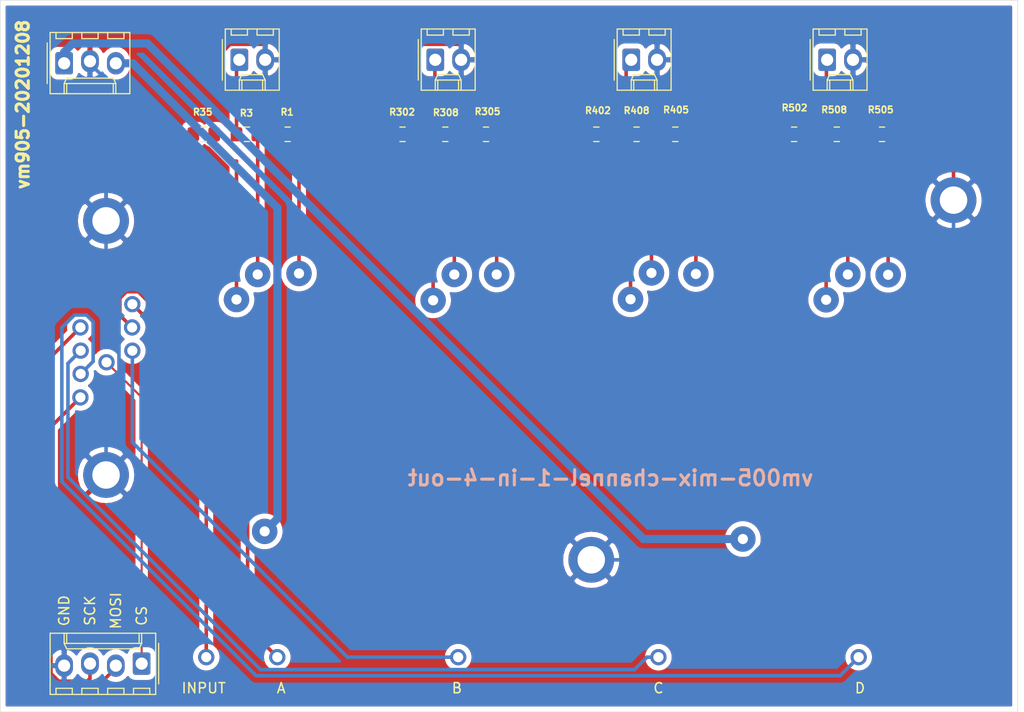
<source format=kicad_pcb>
(kicad_pcb (version 20171130) (host pcbnew "(5.1.5-0-10_14)")

  (general
    (thickness 1.6)
    (drawings 15)
    (tracks 148)
    (zones 0)
    (modules 49)
    (nets 28)
  )

  (page A4)
  (layers
    (0 F.Cu mixed)
    (31 B.Cu power)
    (32 B.Adhes user)
    (33 F.Adhes user)
    (34 B.Paste user)
    (35 F.Paste user)
    (36 B.SilkS user)
    (37 F.SilkS user)
    (38 B.Mask user)
    (39 F.Mask user)
    (40 Dwgs.User user)
    (41 Cmts.User user)
    (42 Eco1.User user)
    (43 Eco2.User user)
    (44 Edge.Cuts user)
    (45 Margin user)
    (46 B.CrtYd user)
    (47 F.CrtYd user)
    (48 B.Fab user)
    (49 F.Fab user)
  )

  (setup
    (last_trace_width 0.35)
    (user_trace_width 0.254)
    (user_trace_width 0.4064)
    (user_trace_width 0.6096)
    (user_trace_width 0.8128)
    (user_trace_width 1.016)
    (trace_clearance 0.25)
    (zone_clearance 0.508)
    (zone_45_only no)
    (trace_min 0.2)
    (via_size 0.8)
    (via_drill 0.4)
    (via_min_size 0.4)
    (via_min_drill 0.3)
    (uvia_size 0.3)
    (uvia_drill 0.1)
    (uvias_allowed no)
    (uvia_min_size 0.2)
    (uvia_min_drill 0.1)
    (edge_width 0.05)
    (segment_width 0.2)
    (pcb_text_width 0.3)
    (pcb_text_size 1.5 1.5)
    (mod_edge_width 0.12)
    (mod_text_size 1 1)
    (mod_text_width 0.15)
    (pad_size 4 4)
    (pad_drill 3.2)
    (pad_to_mask_clearance 0.051)
    (solder_mask_min_width 0.25)
    (aux_axis_origin 0 0)
    (visible_elements FFFDFF7F)
    (pcbplotparams
      (layerselection 0x030fc_ffffffff)
      (usegerberextensions false)
      (usegerberattributes false)
      (usegerberadvancedattributes false)
      (creategerberjobfile false)
      (excludeedgelayer true)
      (linewidth 0.100000)
      (plotframeref false)
      (viasonmask true)
      (mode 1)
      (useauxorigin false)
      (hpglpennumber 1)
      (hpglpenspeed 20)
      (hpglpendiameter 15.000000)
      (psnegative false)
      (psa4output false)
      (plotreference false)
      (plotvalue false)
      (plotinvisibletext false)
      (padsonsilk false)
      (subtractmaskfromsilk false)
      (outputformat 1)
      (mirror false)
      (drillshape 0)
      (scaleselection 1)
      (outputdirectory ""))
  )

  (net 0 "")
  (net 1 +5V)
  (net 2 GND)
  (net 3 -5V)
  (net 4 "Net-(J2-Pad1)")
  (net 5 "Net-(R1-Pad2)")
  (net 6 "Net-(R1-Pad1)")
  (net 7 /sck)
  (net 8 /mosi)
  (net 9 /cv_a)
  (net 10 /input)
  (net 11 /dac_select)
  (net 12 /cv_d)
  (net 13 /cv_c)
  (net 14 /cv_b)
  (net 15 "Net-(J301-Pad1)")
  (net 16 "Net-(R305-Pad1)")
  (net 17 "Net-(J401-Pad1)")
  (net 18 "Net-(R405-Pad1)")
  (net 19 "Net-(J501-Pad1)")
  (net 20 "Net-(R505-Pad1)")
  (net 21 "Net-(R35-Pad2)")
  (net 22 "Net-(R302-Pad2)")
  (net 23 "Net-(R305-Pad2)")
  (net 24 "Net-(R402-Pad2)")
  (net 25 "Net-(R405-Pad2)")
  (net 26 "Net-(R502-Pad2)")
  (net 27 "Net-(R505-Pad2)")

  (net_class Default "This is the default net class."
    (clearance 0.25)
    (trace_width 0.35)
    (via_dia 0.8)
    (via_drill 0.4)
    (uvia_dia 0.3)
    (uvia_drill 0.1)
    (add_net /cv_a)
    (add_net /cv_b)
    (add_net /cv_c)
    (add_net /cv_d)
    (add_net /input)
    (add_net /mosi)
    (add_net /sck)
    (add_net GND)
    (add_net "Net-(J2-Pad1)")
    (add_net "Net-(J301-Pad1)")
    (add_net "Net-(J401-Pad1)")
    (add_net "Net-(J501-Pad1)")
    (add_net "Net-(R1-Pad1)")
    (add_net "Net-(R1-Pad2)")
    (add_net "Net-(R302-Pad2)")
    (add_net "Net-(R305-Pad1)")
    (add_net "Net-(R305-Pad2)")
    (add_net "Net-(R35-Pad2)")
    (add_net "Net-(R402-Pad2)")
    (add_net "Net-(R405-Pad1)")
    (add_net "Net-(R405-Pad2)")
    (add_net "Net-(R502-Pad2)")
    (add_net "Net-(R505-Pad1)")
    (add_net "Net-(R505-Pad2)")
  )

  (net_class Power ""
    (clearance 0.25)
    (trace_width 0.8)
    (via_dia 0.8)
    (via_drill 0.4)
    (uvia_dia 0.3)
    (uvia_drill 0.1)
    (add_net +5V)
    (add_net -5V)
  )

  (net_class fine ""
    (clearance 0.1)
    (trace_width 0.2)
    (via_dia 0.8)
    (via_drill 0.4)
    (uvia_dia 0.3)
    (uvia_drill 0.1)
    (add_net /dac_select)
  )

  (module MountingHole:MountingHole_2.7mm_M2.5_ISO7380_Pad (layer B.Cu) (tedit 56D1B4CB) (tstamp 5FD0E276)
    (at 85.4 116.7 90)
    (descr "Mounting Hole 2.7mm, M2.5, ISO7380")
    (tags "mounting hole 2.7mm m2.5 iso7380")
    (path /5FD31310)
    (attr virtual)
    (fp_text reference H4 (at 0 3.25 -90) (layer B.SilkS) hide
      (effects (font (size 1 1) (thickness 0.15)) (justify mirror))
    )
    (fp_text value MountingHole_Pad (at 0 -3.25 -90) (layer B.Fab)
      (effects (font (size 1 1) (thickness 0.15)) (justify mirror))
    )
    (fp_circle (center 0 0) (end 2.5 0) (layer B.CrtYd) (width 0.05))
    (fp_circle (center 0 0) (end 2.25 0) (layer Cmts.User) (width 0.15))
    (fp_text user %R (at 0.3 0 -90) (layer B.Fab) hide
      (effects (font (size 1 1) (thickness 0.15)) (justify mirror))
    )
    (pad 1 thru_hole circle (at 0 0 90) (size 4.5 4.5) (drill 2.7) (layers *.Cu *.Mask)
      (net 2 GND))
  )

  (module MountingHole:MountingHole_2.7mm_M2.5_ISO7380_Pad (layer B.Cu) (tedit 56D1B4CB) (tstamp 5FD0E260)
    (at 85.4 91.7 90)
    (descr "Mounting Hole 2.7mm, M2.5, ISO7380")
    (tags "mounting hole 2.7mm m2.5 iso7380")
    (path /5FD312FC)
    (attr virtual)
    (fp_text reference H2 (at 0 3.25 -90) (layer B.SilkS) hide
      (effects (font (size 1 1) (thickness 0.15)) (justify mirror))
    )
    (fp_text value MountingHole_Pad (at 0 -3.25 -90) (layer B.Fab)
      (effects (font (size 1 1) (thickness 0.15)) (justify mirror))
    )
    (fp_circle (center 0 0) (end 2.5 0) (layer B.CrtYd) (width 0.05))
    (fp_circle (center 0 0) (end 2.25 0) (layer Cmts.User) (width 0.15))
    (fp_text user %R (at 0.3 0 -90) (layer B.Fab) hide
      (effects (font (size 1 1) (thickness 0.15)) (justify mirror))
    )
    (pad 1 thru_hole circle (at 0 0 90) (size 4.5 4.5) (drill 2.7) (layers *.Cu *.Mask)
      (net 2 GND))
  )

  (module synkie_footprints:Molex_KK-254_AE-6410-04A_1x04_P2.54mm_Vertical (layer F.Cu) (tedit 5E9C417F) (tstamp 5FD0D768)
    (at 88.9 135.255 180)
    (descr "Molex KK-254 Interconnect System, old/engineering part number: AE-6410-04A example for new part number: 22-27-2041, 4 Pins (http://www.molex.com/pdm_docs/sd/022272021_sd.pdf), generated with kicad-footprint-generator")
    (tags "connector Molex KK-254 side entry")
    (path /5FD28BE0)
    (fp_text reference J3 (at 3.81 -4.12) (layer F.SilkS) hide
      (effects (font (size 1 1) (thickness 0.15)))
    )
    (fp_text value Conn_01x04_Male (at 3.81 4.08) (layer F.Fab)
      (effects (font (size 1 1) (thickness 0.15)))
    )
    (fp_line (start -1.27 -2.92) (end -1.27 2.88) (layer F.Fab) (width 0.1))
    (fp_line (start -1.27 2.88) (end 8.89 2.88) (layer F.Fab) (width 0.1))
    (fp_line (start 8.89 2.88) (end 8.89 -2.92) (layer F.Fab) (width 0.1))
    (fp_line (start 8.89 -2.92) (end -1.27 -2.92) (layer F.Fab) (width 0.1))
    (fp_line (start -1.38 -3.03) (end -1.38 2.99) (layer F.SilkS) (width 0.12))
    (fp_line (start -1.38 2.99) (end 9 2.99) (layer F.SilkS) (width 0.12))
    (fp_line (start 9 2.99) (end 9 -3.03) (layer F.SilkS) (width 0.12))
    (fp_line (start 9 -3.03) (end -1.38 -3.03) (layer F.SilkS) (width 0.12))
    (fp_line (start -1.67 -2) (end -1.67 2) (layer F.SilkS) (width 0.12))
    (fp_line (start -1.27 -0.5) (end -0.562893 0) (layer F.Fab) (width 0.1))
    (fp_line (start -0.562893 0) (end -1.27 0.5) (layer F.Fab) (width 0.1))
    (fp_line (start 0 2.99) (end 0 1.99) (layer F.SilkS) (width 0.12))
    (fp_line (start 0 1.99) (end 7.62 1.99) (layer F.SilkS) (width 0.12))
    (fp_line (start 7.62 1.99) (end 7.62 2.99) (layer F.SilkS) (width 0.12))
    (fp_line (start 0 1.99) (end 0.25 1.46) (layer F.SilkS) (width 0.12))
    (fp_line (start 0.25 1.46) (end 7.37 1.46) (layer F.SilkS) (width 0.12))
    (fp_line (start 7.37 1.46) (end 7.62 1.99) (layer F.SilkS) (width 0.12))
    (fp_line (start 0.25 2.99) (end 0.25 1.99) (layer F.SilkS) (width 0.12))
    (fp_line (start 7.37 2.99) (end 7.37 1.99) (layer F.SilkS) (width 0.12))
    (fp_line (start -0.8 -3.03) (end -0.8 -2.43) (layer F.SilkS) (width 0.12))
    (fp_line (start -0.8 -2.43) (end 0.8 -2.43) (layer F.SilkS) (width 0.12))
    (fp_line (start 0.8 -2.43) (end 0.8 -3.03) (layer F.SilkS) (width 0.12))
    (fp_line (start 1.74 -3.03) (end 1.74 -2.43) (layer F.SilkS) (width 0.12))
    (fp_line (start 1.74 -2.43) (end 3.34 -2.43) (layer F.SilkS) (width 0.12))
    (fp_line (start 3.34 -2.43) (end 3.34 -3.03) (layer F.SilkS) (width 0.12))
    (fp_line (start 4.28 -3.03) (end 4.28 -2.43) (layer F.SilkS) (width 0.12))
    (fp_line (start 4.28 -2.43) (end 5.88 -2.43) (layer F.SilkS) (width 0.12))
    (fp_line (start 5.88 -2.43) (end 5.88 -3.03) (layer F.SilkS) (width 0.12))
    (fp_line (start 6.82 -3.03) (end 6.82 -2.43) (layer F.SilkS) (width 0.12))
    (fp_line (start 6.82 -2.43) (end 8.42 -2.43) (layer F.SilkS) (width 0.12))
    (fp_line (start 8.42 -2.43) (end 8.42 -3.03) (layer F.SilkS) (width 0.12))
    (fp_line (start -1.77 -3.42) (end -1.77 3.38) (layer F.CrtYd) (width 0.05))
    (fp_line (start -1.77 3.38) (end 9.39 3.38) (layer F.CrtYd) (width 0.05))
    (fp_line (start 9.39 3.38) (end 9.39 -3.42) (layer F.CrtYd) (width 0.05))
    (fp_line (start 9.39 -3.42) (end -1.77 -3.42) (layer F.CrtYd) (width 0.05))
    (fp_text user %R (at 3.81 -2.22) (layer F.Fab) hide
      (effects (font (size 1 1) (thickness 0.15)))
    )
    (pad 1 thru_hole roundrect (at 0 0 180) (size 1.74 2.2) (drill 1.2) (layers *.Cu *.Mask) (roundrect_rratio 0.143678)
      (net 11 /dac_select))
    (pad 2 thru_hole oval (at 2.54 -0.2 180) (size 1.74 2.2) (drill 1.2) (layers *.Cu *.Mask)
      (net 8 /mosi))
    (pad 3 thru_hole oval (at 5.08 0 180) (size 1.74 2.2) (drill 1.2) (layers *.Cu *.Mask)
      (net 7 /sck))
    (pad 4 thru_hole oval (at 7.62 -0.2 180) (size 1.74 2.2) (drill 1.2) (layers *.Cu *.Mask)
      (net 2 GND))
    (model ${KISYS3DMOD}/Connector_Molex.3dshapes/Molex_KK-254_AE-6410-04A_1x04_P2.54mm_Vertical.wrl
      (at (xyz 0 0 0))
      (scale (xyz 1 1 1))
      (rotate (xyz 0 0 0))
    )
  )

  (module synkie_footprints:testpad-small (layer F.Cu) (tedit 5FCFD1A6) (tstamp 5FD0D273)
    (at 159.385 137.16)
    (path /5FD24BBB)
    (fp_text reference TP27 (at 0 0.5) (layer F.SilkS) hide
      (effects (font (size 1 1) (thickness 0.15)))
    )
    (fp_text value TestPoint (at 0 -0.5) (layer F.Fab)
      (effects (font (size 1 1) (thickness 0.15)))
    )
    (pad 1 thru_hole circle (at 0 -2.54) (size 1.6 1.6) (drill 1) (layers *.Cu *.Mask)
      (net 12 /cv_d))
  )

  (module synkie_footprints:testpad-small (layer F.Cu) (tedit 5FCFD1A6) (tstamp 5FD0D26E)
    (at 139.7 137.16)
    (path /5FD24BB1)
    (fp_text reference TP26 (at 0 0.5) (layer F.SilkS) hide
      (effects (font (size 1 1) (thickness 0.15)))
    )
    (fp_text value TestPoint (at 0 -0.5) (layer F.Fab)
      (effects (font (size 1 1) (thickness 0.15)))
    )
    (pad 1 thru_hole circle (at 0 -2.54) (size 1.6 1.6) (drill 1) (layers *.Cu *.Mask)
      (net 13 /cv_c))
  )

  (module synkie_footprints:testpad-small (layer F.Cu) (tedit 5FCFD1A6) (tstamp 5FD0D269)
    (at 120.015 137.16)
    (path /5FD24B93)
    (fp_text reference TP25 (at 0 0.5) (layer F.SilkS) hide
      (effects (font (size 1 1) (thickness 0.15)))
    )
    (fp_text value TestPoint (at 0 -0.5) (layer F.Fab)
      (effects (font (size 1 1) (thickness 0.15)))
    )
    (pad 1 thru_hole circle (at 0 -2.54) (size 1.6 1.6) (drill 1) (layers *.Cu *.Mask)
      (net 14 /cv_b))
  )

  (module synkie_footprints:testpad-small (layer F.Cu) (tedit 5FCFD1A6) (tstamp 5FD0D264)
    (at 102.235 137.16)
    (path /5FD24B89)
    (fp_text reference TP24 (at 0 0.5) (layer F.SilkS) hide
      (effects (font (size 1 1) (thickness 0.15)))
    )
    (fp_text value TestPoint (at 0 -0.5) (layer F.Fab)
      (effects (font (size 1 1) (thickness 0.15)))
    )
    (pad 1 thru_hole circle (at 0 -2.54) (size 1.6 1.6) (drill 1) (layers *.Cu *.Mask)
      (net 9 /cv_a))
  )

  (module synkie_footprints:testpad-small (layer F.Cu) (tedit 5FCFD1A6) (tstamp 5FD0D25F)
    (at 95.25 137.16)
    (path /5FD24B7F)
    (fp_text reference TP23 (at 0 0.5) (layer F.SilkS) hide
      (effects (font (size 1 1) (thickness 0.15)))
    )
    (fp_text value TestPoint (at 0 -0.5) (layer F.Fab)
      (effects (font (size 1 1) (thickness 0.15)))
    )
    (pad 1 thru_hole circle (at 0 -2.54) (size 1.6 1.6) (drill 1) (layers *.Cu *.Mask)
      (net 10 /input))
  )

  (module synkie_footprints:Solderpad_1mm (layer F.Cu) (tedit 5C6B1640) (tstamp 5FD0912D)
    (at 100.8126 97.2312)
    (path /5FA6FAA9/5FD0DEF7)
    (fp_text reference TP22 (at 0 1.778) (layer F.SilkS) hide
      (effects (font (size 1 1) (thickness 0.15)))
    )
    (fp_text value TestPoint (at 0 -2.032) (layer F.Fab)
      (effects (font (size 1 1) (thickness 0.15)))
    )
    (pad 1 thru_hole circle (at -0.508 -0.254) (size 2.5 2.5) (drill 1) (layers *.Cu *.Mask)
      (net 6 "Net-(R1-Pad1)"))
  )

  (module synkie_footprints:Solderpad_1mm (layer F.Cu) (tedit 5C6B1640) (tstamp 5FD09118)
    (at 104.8766 97.1296)
    (path /5FA6FAA9/5FD0D881)
    (fp_text reference TP21 (at 0 1.778) (layer F.SilkS) hide
      (effects (font (size 1 1) (thickness 0.15)))
    )
    (fp_text value TestPoint (at 0 -2.032) (layer F.Fab)
      (effects (font (size 1 1) (thickness 0.15)))
    )
    (pad 1 thru_hole circle (at -0.508 -0.254) (size 2.5 2.5) (drill 1) (layers *.Cu *.Mask)
      (net 5 "Net-(R1-Pad2)"))
  )

  (module synkie_footprints:Solderpad_1mm (layer F.Cu) (tedit 5C6B1640) (tstamp 5FD09103)
    (at 98.7298 99.695)
    (path /5FA6FAA9/5FD0C282)
    (fp_text reference TP20 (at 0 1.778) (layer F.SilkS) hide
      (effects (font (size 1 1) (thickness 0.15)))
    )
    (fp_text value TestPoint (at 0 -2.032) (layer F.Fab)
      (effects (font (size 1 1) (thickness 0.15)))
    )
    (pad 1 thru_hole circle (at -0.508 -0.254) (size 2.5 2.5) (drill 1) (layers *.Cu *.Mask)
      (net 21 "Net-(R35-Pad2)"))
  )

  (module synkie_footprints:Solderpad_1mm (layer F.Cu) (tedit 5C6B1640) (tstamp 5FD0BB5F)
    (at 158.8262 97.2312)
    (path /5FA8A96F/5FD0DEF7)
    (fp_text reference TP19 (at 0 1.778) (layer F.SilkS) hide
      (effects (font (size 1 1) (thickness 0.15)))
    )
    (fp_text value TestPoint (at 0 -2.032) (layer F.Fab)
      (effects (font (size 1 1) (thickness 0.15)))
    )
    (pad 1 thru_hole circle (at -0.508 -0.254) (size 2.5 2.5) (drill 1) (layers *.Cu *.Mask)
      (net 20 "Net-(R505-Pad1)"))
  )

  (module synkie_footprints:Solderpad_1mm (layer F.Cu) (tedit 5C6B1640) (tstamp 5FD090D9)
    (at 162.7886 97.2566)
    (path /5FA8A96F/5FD0D881)
    (fp_text reference TP18 (at 0 1.778) (layer F.SilkS) hide
      (effects (font (size 1 1) (thickness 0.15)))
    )
    (fp_text value TestPoint (at 0 -2.032) (layer F.Fab)
      (effects (font (size 1 1) (thickness 0.15)))
    )
    (pad 1 thru_hole circle (at -0.508 -0.254) (size 2.5 2.5) (drill 1) (layers *.Cu *.Mask)
      (net 27 "Net-(R505-Pad2)"))
  )

  (module synkie_footprints:Solderpad_1mm (layer F.Cu) (tedit 5C6B1640) (tstamp 5FD090C4)
    (at 156.6926 99.7204)
    (path /5FA8A96F/5FD0C282)
    (fp_text reference TP17 (at 0 1.778) (layer F.SilkS) hide
      (effects (font (size 1 1) (thickness 0.15)))
    )
    (fp_text value TestPoint (at 0 -2.032) (layer F.Fab)
      (effects (font (size 1 1) (thickness 0.15)))
    )
    (pad 1 thru_hole circle (at -0.508 -0.254) (size 2.5 2.5) (drill 1) (layers *.Cu *.Mask)
      (net 26 "Net-(R502-Pad2)"))
  )

  (module synkie_footprints:Solderpad_1mm (layer F.Cu) (tedit 5C6B1640) (tstamp 5FD090AF)
    (at 139.5222 97.0788)
    (path /5FA82020/5FD0DEF7)
    (fp_text reference TP16 (at 0 1.778) (layer F.SilkS) hide
      (effects (font (size 1 1) (thickness 0.15)))
    )
    (fp_text value TestPoint (at 0 -2.032) (layer F.Fab)
      (effects (font (size 1 1) (thickness 0.15)))
    )
    (pad 1 thru_hole circle (at -0.508 -0.254) (size 2.5 2.5) (drill 1) (layers *.Cu *.Mask)
      (net 18 "Net-(R405-Pad1)"))
  )

  (module synkie_footprints:Solderpad_1mm (layer F.Cu) (tedit 5C6B1640) (tstamp 5FD0909A)
    (at 143.891 97.1804)
    (path /5FA82020/5FD0D881)
    (fp_text reference TP15 (at 0 1.778) (layer F.SilkS) hide
      (effects (font (size 1 1) (thickness 0.15)))
    )
    (fp_text value TestPoint (at 0 -2.032) (layer F.Fab)
      (effects (font (size 1 1) (thickness 0.15)))
    )
    (pad 1 thru_hole circle (at -0.508 -0.254) (size 2.5 2.5) (drill 1) (layers *.Cu *.Mask)
      (net 25 "Net-(R405-Pad2)"))
  )

  (module synkie_footprints:Solderpad_1mm (layer F.Cu) (tedit 5C6B1640) (tstamp 5FD09085)
    (at 137.4648 99.6696)
    (path /5FA82020/5FD0C282)
    (fp_text reference TP14 (at 0 1.778) (layer F.SilkS) hide
      (effects (font (size 1 1) (thickness 0.15)))
    )
    (fp_text value TestPoint (at 0 -2.032) (layer F.Fab)
      (effects (font (size 1 1) (thickness 0.15)))
    )
    (pad 1 thru_hole circle (at -0.508 -0.254) (size 2.5 2.5) (drill 1) (layers *.Cu *.Mask)
      (net 24 "Net-(R402-Pad2)"))
  )

  (module synkie_footprints:Solderpad_1mm (layer F.Cu) (tedit 5C6B1640) (tstamp 5FD09070)
    (at 120.142 97.2312)
    (path /5FA7E734/5FD0DEF7)
    (fp_text reference TP13 (at 0 1.778) (layer F.SilkS) hide
      (effects (font (size 1 1) (thickness 0.15)))
    )
    (fp_text value TestPoint (at 0 -2.032) (layer F.Fab)
      (effects (font (size 1 1) (thickness 0.15)))
    )
    (pad 1 thru_hole circle (at -0.508 -0.254) (size 2.5 2.5) (drill 1) (layers *.Cu *.Mask)
      (net 16 "Net-(R305-Pad1)"))
  )

  (module synkie_footprints:Solderpad_1mm (layer F.Cu) (tedit 5C6B1640) (tstamp 5FD0BB2B)
    (at 124.3076 97.2312)
    (path /5FA7E734/5FD0D881)
    (fp_text reference TP12 (at 0 1.778) (layer F.SilkS) hide
      (effects (font (size 1 1) (thickness 0.15)))
    )
    (fp_text value TestPoint (at 0 -2.032) (layer F.Fab)
      (effects (font (size 1 1) (thickness 0.15)))
    )
    (pad 1 thru_hole circle (at -0.508 -0.254) (size 2.5 2.5) (drill 1) (layers *.Cu *.Mask)
      (net 23 "Net-(R305-Pad2)"))
  )

  (module synkie_footprints:Solderpad_1mm (layer F.Cu) (tedit 5C6B1640) (tstamp 5FD09046)
    (at 118.0592 99.7712)
    (path /5FA7E734/5FD0C282)
    (fp_text reference TP11 (at 0 1.778) (layer F.SilkS) hide
      (effects (font (size 1 1) (thickness 0.15)))
    )
    (fp_text value TestPoint (at 0 -2.032) (layer F.Fab)
      (effects (font (size 1 1) (thickness 0.15)))
    )
    (pad 1 thru_hole circle (at -0.508 -0.254) (size 2.5 2.5) (drill 1) (layers *.Cu *.Mask)
      (net 22 "Net-(R302-Pad2)"))
  )

  (module synkie_footprints:Molex_KK-254_AE-6410-03A_1x03_P2.54mm_Vertical (layer F.Cu) (tedit 5E9C4158) (tstamp 5FD0DBC9)
    (at 81.28 76.2)
    (descr "Molex KK-254 Interconnect System, old/engineering part number: AE-6410-03A example for new part number: 22-27-2031, 3 Pins (http://www.molex.com/pdm_docs/sd/022272021_sd.pdf), generated with kicad-footprint-generator")
    (tags "connector Molex KK-254 side entry")
    (path /5FD09D09)
    (fp_text reference J1 (at 2.54 -4.12) (layer F.SilkS) hide
      (effects (font (size 1 1) (thickness 0.15)))
    )
    (fp_text value Conn_01x03_Female (at 2.54 4.08) (layer F.Fab)
      (effects (font (size 1 1) (thickness 0.15)))
    )
    (fp_text user %R (at 2.54 -2.22) (layer F.Fab) hide
      (effects (font (size 1 1) (thickness 0.15)))
    )
    (fp_line (start 6.85 -3.42) (end -1.77 -3.42) (layer F.CrtYd) (width 0.05))
    (fp_line (start 6.85 3.38) (end 6.85 -3.42) (layer F.CrtYd) (width 0.05))
    (fp_line (start -1.77 3.38) (end 6.85 3.38) (layer F.CrtYd) (width 0.05))
    (fp_line (start -1.77 -3.42) (end -1.77 3.38) (layer F.CrtYd) (width 0.05))
    (fp_line (start 5.88 -2.43) (end 5.88 -3.03) (layer F.SilkS) (width 0.12))
    (fp_line (start 4.28 -2.43) (end 5.88 -2.43) (layer F.SilkS) (width 0.12))
    (fp_line (start 4.28 -3.03) (end 4.28 -2.43) (layer F.SilkS) (width 0.12))
    (fp_line (start 3.34 -2.43) (end 3.34 -3.03) (layer F.SilkS) (width 0.12))
    (fp_line (start 1.74 -2.43) (end 3.34 -2.43) (layer F.SilkS) (width 0.12))
    (fp_line (start 1.74 -3.03) (end 1.74 -2.43) (layer F.SilkS) (width 0.12))
    (fp_line (start 0.8 -2.43) (end 0.8 -3.03) (layer F.SilkS) (width 0.12))
    (fp_line (start -0.8 -2.43) (end 0.8 -2.43) (layer F.SilkS) (width 0.12))
    (fp_line (start -0.8 -3.03) (end -0.8 -2.43) (layer F.SilkS) (width 0.12))
    (fp_line (start 4.83 2.99) (end 4.83 1.99) (layer F.SilkS) (width 0.12))
    (fp_line (start 0.25 2.99) (end 0.25 1.99) (layer F.SilkS) (width 0.12))
    (fp_line (start 4.83 1.46) (end 5.08 1.99) (layer F.SilkS) (width 0.12))
    (fp_line (start 0.25 1.46) (end 4.83 1.46) (layer F.SilkS) (width 0.12))
    (fp_line (start 0 1.99) (end 0.25 1.46) (layer F.SilkS) (width 0.12))
    (fp_line (start 5.08 1.99) (end 5.08 2.99) (layer F.SilkS) (width 0.12))
    (fp_line (start 0 1.99) (end 5.08 1.99) (layer F.SilkS) (width 0.12))
    (fp_line (start 0 2.99) (end 0 1.99) (layer F.SilkS) (width 0.12))
    (fp_line (start -0.562893 0) (end -1.27 0.5) (layer F.Fab) (width 0.1))
    (fp_line (start -1.27 -0.5) (end -0.562893 0) (layer F.Fab) (width 0.1))
    (fp_line (start -1.67 -2) (end -1.67 2) (layer F.SilkS) (width 0.12))
    (fp_line (start 6.46 -3.03) (end -1.38 -3.03) (layer F.SilkS) (width 0.12))
    (fp_line (start 6.46 2.99) (end 6.46 -3.03) (layer F.SilkS) (width 0.12))
    (fp_line (start -1.38 2.99) (end 6.46 2.99) (layer F.SilkS) (width 0.12))
    (fp_line (start -1.38 -3.03) (end -1.38 2.99) (layer F.SilkS) (width 0.12))
    (fp_line (start 6.35 -2.92) (end -1.27 -2.92) (layer F.Fab) (width 0.1))
    (fp_line (start 6.35 2.88) (end 6.35 -2.92) (layer F.Fab) (width 0.1))
    (fp_line (start -1.27 2.88) (end 6.35 2.88) (layer F.Fab) (width 0.1))
    (fp_line (start -1.27 -2.92) (end -1.27 2.88) (layer F.Fab) (width 0.1))
    (pad 3 thru_hole oval (at 5.08 0) (size 1.74 2.2) (drill 1.2) (layers *.Cu *.Mask)
      (net 3 -5V))
    (pad 2 thru_hole oval (at 2.54 -0.2) (size 1.74 2.2) (drill 1.2) (layers *.Cu *.Mask)
      (net 2 GND))
    (pad 1 thru_hole roundrect (at 0 0) (size 1.74 2.2) (drill 1.2) (layers *.Cu *.Mask) (roundrect_rratio 0.143678)
      (net 1 +5V))
    (model ${KISYS3DMOD}/Connector_Molex.3dshapes/Molex_KK-254_AE-6410-03A_1x03_P2.54mm_Vertical.wrl
      (at (xyz 0 0 0))
      (scale (xyz 1 1 1))
      (rotate (xyz 0 0 0))
    )
  )

  (module synkie_footprints:testpad-small (layer F.Cu) (tedit 5FCFD1A6) (tstamp 5FD05562)
    (at 82.8802 111.6076)
    (path /5FCFF8FA)
    (fp_text reference TP10 (at 0 0.5) (layer F.SilkS) hide
      (effects (font (size 1 1) (thickness 0.15)))
    )
    (fp_text value TestPoint (at 0 -0.5) (layer F.Fab)
      (effects (font (size 1 1) (thickness 0.15)))
    )
    (pad 1 thru_hole circle (at 0 -2.54) (size 1.6 1.6) (drill 1) (layers *.Cu *.Mask)
      (net 7 /sck))
  )

  (module synkie_footprints:testpad-small (layer F.Cu) (tedit 5FCFD1A6) (tstamp 5FD0555D)
    (at 82.9056 109.2962)
    (path /5FCFF8F0)
    (fp_text reference TP9 (at 0 0.5) (layer F.SilkS) hide
      (effects (font (size 1 1) (thickness 0.15)))
    )
    (fp_text value TestPoint (at 0 -0.5) (layer F.Fab)
      (effects (font (size 1 1) (thickness 0.15)))
    )
    (pad 1 thru_hole circle (at 0 -2.54) (size 1.6 1.6) (drill 1) (layers *.Cu *.Mask)
      (net 12 /cv_d))
  )

  (module synkie_footprints:testpad-small (layer F.Cu) (tedit 5FCFD1A6) (tstamp 5FD05558)
    (at 82.9056 107.0102)
    (path /5FCFF8E6)
    (fp_text reference TP8 (at 0 0.5) (layer F.SilkS) hide
      (effects (font (size 1 1) (thickness 0.15)))
    )
    (fp_text value TestPoint (at 0 -0.5) (layer F.Fab)
      (effects (font (size 1 1) (thickness 0.15)))
    )
    (pad 1 thru_hole circle (at 0 -2.54) (size 1.6 1.6) (drill 1) (layers *.Cu *.Mask)
      (net 13 /cv_c))
  )

  (module synkie_footprints:testpad-small (layer F.Cu) (tedit 5FCFD1A6) (tstamp 5FD05553)
    (at 82.8802 104.7242)
    (path /5FCFF8DC)
    (fp_text reference TP7 (at 0 0.5) (layer F.SilkS) hide
      (effects (font (size 1 1) (thickness 0.15)))
    )
    (fp_text value TestPoint (at 0 -0.5) (layer F.Fab)
      (effects (font (size 1 1) (thickness 0.15)))
    )
    (pad 1 thru_hole circle (at 0 -2.54) (size 1.6 1.6) (drill 1) (layers *.Cu *.Mask)
      (net 8 /mosi))
  )

  (module synkie_footprints:testpad-small (layer F.Cu) (tedit 5FCFD1A6) (tstamp 5FD0554E)
    (at 85.4456 108.1532)
    (path /5FCFEDD4)
    (fp_text reference TP6 (at 0 0.5) (layer F.SilkS) hide
      (effects (font (size 1 1) (thickness 0.15)))
    )
    (fp_text value TestPoint (at 0 -0.5) (layer F.Fab)
      (effects (font (size 1 1) (thickness 0.15)))
    )
    (pad 1 thru_hole circle (at 0 -2.54) (size 1.6 1.6) (drill 1) (layers *.Cu *.Mask)
      (net 11 /dac_select))
  )

  (module synkie_footprints:testpad-small (layer F.Cu) (tedit 5FCFD1A6) (tstamp 5FD05549)
    (at 87.9856 107.0102)
    (path /5FCFEDCA)
    (fp_text reference TP5 (at 0 0.5) (layer F.SilkS) hide
      (effects (font (size 1 1) (thickness 0.15)))
    )
    (fp_text value TestPoint (at 0 -0.5) (layer F.Fab)
      (effects (font (size 1 1) (thickness 0.15)))
    )
    (pad 1 thru_hole circle (at 0 -2.54) (size 1.6 1.6) (drill 1) (layers *.Cu *.Mask)
      (net 14 /cv_b))
  )

  (module synkie_footprints:testpad-small (layer F.Cu) (tedit 5FCFD1A6) (tstamp 5FD05544)
    (at 87.9602 104.7242)
    (path /5FCFEB6E)
    (fp_text reference TP4 (at 0 0.5) (layer F.SilkS) hide
      (effects (font (size 1 1) (thickness 0.15)))
    )
    (fp_text value TestPoint (at 0 -0.5) (layer F.Fab)
      (effects (font (size 1 1) (thickness 0.15)))
    )
    (pad 1 thru_hole circle (at 0 -2.54) (size 1.6 1.6) (drill 1) (layers *.Cu *.Mask)
      (net 9 /cv_a))
  )

  (module synkie_footprints:testpad-small (layer F.Cu) (tedit 5FCFD1A6) (tstamp 5FD0553F)
    (at 87.9856 102.4382)
    (path /5FCFE2C4)
    (fp_text reference TP3 (at 0 0.5) (layer F.SilkS) hide
      (effects (font (size 1 1) (thickness 0.15)))
    )
    (fp_text value TestPoint (at 0 -0.5) (layer F.Fab)
      (effects (font (size 1 1) (thickness 0.15)))
    )
    (pad 1 thru_hole circle (at 0 -2.54) (size 1.6 1.6) (drill 1) (layers *.Cu *.Mask)
      (net 10 /input))
  )

  (module MountingHole:MountingHole_2.7mm_M2.5_ISO7380_Pad (layer F.Cu) (tedit 56D1B4CB) (tstamp 5FD151E5)
    (at 168.7068 89.662)
    (descr "Mounting Hole 2.7mm, M2.5, ISO7380")
    (tags "mounting hole 2.7mm m2.5 iso7380")
    (path /5FD1BCB2)
    (attr virtual)
    (fp_text reference H3 (at 0 -3.25) (layer F.SilkS) hide
      (effects (font (size 1 1) (thickness 0.15)))
    )
    (fp_text value MountingHole_Pad (at 0 3.25) (layer F.Fab)
      (effects (font (size 1 1) (thickness 0.15)))
    )
    (fp_circle (center 0 0) (end 2.5 0) (layer F.CrtYd) (width 0.05))
    (fp_circle (center 0 0) (end 2.25 0) (layer Cmts.User) (width 0.15))
    (fp_text user %R (at 0.3 0) (layer F.Fab) hide
      (effects (font (size 1 1) (thickness 0.15)))
    )
    (pad 1 thru_hole circle (at 0 0) (size 4.5 4.5) (drill 2.7) (layers *.Cu *.Mask)
      (net 2 GND))
  )

  (module MountingHole:MountingHole_2.7mm_M2.5_ISO7380_Pad (layer F.Cu) (tedit 56D1B4CB) (tstamp 5FD160F5)
    (at 133.096 125.0442)
    (descr "Mounting Hole 2.7mm, M2.5, ISO7380")
    (tags "mounting hole 2.7mm m2.5 iso7380")
    (path /5FD1AE54)
    (attr virtual)
    (fp_text reference H1 (at 0 -3.25) (layer F.SilkS) hide
      (effects (font (size 1 1) (thickness 0.15)))
    )
    (fp_text value MountingHole_Pad (at 0 3.25) (layer F.Fab)
      (effects (font (size 1 1) (thickness 0.15)))
    )
    (fp_circle (center 0 0) (end 2.5 0) (layer F.CrtYd) (width 0.05))
    (fp_circle (center 0 0) (end 2.25 0) (layer Cmts.User) (width 0.15))
    (fp_text user %R (at 0.3 0) (layer F.Fab) hide
      (effects (font (size 1 1) (thickness 0.15)))
    )
    (pad 1 thru_hole circle (at 0 0) (size 4.5 4.5) (drill 2.7) (layers *.Cu *.Mask)
      (net 2 GND))
  )

  (module synkie_footprints:R_0805_2012Metric_Pad1.15x1.40mm_HandSolder (layer F.Cu) (tedit 5B36C52B) (tstamp 5FA7E538)
    (at 95.005 83.185)
    (descr "Resistor SMD 0805 (2012 Metric), square (rectangular) end terminal, IPC_7351 nominal with elongated pad for handsoldering. (Body size source: https://docs.google.com/spreadsheets/d/1BsfQQcO9C6DZCsRaXUlFlo91Tg2WpOkGARC1WS5S8t0/edit?usp=sharing), generated with kicad-footprint-generator")
    (tags "resistor handsolder")
    (path /5FA6FAA9/5FA833F1)
    (attr smd)
    (fp_text reference R35 (at -0.105 -2.185) (layer F.SilkS)
      (effects (font (size 0.65 0.65) (thickness 0.15)))
    )
    (fp_text value "(560)" (at 0 1.65) (layer F.Fab)
      (effects (font (size 1 1) (thickness 0.15)))
    )
    (fp_text user %R (at 0 0) (layer F.Fab)
      (effects (font (size 0.65 0.65) (thickness 0.08)))
    )
    (fp_line (start 1.85 0.95) (end -1.85 0.95) (layer F.CrtYd) (width 0.05))
    (fp_line (start 1.85 -0.95) (end 1.85 0.95) (layer F.CrtYd) (width 0.05))
    (fp_line (start -1.85 -0.95) (end 1.85 -0.95) (layer F.CrtYd) (width 0.05))
    (fp_line (start -1.85 0.95) (end -1.85 -0.95) (layer F.CrtYd) (width 0.05))
    (fp_line (start -0.261252 0.71) (end 0.261252 0.71) (layer F.SilkS) (width 0.12))
    (fp_line (start -0.261252 -0.71) (end 0.261252 -0.71) (layer F.SilkS) (width 0.12))
    (fp_line (start 1 0.6) (end -1 0.6) (layer F.Fab) (width 0.1))
    (fp_line (start 1 -0.6) (end 1 0.6) (layer F.Fab) (width 0.1))
    (fp_line (start -1 -0.6) (end 1 -0.6) (layer F.Fab) (width 0.1))
    (fp_line (start -1 0.6) (end -1 -0.6) (layer F.Fab) (width 0.1))
    (pad 2 smd roundrect (at 1.025 0) (size 1.15 1.4) (layers F.Cu F.Paste F.Mask) (roundrect_rratio 0.217391)
      (net 21 "Net-(R35-Pad2)"))
    (pad 1 smd roundrect (at -1.025 0) (size 1.15 1.4) (layers F.Cu F.Paste F.Mask) (roundrect_rratio 0.217391)
      (net 2 GND))
    (model ${KISYS3DMOD}/Resistor_SMD.3dshapes/R_0805_2012Metric.wrl
      (at (xyz 0 0 0))
      (scale (xyz 1 1 1))
      (rotate (xyz 0 0 0))
    )
  )

  (module synkie_footprints:Solderpad_1mm (layer F.Cu) (tedit 5C6B1640) (tstamp 5FC9B0EE)
    (at 101.5 122.5)
    (path /5FC95E58)
    (fp_text reference TP2 (at 0 1.778) (layer F.SilkS) hide
      (effects (font (size 0.65 0.65) (thickness 0.15)))
    )
    (fp_text value TestPoint (at 0 -2.032) (layer F.Fab)
      (effects (font (size 1 1) (thickness 0.15)))
    )
    (pad 1 thru_hole circle (at -0.508 -0.254) (size 2.5 2.5) (drill 1) (layers *.Cu *.Mask)
      (net 3 -5V))
  )

  (module synkie_footprints:Solderpad_1mm (layer F.Cu) (tedit 5C6B1640) (tstamp 5FC9B0E9)
    (at 148.508 123.254)
    (path /5FC97AB6)
    (fp_text reference TP1 (at 0 1.778) (layer F.SilkS) hide
      (effects (font (size 0.65 0.65) (thickness 0.15)))
    )
    (fp_text value TestPoint (at 0 -2.032) (layer F.Fab)
      (effects (font (size 1 1) (thickness 0.15)))
    )
    (pad 1 thru_hole circle (at -0.508 -0.254) (size 2.5 2.5) (drill 1) (layers *.Cu *.Mask)
      (net 1 +5V))
  )

  (module synkie_footprints:R_0805_2012Metric_Pad1.15x1.40mm_HandSolder (layer F.Cu) (tedit 5B36C52B) (tstamp 5FD0FB8A)
    (at 157.235 83.185 180)
    (descr "Resistor SMD 0805 (2012 Metric), square (rectangular) end terminal, IPC_7351 nominal with elongated pad for handsoldering. (Body size source: https://docs.google.com/spreadsheets/d/1BsfQQcO9C6DZCsRaXUlFlo91Tg2WpOkGARC1WS5S8t0/edit?usp=sharing), generated with kicad-footprint-generator")
    (tags "resistor handsolder")
    (path /5FA8A96F/5F2A4E42)
    (attr smd)
    (fp_text reference R508 (at 0.263 2.413) (layer F.SilkS)
      (effects (font (size 0.65 0.65) (thickness 0.15)))
    )
    (fp_text value "(75)" (at 0 1.65) (layer F.Fab)
      (effects (font (size 1 1) (thickness 0.15)))
    )
    (fp_text user %R (at 0 0) (layer F.Fab)
      (effects (font (size 0.65 0.65) (thickness 0.08)))
    )
    (fp_line (start 1.85 0.95) (end -1.85 0.95) (layer F.CrtYd) (width 0.05))
    (fp_line (start 1.85 -0.95) (end 1.85 0.95) (layer F.CrtYd) (width 0.05))
    (fp_line (start -1.85 -0.95) (end 1.85 -0.95) (layer F.CrtYd) (width 0.05))
    (fp_line (start -1.85 0.95) (end -1.85 -0.95) (layer F.CrtYd) (width 0.05))
    (fp_line (start -0.261252 0.71) (end 0.261252 0.71) (layer F.SilkS) (width 0.12))
    (fp_line (start -0.261252 -0.71) (end 0.261252 -0.71) (layer F.SilkS) (width 0.12))
    (fp_line (start 1 0.6) (end -1 0.6) (layer F.Fab) (width 0.1))
    (fp_line (start 1 -0.6) (end 1 0.6) (layer F.Fab) (width 0.1))
    (fp_line (start -1 -0.6) (end 1 -0.6) (layer F.Fab) (width 0.1))
    (fp_line (start -1 0.6) (end -1 -0.6) (layer F.Fab) (width 0.1))
    (pad 2 smd roundrect (at 1.025 0 180) (size 1.15 1.4) (layers F.Cu F.Paste F.Mask) (roundrect_rratio 0.217391)
      (net 19 "Net-(J501-Pad1)"))
    (pad 1 smd roundrect (at -1.025 0 180) (size 1.15 1.4) (layers F.Cu F.Paste F.Mask) (roundrect_rratio 0.217391)
      (net 20 "Net-(R505-Pad1)"))
    (model ${KISYS3DMOD}/Resistor_SMD.3dshapes/R_0805_2012Metric.wrl
      (at (xyz 0 0 0))
      (scale (xyz 1 1 1))
      (rotate (xyz 0 0 0))
    )
  )

  (module synkie_footprints:R_0805_2012Metric_Pad1.15x1.40mm_HandSolder (layer F.Cu) (tedit 5B36C52B) (tstamp 5FA8BDD8)
    (at 161.68 83.185)
    (descr "Resistor SMD 0805 (2012 Metric), square (rectangular) end terminal, IPC_7351 nominal with elongated pad for handsoldering. (Body size source: https://docs.google.com/spreadsheets/d/1BsfQQcO9C6DZCsRaXUlFlo91Tg2WpOkGARC1WS5S8t0/edit?usp=sharing), generated with kicad-footprint-generator")
    (tags "resistor handsolder")
    (path /5FA8A96F/5F29A28B)
    (attr smd)
    (fp_text reference R505 (at -0.136 -2.413) (layer F.SilkS)
      (effects (font (size 0.65 0.65) (thickness 0.15)))
    )
    (fp_text value "(560)" (at 0 1.65) (layer F.Fab)
      (effects (font (size 1 1) (thickness 0.15)))
    )
    (fp_text user %R (at 0 0) (layer F.Fab)
      (effects (font (size 0.65 0.65) (thickness 0.08)))
    )
    (fp_line (start 1.85 0.95) (end -1.85 0.95) (layer F.CrtYd) (width 0.05))
    (fp_line (start 1.85 -0.95) (end 1.85 0.95) (layer F.CrtYd) (width 0.05))
    (fp_line (start -1.85 -0.95) (end 1.85 -0.95) (layer F.CrtYd) (width 0.05))
    (fp_line (start -1.85 0.95) (end -1.85 -0.95) (layer F.CrtYd) (width 0.05))
    (fp_line (start -0.261252 0.71) (end 0.261252 0.71) (layer F.SilkS) (width 0.12))
    (fp_line (start -0.261252 -0.71) (end 0.261252 -0.71) (layer F.SilkS) (width 0.12))
    (fp_line (start 1 0.6) (end -1 0.6) (layer F.Fab) (width 0.1))
    (fp_line (start 1 -0.6) (end 1 0.6) (layer F.Fab) (width 0.1))
    (fp_line (start -1 -0.6) (end 1 -0.6) (layer F.Fab) (width 0.1))
    (fp_line (start -1 0.6) (end -1 -0.6) (layer F.Fab) (width 0.1))
    (pad 2 smd roundrect (at 1.025 0) (size 1.15 1.4) (layers F.Cu F.Paste F.Mask) (roundrect_rratio 0.217391)
      (net 27 "Net-(R505-Pad2)"))
    (pad 1 smd roundrect (at -1.025 0) (size 1.15 1.4) (layers F.Cu F.Paste F.Mask) (roundrect_rratio 0.217391)
      (net 20 "Net-(R505-Pad1)"))
    (model ${KISYS3DMOD}/Resistor_SMD.3dshapes/R_0805_2012Metric.wrl
      (at (xyz 0 0 0))
      (scale (xyz 1 1 1))
      (rotate (xyz 0 0 0))
    )
  )

  (module synkie_footprints:R_0805_2012Metric_Pad1.15x1.40mm_HandSolder (layer F.Cu) (tedit 5B36C52B) (tstamp 5FA8BDA5)
    (at 153.035 83.185 180)
    (descr "Resistor SMD 0805 (2012 Metric), square (rectangular) end terminal, IPC_7351 nominal with elongated pad for handsoldering. (Body size source: https://docs.google.com/spreadsheets/d/1BsfQQcO9C6DZCsRaXUlFlo91Tg2WpOkGARC1WS5S8t0/edit?usp=sharing), generated with kicad-footprint-generator")
    (tags "resistor handsolder")
    (path /5FA8A96F/5FA833F1)
    (attr smd)
    (fp_text reference R502 (at -0.045 2.605) (layer F.SilkS)
      (effects (font (size 0.65 0.65) (thickness 0.15)))
    )
    (fp_text value "(560)" (at 0 1.65) (layer F.Fab)
      (effects (font (size 1 1) (thickness 0.15)))
    )
    (fp_text user %R (at 0 0) (layer F.Fab)
      (effects (font (size 0.65 0.65) (thickness 0.08)))
    )
    (fp_line (start 1.85 0.95) (end -1.85 0.95) (layer F.CrtYd) (width 0.05))
    (fp_line (start 1.85 -0.95) (end 1.85 0.95) (layer F.CrtYd) (width 0.05))
    (fp_line (start -1.85 -0.95) (end 1.85 -0.95) (layer F.CrtYd) (width 0.05))
    (fp_line (start -1.85 0.95) (end -1.85 -0.95) (layer F.CrtYd) (width 0.05))
    (fp_line (start -0.261252 0.71) (end 0.261252 0.71) (layer F.SilkS) (width 0.12))
    (fp_line (start -0.261252 -0.71) (end 0.261252 -0.71) (layer F.SilkS) (width 0.12))
    (fp_line (start 1 0.6) (end -1 0.6) (layer F.Fab) (width 0.1))
    (fp_line (start 1 -0.6) (end 1 0.6) (layer F.Fab) (width 0.1))
    (fp_line (start -1 -0.6) (end 1 -0.6) (layer F.Fab) (width 0.1))
    (fp_line (start -1 0.6) (end -1 -0.6) (layer F.Fab) (width 0.1))
    (pad 2 smd roundrect (at 1.025 0 180) (size 1.15 1.4) (layers F.Cu F.Paste F.Mask) (roundrect_rratio 0.217391)
      (net 26 "Net-(R502-Pad2)"))
    (pad 1 smd roundrect (at -1.025 0 180) (size 1.15 1.4) (layers F.Cu F.Paste F.Mask) (roundrect_rratio 0.217391)
      (net 2 GND))
    (model ${KISYS3DMOD}/Resistor_SMD.3dshapes/R_0805_2012Metric.wrl
      (at (xyz 0 0 0))
      (scale (xyz 1 1 1))
      (rotate (xyz 0 0 0))
    )
  )

  (module synkie_footprints:R_0805_2012Metric_Pad1.15x1.40mm_HandSolder (layer F.Cu) (tedit 5B36C52B) (tstamp 5FD0C5F4)
    (at 137.55 83.185 180)
    (descr "Resistor SMD 0805 (2012 Metric), square (rectangular) end terminal, IPC_7351 nominal with elongated pad for handsoldering. (Body size source: https://docs.google.com/spreadsheets/d/1BsfQQcO9C6DZCsRaXUlFlo91Tg2WpOkGARC1WS5S8t0/edit?usp=sharing), generated with kicad-footprint-generator")
    (tags "resistor handsolder")
    (path /5FA82020/5F2A4E42)
    (attr smd)
    (fp_text reference R408 (at 0 2.335) (layer F.SilkS)
      (effects (font (size 0.65 0.65) (thickness 0.15)))
    )
    (fp_text value "(75)" (at 0 1.65) (layer F.Fab)
      (effects (font (size 1 1) (thickness 0.15)))
    )
    (fp_text user %R (at 0 0) (layer F.Fab)
      (effects (font (size 0.65 0.65) (thickness 0.08)))
    )
    (fp_line (start 1.85 0.95) (end -1.85 0.95) (layer F.CrtYd) (width 0.05))
    (fp_line (start 1.85 -0.95) (end 1.85 0.95) (layer F.CrtYd) (width 0.05))
    (fp_line (start -1.85 -0.95) (end 1.85 -0.95) (layer F.CrtYd) (width 0.05))
    (fp_line (start -1.85 0.95) (end -1.85 -0.95) (layer F.CrtYd) (width 0.05))
    (fp_line (start -0.261252 0.71) (end 0.261252 0.71) (layer F.SilkS) (width 0.12))
    (fp_line (start -0.261252 -0.71) (end 0.261252 -0.71) (layer F.SilkS) (width 0.12))
    (fp_line (start 1 0.6) (end -1 0.6) (layer F.Fab) (width 0.1))
    (fp_line (start 1 -0.6) (end 1 0.6) (layer F.Fab) (width 0.1))
    (fp_line (start -1 -0.6) (end 1 -0.6) (layer F.Fab) (width 0.1))
    (fp_line (start -1 0.6) (end -1 -0.6) (layer F.Fab) (width 0.1))
    (pad 2 smd roundrect (at 1.025 0 180) (size 1.15 1.4) (layers F.Cu F.Paste F.Mask) (roundrect_rratio 0.217391)
      (net 17 "Net-(J401-Pad1)"))
    (pad 1 smd roundrect (at -1.025 0 180) (size 1.15 1.4) (layers F.Cu F.Paste F.Mask) (roundrect_rratio 0.217391)
      (net 18 "Net-(R405-Pad1)"))
    (model ${KISYS3DMOD}/Resistor_SMD.3dshapes/R_0805_2012Metric.wrl
      (at (xyz 0 0 0))
      (scale (xyz 1 1 1))
      (rotate (xyz 0 0 0))
    )
  )

  (module synkie_footprints:R_0805_2012Metric_Pad1.15x1.40mm_HandSolder (layer F.Cu) (tedit 5B36C52B) (tstamp 5FA8BCA6)
    (at 141.36 83.185)
    (descr "Resistor SMD 0805 (2012 Metric), square (rectangular) end terminal, IPC_7351 nominal with elongated pad for handsoldering. (Body size source: https://docs.google.com/spreadsheets/d/1BsfQQcO9C6DZCsRaXUlFlo91Tg2WpOkGARC1WS5S8t0/edit?usp=sharing), generated with kicad-footprint-generator")
    (tags "resistor handsolder")
    (path /5FA82020/5F29A28B)
    (attr smd)
    (fp_text reference R405 (at 0.07 -2.405) (layer F.SilkS)
      (effects (font (size 0.65 0.65) (thickness 0.15)))
    )
    (fp_text value "(560)" (at 0 1.65) (layer F.Fab)
      (effects (font (size 1 1) (thickness 0.15)))
    )
    (fp_text user %R (at 0 0) (layer F.Fab)
      (effects (font (size 0.65 0.65) (thickness 0.08)))
    )
    (fp_line (start 1.85 0.95) (end -1.85 0.95) (layer F.CrtYd) (width 0.05))
    (fp_line (start 1.85 -0.95) (end 1.85 0.95) (layer F.CrtYd) (width 0.05))
    (fp_line (start -1.85 -0.95) (end 1.85 -0.95) (layer F.CrtYd) (width 0.05))
    (fp_line (start -1.85 0.95) (end -1.85 -0.95) (layer F.CrtYd) (width 0.05))
    (fp_line (start -0.261252 0.71) (end 0.261252 0.71) (layer F.SilkS) (width 0.12))
    (fp_line (start -0.261252 -0.71) (end 0.261252 -0.71) (layer F.SilkS) (width 0.12))
    (fp_line (start 1 0.6) (end -1 0.6) (layer F.Fab) (width 0.1))
    (fp_line (start 1 -0.6) (end 1 0.6) (layer F.Fab) (width 0.1))
    (fp_line (start -1 -0.6) (end 1 -0.6) (layer F.Fab) (width 0.1))
    (fp_line (start -1 0.6) (end -1 -0.6) (layer F.Fab) (width 0.1))
    (pad 2 smd roundrect (at 1.025 0) (size 1.15 1.4) (layers F.Cu F.Paste F.Mask) (roundrect_rratio 0.217391)
      (net 25 "Net-(R405-Pad2)"))
    (pad 1 smd roundrect (at -1.025 0) (size 1.15 1.4) (layers F.Cu F.Paste F.Mask) (roundrect_rratio 0.217391)
      (net 18 "Net-(R405-Pad1)"))
    (model ${KISYS3DMOD}/Resistor_SMD.3dshapes/R_0805_2012Metric.wrl
      (at (xyz 0 0 0))
      (scale (xyz 1 1 1))
      (rotate (xyz 0 0 0))
    )
  )

  (module synkie_footprints:R_0805_2012Metric_Pad1.15x1.40mm_HandSolder (layer F.Cu) (tedit 5B36C52B) (tstamp 5FA8BC73)
    (at 133.595 83.185 180)
    (descr "Resistor SMD 0805 (2012 Metric), square (rectangular) end terminal, IPC_7351 nominal with elongated pad for handsoldering. (Body size source: https://docs.google.com/spreadsheets/d/1BsfQQcO9C6DZCsRaXUlFlo91Tg2WpOkGARC1WS5S8t0/edit?usp=sharing), generated with kicad-footprint-generator")
    (tags "resistor handsolder")
    (path /5FA82020/5FA833F1)
    (attr smd)
    (fp_text reference R402 (at -0.155 2.335) (layer F.SilkS)
      (effects (font (size 0.65 0.65) (thickness 0.15)))
    )
    (fp_text value "(560)" (at 0 1.65) (layer F.Fab)
      (effects (font (size 1 1) (thickness 0.15)))
    )
    (fp_text user %R (at 0 0) (layer F.Fab)
      (effects (font (size 0.65 0.65) (thickness 0.08)))
    )
    (fp_line (start 1.85 0.95) (end -1.85 0.95) (layer F.CrtYd) (width 0.05))
    (fp_line (start 1.85 -0.95) (end 1.85 0.95) (layer F.CrtYd) (width 0.05))
    (fp_line (start -1.85 -0.95) (end 1.85 -0.95) (layer F.CrtYd) (width 0.05))
    (fp_line (start -1.85 0.95) (end -1.85 -0.95) (layer F.CrtYd) (width 0.05))
    (fp_line (start -0.261252 0.71) (end 0.261252 0.71) (layer F.SilkS) (width 0.12))
    (fp_line (start -0.261252 -0.71) (end 0.261252 -0.71) (layer F.SilkS) (width 0.12))
    (fp_line (start 1 0.6) (end -1 0.6) (layer F.Fab) (width 0.1))
    (fp_line (start 1 -0.6) (end 1 0.6) (layer F.Fab) (width 0.1))
    (fp_line (start -1 -0.6) (end 1 -0.6) (layer F.Fab) (width 0.1))
    (fp_line (start -1 0.6) (end -1 -0.6) (layer F.Fab) (width 0.1))
    (pad 2 smd roundrect (at 1.025 0 180) (size 1.15 1.4) (layers F.Cu F.Paste F.Mask) (roundrect_rratio 0.217391)
      (net 24 "Net-(R402-Pad2)"))
    (pad 1 smd roundrect (at -1.025 0 180) (size 1.15 1.4) (layers F.Cu F.Paste F.Mask) (roundrect_rratio 0.217391)
      (net 2 GND))
    (model ${KISYS3DMOD}/Resistor_SMD.3dshapes/R_0805_2012Metric.wrl
      (at (xyz 0 0 0))
      (scale (xyz 1 1 1))
      (rotate (xyz 0 0 0))
    )
  )

  (module synkie_footprints:R_0805_2012Metric_Pad1.15x1.40mm_HandSolder (layer F.Cu) (tedit 5B36C52B) (tstamp 5FD0C562)
    (at 118.75 83.185 180)
    (descr "Resistor SMD 0805 (2012 Metric), square (rectangular) end terminal, IPC_7351 nominal with elongated pad for handsoldering. (Body size source: https://docs.google.com/spreadsheets/d/1BsfQQcO9C6DZCsRaXUlFlo91Tg2WpOkGARC1WS5S8t0/edit?usp=sharing), generated with kicad-footprint-generator")
    (tags "resistor handsolder")
    (path /5FA7E734/5F2A4E42)
    (attr smd)
    (fp_text reference R308 (at -0.05 2.135) (layer F.SilkS)
      (effects (font (size 0.65 0.65) (thickness 0.15)))
    )
    (fp_text value "(75)" (at 0 1.65) (layer F.Fab)
      (effects (font (size 1 1) (thickness 0.15)))
    )
    (fp_text user %R (at 0 0) (layer F.Fab)
      (effects (font (size 0.65 0.65) (thickness 0.08)))
    )
    (fp_line (start 1.85 0.95) (end -1.85 0.95) (layer F.CrtYd) (width 0.05))
    (fp_line (start 1.85 -0.95) (end 1.85 0.95) (layer F.CrtYd) (width 0.05))
    (fp_line (start -1.85 -0.95) (end 1.85 -0.95) (layer F.CrtYd) (width 0.05))
    (fp_line (start -1.85 0.95) (end -1.85 -0.95) (layer F.CrtYd) (width 0.05))
    (fp_line (start -0.261252 0.71) (end 0.261252 0.71) (layer F.SilkS) (width 0.12))
    (fp_line (start -0.261252 -0.71) (end 0.261252 -0.71) (layer F.SilkS) (width 0.12))
    (fp_line (start 1 0.6) (end -1 0.6) (layer F.Fab) (width 0.1))
    (fp_line (start 1 -0.6) (end 1 0.6) (layer F.Fab) (width 0.1))
    (fp_line (start -1 -0.6) (end 1 -0.6) (layer F.Fab) (width 0.1))
    (fp_line (start -1 0.6) (end -1 -0.6) (layer F.Fab) (width 0.1))
    (pad 2 smd roundrect (at 1.025 0 180) (size 1.15 1.4) (layers F.Cu F.Paste F.Mask) (roundrect_rratio 0.217391)
      (net 15 "Net-(J301-Pad1)"))
    (pad 1 smd roundrect (at -1.025 0 180) (size 1.15 1.4) (layers F.Cu F.Paste F.Mask) (roundrect_rratio 0.217391)
      (net 16 "Net-(R305-Pad1)"))
    (model ${KISYS3DMOD}/Resistor_SMD.3dshapes/R_0805_2012Metric.wrl
      (at (xyz 0 0 0))
      (scale (xyz 1 1 1))
      (rotate (xyz 0 0 0))
    )
  )

  (module synkie_footprints:R_0805_2012Metric_Pad1.15x1.40mm_HandSolder (layer F.Cu) (tedit 5B36C52B) (tstamp 5FA8BB74)
    (at 122.75 83.185)
    (descr "Resistor SMD 0805 (2012 Metric), square (rectangular) end terminal, IPC_7351 nominal with elongated pad for handsoldering. (Body size source: https://docs.google.com/spreadsheets/d/1BsfQQcO9C6DZCsRaXUlFlo91Tg2WpOkGARC1WS5S8t0/edit?usp=sharing), generated with kicad-footprint-generator")
    (tags "resistor handsolder")
    (path /5FA7E734/5F29A28B)
    (attr smd)
    (fp_text reference R305 (at 0.15 -2.235) (layer F.SilkS)
      (effects (font (size 0.65 0.65) (thickness 0.15)))
    )
    (fp_text value "(560)" (at 0 1.65) (layer F.Fab)
      (effects (font (size 1 1) (thickness 0.15)))
    )
    (fp_text user %R (at 0 0) (layer F.Fab)
      (effects (font (size 0.65 0.65) (thickness 0.08)))
    )
    (fp_line (start 1.85 0.95) (end -1.85 0.95) (layer F.CrtYd) (width 0.05))
    (fp_line (start 1.85 -0.95) (end 1.85 0.95) (layer F.CrtYd) (width 0.05))
    (fp_line (start -1.85 -0.95) (end 1.85 -0.95) (layer F.CrtYd) (width 0.05))
    (fp_line (start -1.85 0.95) (end -1.85 -0.95) (layer F.CrtYd) (width 0.05))
    (fp_line (start -0.261252 0.71) (end 0.261252 0.71) (layer F.SilkS) (width 0.12))
    (fp_line (start -0.261252 -0.71) (end 0.261252 -0.71) (layer F.SilkS) (width 0.12))
    (fp_line (start 1 0.6) (end -1 0.6) (layer F.Fab) (width 0.1))
    (fp_line (start 1 -0.6) (end 1 0.6) (layer F.Fab) (width 0.1))
    (fp_line (start -1 -0.6) (end 1 -0.6) (layer F.Fab) (width 0.1))
    (fp_line (start -1 0.6) (end -1 -0.6) (layer F.Fab) (width 0.1))
    (pad 2 smd roundrect (at 1.025 0) (size 1.15 1.4) (layers F.Cu F.Paste F.Mask) (roundrect_rratio 0.217391)
      (net 23 "Net-(R305-Pad2)"))
    (pad 1 smd roundrect (at -1.025 0) (size 1.15 1.4) (layers F.Cu F.Paste F.Mask) (roundrect_rratio 0.217391)
      (net 16 "Net-(R305-Pad1)"))
    (model ${KISYS3DMOD}/Resistor_SMD.3dshapes/R_0805_2012Metric.wrl
      (at (xyz 0 0 0))
      (scale (xyz 1 1 1))
      (rotate (xyz 0 0 0))
    )
  )

  (module synkie_footprints:R_0805_2012Metric_Pad1.15x1.40mm_HandSolder (layer F.Cu) (tedit 5B36C52B) (tstamp 5FA8BB41)
    (at 114.545 83.185 180)
    (descr "Resistor SMD 0805 (2012 Metric), square (rectangular) end terminal, IPC_7351 nominal with elongated pad for handsoldering. (Body size source: https://docs.google.com/spreadsheets/d/1BsfQQcO9C6DZCsRaXUlFlo91Tg2WpOkGARC1WS5S8t0/edit?usp=sharing), generated with kicad-footprint-generator")
    (tags "resistor handsolder")
    (path /5FA7E734/5FA833F1)
    (attr smd)
    (fp_text reference R302 (at 0.045 2.185) (layer F.SilkS)
      (effects (font (size 0.65 0.65) (thickness 0.15)))
    )
    (fp_text value "(560)" (at 0 1.65) (layer F.Fab)
      (effects (font (size 1 1) (thickness 0.15)))
    )
    (fp_text user %R (at 0 0) (layer F.Fab)
      (effects (font (size 0.65 0.65) (thickness 0.08)))
    )
    (fp_line (start 1.85 0.95) (end -1.85 0.95) (layer F.CrtYd) (width 0.05))
    (fp_line (start 1.85 -0.95) (end 1.85 0.95) (layer F.CrtYd) (width 0.05))
    (fp_line (start -1.85 -0.95) (end 1.85 -0.95) (layer F.CrtYd) (width 0.05))
    (fp_line (start -1.85 0.95) (end -1.85 -0.95) (layer F.CrtYd) (width 0.05))
    (fp_line (start -0.261252 0.71) (end 0.261252 0.71) (layer F.SilkS) (width 0.12))
    (fp_line (start -0.261252 -0.71) (end 0.261252 -0.71) (layer F.SilkS) (width 0.12))
    (fp_line (start 1 0.6) (end -1 0.6) (layer F.Fab) (width 0.1))
    (fp_line (start 1 -0.6) (end 1 0.6) (layer F.Fab) (width 0.1))
    (fp_line (start -1 -0.6) (end 1 -0.6) (layer F.Fab) (width 0.1))
    (fp_line (start -1 0.6) (end -1 -0.6) (layer F.Fab) (width 0.1))
    (pad 2 smd roundrect (at 1.025 0 180) (size 1.15 1.4) (layers F.Cu F.Paste F.Mask) (roundrect_rratio 0.217391)
      (net 22 "Net-(R302-Pad2)"))
    (pad 1 smd roundrect (at -1.025 0 180) (size 1.15 1.4) (layers F.Cu F.Paste F.Mask) (roundrect_rratio 0.217391)
      (net 2 GND))
    (model ${KISYS3DMOD}/Resistor_SMD.3dshapes/R_0805_2012Metric.wrl
      (at (xyz 0 0 0))
      (scale (xyz 1 1 1))
      (rotate (xyz 0 0 0))
    )
  )

  (module synkie_footprints:Molex_KK-254_AE-6410-02A_1x02_P2.54mm_Vertical (layer F.Cu) (tedit 5B78013E) (tstamp 5FA8B858)
    (at 156.285 75.858)
    (descr "Molex KK-254 Interconnect System, old/engineering part number: AE-6410-02A example for new part number: 22-27-2021, 2 Pins (http://www.molex.com/pdm_docs/sd/022272021_sd.pdf), generated with kicad-footprint-generator")
    (tags "connector Molex KK-254 side entry")
    (path /5FA8A96F/5F2BB73C)
    (fp_text reference J501 (at 1.27 -4.12) (layer F.SilkS) hide
      (effects (font (size 0.65 0.65) (thickness 0.15)))
    )
    (fp_text value Conn_01x02 (at 1.27 4.08) (layer F.Fab)
      (effects (font (size 1 1) (thickness 0.15)))
    )
    (fp_text user %R (at 1.27 -2.22) (layer F.Fab) hide
      (effects (font (size 0.65 0.65) (thickness 0.15)))
    )
    (fp_line (start 4.31 -3.42) (end -1.77 -3.42) (layer F.CrtYd) (width 0.05))
    (fp_line (start 4.31 3.38) (end 4.31 -3.42) (layer F.CrtYd) (width 0.05))
    (fp_line (start -1.77 3.38) (end 4.31 3.38) (layer F.CrtYd) (width 0.05))
    (fp_line (start -1.77 -3.42) (end -1.77 3.38) (layer F.CrtYd) (width 0.05))
    (fp_line (start 3.34 -2.43) (end 3.34 -3.03) (layer F.SilkS) (width 0.12))
    (fp_line (start 1.74 -2.43) (end 3.34 -2.43) (layer F.SilkS) (width 0.12))
    (fp_line (start 1.74 -3.03) (end 1.74 -2.43) (layer F.SilkS) (width 0.12))
    (fp_line (start 0.8 -2.43) (end 0.8 -3.03) (layer F.SilkS) (width 0.12))
    (fp_line (start -0.8 -2.43) (end 0.8 -2.43) (layer F.SilkS) (width 0.12))
    (fp_line (start -0.8 -3.03) (end -0.8 -2.43) (layer F.SilkS) (width 0.12))
    (fp_line (start 2.29 2.99) (end 2.29 1.99) (layer F.SilkS) (width 0.12))
    (fp_line (start 0.25 2.99) (end 0.25 1.99) (layer F.SilkS) (width 0.12))
    (fp_line (start 2.29 1.46) (end 2.54 1.99) (layer F.SilkS) (width 0.12))
    (fp_line (start 0.25 1.46) (end 2.29 1.46) (layer F.SilkS) (width 0.12))
    (fp_line (start 0 1.99) (end 0.25 1.46) (layer F.SilkS) (width 0.12))
    (fp_line (start 2.54 1.99) (end 2.54 2.99) (layer F.SilkS) (width 0.12))
    (fp_line (start 0 1.99) (end 2.54 1.99) (layer F.SilkS) (width 0.12))
    (fp_line (start 0 2.99) (end 0 1.99) (layer F.SilkS) (width 0.12))
    (fp_line (start -0.562893 0) (end -1.27 0.5) (layer F.Fab) (width 0.1))
    (fp_line (start -1.27 -0.5) (end -0.562893 0) (layer F.Fab) (width 0.1))
    (fp_line (start -1.67 -2) (end -1.67 2) (layer F.SilkS) (width 0.12))
    (fp_line (start 3.92 -3.03) (end -1.38 -3.03) (layer F.SilkS) (width 0.12))
    (fp_line (start 3.92 2.99) (end 3.92 -3.03) (layer F.SilkS) (width 0.12))
    (fp_line (start -1.38 2.99) (end 3.92 2.99) (layer F.SilkS) (width 0.12))
    (fp_line (start -1.38 -3.03) (end -1.38 2.99) (layer F.SilkS) (width 0.12))
    (fp_line (start 3.81 -2.92) (end -1.27 -2.92) (layer F.Fab) (width 0.1))
    (fp_line (start 3.81 2.88) (end 3.81 -2.92) (layer F.Fab) (width 0.1))
    (fp_line (start -1.27 2.88) (end 3.81 2.88) (layer F.Fab) (width 0.1))
    (fp_line (start -1.27 -2.92) (end -1.27 2.88) (layer F.Fab) (width 0.1))
    (pad 2 thru_hole oval (at 2.54 0) (size 1.74 2.2) (drill 1.2) (layers *.Cu *.Mask)
      (net 2 GND))
    (pad 1 thru_hole roundrect (at 0 0) (size 1.74 2.2) (drill 1.2) (layers *.Cu *.Mask) (roundrect_rratio 0.143678)
      (net 19 "Net-(J501-Pad1)"))
    (model ${KISYS3DMOD}/Connector_Molex.3dshapes/Molex_KK-254_AE-6410-02A_1x02_P2.54mm_Vertical.wrl
      (at (xyz 0 0 0))
      (scale (xyz 1 1 1))
      (rotate (xyz 0 0 0))
    )
  )

  (module synkie_footprints:Molex_KK-254_AE-6410-02A_1x02_P2.54mm_Vertical (layer F.Cu) (tedit 5B78013E) (tstamp 5FA8B834)
    (at 137.023332 75.858)
    (descr "Molex KK-254 Interconnect System, old/engineering part number: AE-6410-02A example for new part number: 22-27-2021, 2 Pins (http://www.molex.com/pdm_docs/sd/022272021_sd.pdf), generated with kicad-footprint-generator")
    (tags "connector Molex KK-254 side entry")
    (path /5FA82020/5F2BB73C)
    (fp_text reference J401 (at 1.27 -4.12) (layer F.SilkS) hide
      (effects (font (size 0.65 0.65) (thickness 0.15)))
    )
    (fp_text value Conn_01x02 (at 1.27 4.08) (layer F.Fab)
      (effects (font (size 1 1) (thickness 0.15)))
    )
    (fp_text user %R (at 1.27 -2.22) (layer F.Fab) hide
      (effects (font (size 0.65 0.65) (thickness 0.15)))
    )
    (fp_line (start 4.31 -3.42) (end -1.77 -3.42) (layer F.CrtYd) (width 0.05))
    (fp_line (start 4.31 3.38) (end 4.31 -3.42) (layer F.CrtYd) (width 0.05))
    (fp_line (start -1.77 3.38) (end 4.31 3.38) (layer F.CrtYd) (width 0.05))
    (fp_line (start -1.77 -3.42) (end -1.77 3.38) (layer F.CrtYd) (width 0.05))
    (fp_line (start 3.34 -2.43) (end 3.34 -3.03) (layer F.SilkS) (width 0.12))
    (fp_line (start 1.74 -2.43) (end 3.34 -2.43) (layer F.SilkS) (width 0.12))
    (fp_line (start 1.74 -3.03) (end 1.74 -2.43) (layer F.SilkS) (width 0.12))
    (fp_line (start 0.8 -2.43) (end 0.8 -3.03) (layer F.SilkS) (width 0.12))
    (fp_line (start -0.8 -2.43) (end 0.8 -2.43) (layer F.SilkS) (width 0.12))
    (fp_line (start -0.8 -3.03) (end -0.8 -2.43) (layer F.SilkS) (width 0.12))
    (fp_line (start 2.29 2.99) (end 2.29 1.99) (layer F.SilkS) (width 0.12))
    (fp_line (start 0.25 2.99) (end 0.25 1.99) (layer F.SilkS) (width 0.12))
    (fp_line (start 2.29 1.46) (end 2.54 1.99) (layer F.SilkS) (width 0.12))
    (fp_line (start 0.25 1.46) (end 2.29 1.46) (layer F.SilkS) (width 0.12))
    (fp_line (start 0 1.99) (end 0.25 1.46) (layer F.SilkS) (width 0.12))
    (fp_line (start 2.54 1.99) (end 2.54 2.99) (layer F.SilkS) (width 0.12))
    (fp_line (start 0 1.99) (end 2.54 1.99) (layer F.SilkS) (width 0.12))
    (fp_line (start 0 2.99) (end 0 1.99) (layer F.SilkS) (width 0.12))
    (fp_line (start -0.562893 0) (end -1.27 0.5) (layer F.Fab) (width 0.1))
    (fp_line (start -1.27 -0.5) (end -0.562893 0) (layer F.Fab) (width 0.1))
    (fp_line (start -1.67 -2) (end -1.67 2) (layer F.SilkS) (width 0.12))
    (fp_line (start 3.92 -3.03) (end -1.38 -3.03) (layer F.SilkS) (width 0.12))
    (fp_line (start 3.92 2.99) (end 3.92 -3.03) (layer F.SilkS) (width 0.12))
    (fp_line (start -1.38 2.99) (end 3.92 2.99) (layer F.SilkS) (width 0.12))
    (fp_line (start -1.38 -3.03) (end -1.38 2.99) (layer F.SilkS) (width 0.12))
    (fp_line (start 3.81 -2.92) (end -1.27 -2.92) (layer F.Fab) (width 0.1))
    (fp_line (start 3.81 2.88) (end 3.81 -2.92) (layer F.Fab) (width 0.1))
    (fp_line (start -1.27 2.88) (end 3.81 2.88) (layer F.Fab) (width 0.1))
    (fp_line (start -1.27 -2.92) (end -1.27 2.88) (layer F.Fab) (width 0.1))
    (pad 2 thru_hole oval (at 2.54 0) (size 1.74 2.2) (drill 1.2) (layers *.Cu *.Mask)
      (net 2 GND))
    (pad 1 thru_hole roundrect (at 0 0) (size 1.74 2.2) (drill 1.2) (layers *.Cu *.Mask) (roundrect_rratio 0.143678)
      (net 17 "Net-(J401-Pad1)"))
    (model ${KISYS3DMOD}/Connector_Molex.3dshapes/Molex_KK-254_AE-6410-02A_1x02_P2.54mm_Vertical.wrl
      (at (xyz 0 0 0))
      (scale (xyz 1 1 1))
      (rotate (xyz 0 0 0))
    )
  )

  (module synkie_footprints:Molex_KK-254_AE-6410-02A_1x02_P2.54mm_Vertical (layer F.Cu) (tedit 5B78013E) (tstamp 5FA8B810)
    (at 117.761666 75.858)
    (descr "Molex KK-254 Interconnect System, old/engineering part number: AE-6410-02A example for new part number: 22-27-2021, 2 Pins (http://www.molex.com/pdm_docs/sd/022272021_sd.pdf), generated with kicad-footprint-generator")
    (tags "connector Molex KK-254 side entry")
    (path /5FA7E734/5F2BB73C)
    (fp_text reference J301 (at 1.27 -4.12) (layer F.SilkS) hide
      (effects (font (size 0.65 0.65) (thickness 0.15)))
    )
    (fp_text value Conn_01x02 (at 1.27 4.08) (layer F.Fab)
      (effects (font (size 1 1) (thickness 0.15)))
    )
    (fp_text user %R (at 1.27 -2.22) (layer F.Fab) hide
      (effects (font (size 0.65 0.65) (thickness 0.15)))
    )
    (fp_line (start 4.31 -3.42) (end -1.77 -3.42) (layer F.CrtYd) (width 0.05))
    (fp_line (start 4.31 3.38) (end 4.31 -3.42) (layer F.CrtYd) (width 0.05))
    (fp_line (start -1.77 3.38) (end 4.31 3.38) (layer F.CrtYd) (width 0.05))
    (fp_line (start -1.77 -3.42) (end -1.77 3.38) (layer F.CrtYd) (width 0.05))
    (fp_line (start 3.34 -2.43) (end 3.34 -3.03) (layer F.SilkS) (width 0.12))
    (fp_line (start 1.74 -2.43) (end 3.34 -2.43) (layer F.SilkS) (width 0.12))
    (fp_line (start 1.74 -3.03) (end 1.74 -2.43) (layer F.SilkS) (width 0.12))
    (fp_line (start 0.8 -2.43) (end 0.8 -3.03) (layer F.SilkS) (width 0.12))
    (fp_line (start -0.8 -2.43) (end 0.8 -2.43) (layer F.SilkS) (width 0.12))
    (fp_line (start -0.8 -3.03) (end -0.8 -2.43) (layer F.SilkS) (width 0.12))
    (fp_line (start 2.29 2.99) (end 2.29 1.99) (layer F.SilkS) (width 0.12))
    (fp_line (start 0.25 2.99) (end 0.25 1.99) (layer F.SilkS) (width 0.12))
    (fp_line (start 2.29 1.46) (end 2.54 1.99) (layer F.SilkS) (width 0.12))
    (fp_line (start 0.25 1.46) (end 2.29 1.46) (layer F.SilkS) (width 0.12))
    (fp_line (start 0 1.99) (end 0.25 1.46) (layer F.SilkS) (width 0.12))
    (fp_line (start 2.54 1.99) (end 2.54 2.99) (layer F.SilkS) (width 0.12))
    (fp_line (start 0 1.99) (end 2.54 1.99) (layer F.SilkS) (width 0.12))
    (fp_line (start 0 2.99) (end 0 1.99) (layer F.SilkS) (width 0.12))
    (fp_line (start -0.562893 0) (end -1.27 0.5) (layer F.Fab) (width 0.1))
    (fp_line (start -1.27 -0.5) (end -0.562893 0) (layer F.Fab) (width 0.1))
    (fp_line (start -1.67 -2) (end -1.67 2) (layer F.SilkS) (width 0.12))
    (fp_line (start 3.92 -3.03) (end -1.38 -3.03) (layer F.SilkS) (width 0.12))
    (fp_line (start 3.92 2.99) (end 3.92 -3.03) (layer F.SilkS) (width 0.12))
    (fp_line (start -1.38 2.99) (end 3.92 2.99) (layer F.SilkS) (width 0.12))
    (fp_line (start -1.38 -3.03) (end -1.38 2.99) (layer F.SilkS) (width 0.12))
    (fp_line (start 3.81 -2.92) (end -1.27 -2.92) (layer F.Fab) (width 0.1))
    (fp_line (start 3.81 2.88) (end 3.81 -2.92) (layer F.Fab) (width 0.1))
    (fp_line (start -1.27 2.88) (end 3.81 2.88) (layer F.Fab) (width 0.1))
    (fp_line (start -1.27 -2.92) (end -1.27 2.88) (layer F.Fab) (width 0.1))
    (pad 2 thru_hole oval (at 2.54 0) (size 1.74 2.2) (drill 1.2) (layers *.Cu *.Mask)
      (net 2 GND))
    (pad 1 thru_hole roundrect (at 0 0) (size 1.74 2.2) (drill 1.2) (layers *.Cu *.Mask) (roundrect_rratio 0.143678)
      (net 15 "Net-(J301-Pad1)"))
    (model ${KISYS3DMOD}/Connector_Molex.3dshapes/Molex_KK-254_AE-6410-02A_1x02_P2.54mm_Vertical.wrl
      (at (xyz 0 0 0))
      (scale (xyz 1 1 1))
      (rotate (xyz 0 0 0))
    )
  )

  (module synkie_footprints:R_0805_2012Metric_Pad1.15x1.40mm_HandSolder (layer F.Cu) (tedit 5B36C52B) (tstamp 5FA7E97F)
    (at 99.25 83.185 180)
    (descr "Resistor SMD 0805 (2012 Metric), square (rectangular) end terminal, IPC_7351 nominal with elongated pad for handsoldering. (Body size source: https://docs.google.com/spreadsheets/d/1BsfQQcO9C6DZCsRaXUlFlo91Tg2WpOkGARC1WS5S8t0/edit?usp=sharing), generated with kicad-footprint-generator")
    (tags "resistor handsolder")
    (path /5FA6FAA9/5F2A4E42)
    (attr smd)
    (fp_text reference R3 (at 0.05 2.085) (layer F.SilkS)
      (effects (font (size 0.65 0.65) (thickness 0.15)))
    )
    (fp_text value "(75)" (at 0 1.65) (layer F.Fab)
      (effects (font (size 1 1) (thickness 0.15)))
    )
    (fp_text user %R (at 0 0) (layer F.Fab)
      (effects (font (size 0.65 0.65) (thickness 0.08)))
    )
    (fp_line (start 1.85 0.95) (end -1.85 0.95) (layer F.CrtYd) (width 0.05))
    (fp_line (start 1.85 -0.95) (end 1.85 0.95) (layer F.CrtYd) (width 0.05))
    (fp_line (start -1.85 -0.95) (end 1.85 -0.95) (layer F.CrtYd) (width 0.05))
    (fp_line (start -1.85 0.95) (end -1.85 -0.95) (layer F.CrtYd) (width 0.05))
    (fp_line (start -0.261252 0.71) (end 0.261252 0.71) (layer F.SilkS) (width 0.12))
    (fp_line (start -0.261252 -0.71) (end 0.261252 -0.71) (layer F.SilkS) (width 0.12))
    (fp_line (start 1 0.6) (end -1 0.6) (layer F.Fab) (width 0.1))
    (fp_line (start 1 -0.6) (end 1 0.6) (layer F.Fab) (width 0.1))
    (fp_line (start -1 -0.6) (end 1 -0.6) (layer F.Fab) (width 0.1))
    (fp_line (start -1 0.6) (end -1 -0.6) (layer F.Fab) (width 0.1))
    (pad 2 smd roundrect (at 1.025 0 180) (size 1.15 1.4) (layers F.Cu F.Paste F.Mask) (roundrect_rratio 0.217391)
      (net 4 "Net-(J2-Pad1)"))
    (pad 1 smd roundrect (at -1.025 0 180) (size 1.15 1.4) (layers F.Cu F.Paste F.Mask) (roundrect_rratio 0.217391)
      (net 6 "Net-(R1-Pad1)"))
    (model ${KISYS3DMOD}/Resistor_SMD.3dshapes/R_0805_2012Metric.wrl
      (at (xyz 0 0 0))
      (scale (xyz 1 1 1))
      (rotate (xyz 0 0 0))
    )
  )

  (module synkie_footprints:R_0805_2012Metric_Pad1.15x1.40mm_HandSolder (layer F.Cu) (tedit 5B36C52B) (tstamp 5FA7E91F)
    (at 103.25 83.185)
    (descr "Resistor SMD 0805 (2012 Metric), square (rectangular) end terminal, IPC_7351 nominal with elongated pad for handsoldering. (Body size source: https://docs.google.com/spreadsheets/d/1BsfQQcO9C6DZCsRaXUlFlo91Tg2WpOkGARC1WS5S8t0/edit?usp=sharing), generated with kicad-footprint-generator")
    (tags "resistor handsolder")
    (path /5FA6FAA9/5F29A28B)
    (attr smd)
    (fp_text reference R1 (at -0.05 -2.185) (layer F.SilkS)
      (effects (font (size 0.65 0.65) (thickness 0.15)))
    )
    (fp_text value "(560)" (at 0 1.65) (layer F.Fab)
      (effects (font (size 1 1) (thickness 0.15)))
    )
    (fp_text user %R (at 0 0) (layer F.Fab)
      (effects (font (size 0.65 0.65) (thickness 0.08)))
    )
    (fp_line (start 1.85 0.95) (end -1.85 0.95) (layer F.CrtYd) (width 0.05))
    (fp_line (start 1.85 -0.95) (end 1.85 0.95) (layer F.CrtYd) (width 0.05))
    (fp_line (start -1.85 -0.95) (end 1.85 -0.95) (layer F.CrtYd) (width 0.05))
    (fp_line (start -1.85 0.95) (end -1.85 -0.95) (layer F.CrtYd) (width 0.05))
    (fp_line (start -0.261252 0.71) (end 0.261252 0.71) (layer F.SilkS) (width 0.12))
    (fp_line (start -0.261252 -0.71) (end 0.261252 -0.71) (layer F.SilkS) (width 0.12))
    (fp_line (start 1 0.6) (end -1 0.6) (layer F.Fab) (width 0.1))
    (fp_line (start 1 -0.6) (end 1 0.6) (layer F.Fab) (width 0.1))
    (fp_line (start -1 -0.6) (end 1 -0.6) (layer F.Fab) (width 0.1))
    (fp_line (start -1 0.6) (end -1 -0.6) (layer F.Fab) (width 0.1))
    (pad 2 smd roundrect (at 1.025 0) (size 1.15 1.4) (layers F.Cu F.Paste F.Mask) (roundrect_rratio 0.217391)
      (net 5 "Net-(R1-Pad2)"))
    (pad 1 smd roundrect (at -1.025 0) (size 1.15 1.4) (layers F.Cu F.Paste F.Mask) (roundrect_rratio 0.217391)
      (net 6 "Net-(R1-Pad1)"))
    (model ${KISYS3DMOD}/Resistor_SMD.3dshapes/R_0805_2012Metric.wrl
      (at (xyz 0 0 0))
      (scale (xyz 1 1 1))
      (rotate (xyz 0 0 0))
    )
  )

  (module synkie_footprints:Molex_KK-254_AE-6410-02A_1x02_P2.54mm_Vertical (layer F.Cu) (tedit 5B78013E) (tstamp 5FA7E88D)
    (at 98.5 75.858)
    (descr "Molex KK-254 Interconnect System, old/engineering part number: AE-6410-02A example for new part number: 22-27-2021, 2 Pins (http://www.molex.com/pdm_docs/sd/022272021_sd.pdf), generated with kicad-footprint-generator")
    (tags "connector Molex KK-254 side entry")
    (path /5FA6FAA9/5F2BB73C)
    (fp_text reference J2 (at 1.27 -4.12) (layer F.SilkS) hide
      (effects (font (size 0.65 0.65) (thickness 0.15)))
    )
    (fp_text value Conn_01x02 (at 1.27 4.08) (layer F.Fab)
      (effects (font (size 1 1) (thickness 0.15)))
    )
    (fp_text user %R (at 1.27 -2.22) (layer F.Fab) hide
      (effects (font (size 0.65 0.65) (thickness 0.15)))
    )
    (fp_line (start 4.31 -3.42) (end -1.77 -3.42) (layer F.CrtYd) (width 0.05))
    (fp_line (start 4.31 3.38) (end 4.31 -3.42) (layer F.CrtYd) (width 0.05))
    (fp_line (start -1.77 3.38) (end 4.31 3.38) (layer F.CrtYd) (width 0.05))
    (fp_line (start -1.77 -3.42) (end -1.77 3.38) (layer F.CrtYd) (width 0.05))
    (fp_line (start 3.34 -2.43) (end 3.34 -3.03) (layer F.SilkS) (width 0.12))
    (fp_line (start 1.74 -2.43) (end 3.34 -2.43) (layer F.SilkS) (width 0.12))
    (fp_line (start 1.74 -3.03) (end 1.74 -2.43) (layer F.SilkS) (width 0.12))
    (fp_line (start 0.8 -2.43) (end 0.8 -3.03) (layer F.SilkS) (width 0.12))
    (fp_line (start -0.8 -2.43) (end 0.8 -2.43) (layer F.SilkS) (width 0.12))
    (fp_line (start -0.8 -3.03) (end -0.8 -2.43) (layer F.SilkS) (width 0.12))
    (fp_line (start 2.29 2.99) (end 2.29 1.99) (layer F.SilkS) (width 0.12))
    (fp_line (start 0.25 2.99) (end 0.25 1.99) (layer F.SilkS) (width 0.12))
    (fp_line (start 2.29 1.46) (end 2.54 1.99) (layer F.SilkS) (width 0.12))
    (fp_line (start 0.25 1.46) (end 2.29 1.46) (layer F.SilkS) (width 0.12))
    (fp_line (start 0 1.99) (end 0.25 1.46) (layer F.SilkS) (width 0.12))
    (fp_line (start 2.54 1.99) (end 2.54 2.99) (layer F.SilkS) (width 0.12))
    (fp_line (start 0 1.99) (end 2.54 1.99) (layer F.SilkS) (width 0.12))
    (fp_line (start 0 2.99) (end 0 1.99) (layer F.SilkS) (width 0.12))
    (fp_line (start -0.562893 0) (end -1.27 0.5) (layer F.Fab) (width 0.1))
    (fp_line (start -1.27 -0.5) (end -0.562893 0) (layer F.Fab) (width 0.1))
    (fp_line (start -1.67 -2) (end -1.67 2) (layer F.SilkS) (width 0.12))
    (fp_line (start 3.92 -3.03) (end -1.38 -3.03) (layer F.SilkS) (width 0.12))
    (fp_line (start 3.92 2.99) (end 3.92 -3.03) (layer F.SilkS) (width 0.12))
    (fp_line (start -1.38 2.99) (end 3.92 2.99) (layer F.SilkS) (width 0.12))
    (fp_line (start -1.38 -3.03) (end -1.38 2.99) (layer F.SilkS) (width 0.12))
    (fp_line (start 3.81 -2.92) (end -1.27 -2.92) (layer F.Fab) (width 0.1))
    (fp_line (start 3.81 2.88) (end 3.81 -2.92) (layer F.Fab) (width 0.1))
    (fp_line (start -1.27 2.88) (end 3.81 2.88) (layer F.Fab) (width 0.1))
    (fp_line (start -1.27 -2.92) (end -1.27 2.88) (layer F.Fab) (width 0.1))
    (pad 2 thru_hole oval (at 2.54 0) (size 1.74 2.2) (drill 1.2) (layers *.Cu *.Mask)
      (net 2 GND))
    (pad 1 thru_hole roundrect (at 0 0) (size 1.74 2.2) (drill 1.2) (layers *.Cu *.Mask) (roundrect_rratio 0.143678)
      (net 4 "Net-(J2-Pad1)"))
    (model ${KISYS3DMOD}/Connector_Molex.3dshapes/Molex_KK-254_AE-6410-02A_1x02_P2.54mm_Vertical.wrl
      (at (xyz 0 0 0))
      (scale (xyz 1 1 1))
      (rotate (xyz 0 0 0))
    )
  )

  (gr_text CS (at 88.9 130.556 90) (layer F.SilkS)
    (effects (font (size 1 1) (thickness 0.15)))
  )
  (gr_text MOSI (at 86.36 130.048 90) (layer F.SilkS)
    (effects (font (size 1 1) (thickness 0.15)))
  )
  (gr_text SCK (at 83.82 130.048 90) (layer F.SilkS)
    (effects (font (size 1 1) (thickness 0.15)))
  )
  (gr_text GND (at 81.28 130.048 90) (layer F.SilkS)
    (effects (font (size 1 1) (thickness 0.15)))
  )
  (gr_text D (at 159.512 137.668) (layer F.SilkS)
    (effects (font (size 1 1) (thickness 0.15)))
  )
  (gr_text C (at 139.7 137.668) (layer F.SilkS)
    (effects (font (size 1 1) (thickness 0.15)))
  )
  (gr_text B (at 119.888 137.668) (layer F.SilkS)
    (effects (font (size 1 1) (thickness 0.15)))
  )
  (gr_text A (at 102.616 137.668) (layer F.SilkS)
    (effects (font (size 1 1) (thickness 0.15)))
  )
  (gr_text INPUT (at 94.996 137.668) (layer F.SilkS)
    (effects (font (size 1 1) (thickness 0.15)))
  )
  (gr_line (start 75 70) (end 75 140) (layer Edge.Cuts) (width 0.05) (tstamp 5FD0DC78))
  (gr_line (start 175 70) (end 75 70) (layer Edge.Cuts) (width 0.05))
  (gr_line (start 175 140) (end 175 70) (layer Edge.Cuts) (width 0.05))
  (gr_line (start 75 140) (end 175 140) (layer Edge.Cuts) (width 0.05))
  (gr_text vm005-mix-channel-1-in-4-out (at 135 117) (layer B.SilkS)
    (effects (font (size 1.5 1.5) (thickness 0.3)) (justify mirror))
  )
  (gr_text vm905-20201208 (at 77.216 80.264 90) (layer F.SilkS)
    (effects (font (size 1.2 1.2) (thickness 0.3)))
  )

  (segment (start 138.221998 123) (end 146.232234 123) (width 0.8) (layer B.Cu) (net 1))
  (segment (start 89.471988 74.24999) (end 138.221998 123) (width 0.8) (layer B.Cu) (net 1))
  (segment (start 82.13001 74.24999) (end 89.471988 74.24999) (width 0.8) (layer B.Cu) (net 1))
  (segment (start 146.232234 123) (end 148 123) (width 0.8) (layer B.Cu) (net 1))
  (segment (start 81.28 75.1) (end 82.13001 74.24999) (width 0.8) (layer B.Cu) (net 1))
  (segment (start 81.28 76.2) (end 81.28 75.1) (width 0.8) (layer B.Cu) (net 1))
  (segment (start 154.06 83.185) (end 154.06 73.76) (width 0.35) (layer F.Cu) (net 2))
  (segment (start 158.825 74.408) (end 158.825 75.858) (width 0.35) (layer F.Cu) (net 2))
  (segment (start 158.177 73.76) (end 158.825 74.408) (width 0.35) (layer F.Cu) (net 2))
  (segment (start 168.7068 86.48002) (end 168.7068 89.662) (width 0.35) (layer F.Cu) (net 2))
  (segment (start 168.7068 84.5198) (end 168.7068 86.48002) (width 0.35) (layer F.Cu) (net 2))
  (segment (start 160.045 75.858) (end 168.7068 84.5198) (width 0.35) (layer F.Cu) (net 2))
  (segment (start 158.825 75.858) (end 160.045 75.858) (width 0.35) (layer F.Cu) (net 2))
  (segment (start 139.563332 74.408) (end 140.211332 73.76) (width 0.35) (layer F.Cu) (net 2))
  (segment (start 139.563332 75.858) (end 139.563332 74.408) (width 0.35) (layer F.Cu) (net 2))
  (segment (start 154.34 73.76) (end 158.177 73.76) (width 0.35) (layer F.Cu) (net 2))
  (segment (start 154.06 73.76) (end 154.34 73.76) (width 0.35) (layer F.Cu) (net 2))
  (segment (start 134.62 83.185) (end 134.62 74.38) (width 0.35) (layer F.Cu) (net 2))
  (segment (start 135.24 73.76) (end 141.04 73.76) (width 0.35) (layer F.Cu) (net 2))
  (segment (start 141.04 73.76) (end 154.34 73.76) (width 0.35) (layer F.Cu) (net 2))
  (segment (start 140.211332 73.76) (end 141.04 73.76) (width 0.35) (layer F.Cu) (net 2))
  (segment (start 120.301666 75.858) (end 133.142 75.858) (width 0.35) (layer F.Cu) (net 2))
  (segment (start 134.8 74.2) (end 135.24 73.76) (width 0.35) (layer F.Cu) (net 2))
  (segment (start 133.142 75.858) (end 134.8 74.2) (width 0.35) (layer F.Cu) (net 2))
  (segment (start 134.62 74.38) (end 134.8 74.2) (width 0.35) (layer F.Cu) (net 2))
  (segment (start 120.301666 74.408) (end 120.301666 75.858) (width 0.35) (layer F.Cu) (net 2))
  (segment (start 116.16701 74.33299) (end 120.226656 74.33299) (width 0.35) (layer F.Cu) (net 2))
  (segment (start 120.226656 74.33299) (end 120.301666 74.408) (width 0.35) (layer F.Cu) (net 2))
  (segment (start 115.57 74.93) (end 116.16701 74.33299) (width 0.35) (layer F.Cu) (net 2))
  (segment (start 115.142 75.858) (end 115.7 75.3) (width 0.35) (layer F.Cu) (net 2))
  (segment (start 101.04 75.858) (end 115.142 75.858) (width 0.35) (layer F.Cu) (net 2))
  (segment (start 115.7 75.3) (end 115.57 74.93) (width 0.35) (layer F.Cu) (net 2))
  (segment (start 115.57 83.185) (end 115.7 75.3) (width 0.35) (layer F.Cu) (net 2))
  (segment (start 100.96499 74.33299) (end 101.04 74.408) (width 0.35) (layer F.Cu) (net 2))
  (segment (start 97.600398 74.33299) (end 100.96499 74.33299) (width 0.35) (layer F.Cu) (net 2))
  (segment (start 101.04 74.408) (end 101.04 75.858) (width 0.35) (layer F.Cu) (net 2))
  (segment (start 93.98 77.953388) (end 97.600398 74.33299) (width 0.35) (layer F.Cu) (net 2))
  (segment (start 93.98 83.185) (end 93.98 77.953388) (width 0.35) (layer F.Cu) (net 2))
  (segment (start 93.405 83.185) (end 93.98 83.185) (width 0.35) (layer F.Cu) (net 2))
  (segment (start 90.73302 83.185) (end 93.405 83.185) (width 0.35) (layer F.Cu) (net 2))
  (segment (start 85.4 88.51802) (end 90.73302 83.185) (width 0.35) (layer F.Cu) (net 2))
  (segment (start 85.4 91.7) (end 85.4 88.51802) (width 0.35) (layer F.Cu) (net 2))
  (segment (start 81.28 120.82) (end 85.4 116.7) (width 0.35) (layer F.Cu) (net 2))
  (segment (start 81.28 135.455) (end 81.28 120.82) (width 0.35) (layer F.Cu) (net 2))
  (segment (start 168.7068 104.772202) (end 168.7068 89.662) (width 0.35) (layer B.Cu) (net 2))
  (segment (start 148.434802 125.0442) (end 168.7068 104.772202) (width 0.35) (layer B.Cu) (net 2))
  (segment (start 133.096 125.0442) (end 148.434802 125.0442) (width 0.35) (layer B.Cu) (net 2))
  (segment (start 83.82 76.23) (end 83.82 76) (width 0.35) (layer B.Cu) (net 2))
  (segment (start 85.04 77.45) (end 83.82 76.23) (width 0.35) (layer B.Cu) (net 2))
  (segment (start 85.27 77.45) (end 85.04 77.45) (width 0.35) (layer B.Cu) (net 2))
  (segment (start 85.4 77.58) (end 85.27 77.45) (width 0.35) (layer B.Cu) (net 2))
  (segment (start 85.4 91.7) (end 85.4 77.58) (width 0.35) (layer B.Cu) (net 2))
  (segment (start 85.4 94.88198) (end 85.4 91.7) (width 0.35) (layer B.Cu) (net 2))
  (segment (start 86.670601 96.152581) (end 85.4 94.88198) (width 0.35) (layer B.Cu) (net 2))
  (segment (start 85.4 113.51802) (end 86.670601 112.247419) (width 0.35) (layer B.Cu) (net 2))
  (segment (start 86.670601 112.247419) (end 86.670601 96.152581) (width 0.35) (layer B.Cu) (net 2))
  (segment (start 85.4 116.7) (end 85.4 113.51802) (width 0.35) (layer B.Cu) (net 2))
  (segment (start 88.03 76.2) (end 86.36 76.2) (width 0.8) (layer B.Cu) (net 3))
  (segment (start 102.241999 120.996001) (end 102.241999 90.411999) (width 0.8) (layer B.Cu) (net 3))
  (segment (start 102.241999 90.411999) (end 88.03 76.2) (width 0.8) (layer B.Cu) (net 3))
  (segment (start 100.992 122.246) (end 102.241999 120.996001) (width 0.8) (layer B.Cu) (net 3))
  (segment (start 98.225 76.133) (end 98.5 75.858) (width 0.35) (layer F.Cu) (net 4))
  (segment (start 98.225 83.185) (end 98.225 76.133) (width 0.35) (layer F.Cu) (net 4))
  (segment (start 104.3686 83.2786) (end 104.275 83.185) (width 0.35) (layer F.Cu) (net 5))
  (segment (start 104.3686 96.8756) (end 104.3686 83.2786) (width 0.35) (layer F.Cu) (net 5))
  (segment (start 100.3046 83.2146) (end 100.275 83.185) (width 0.35) (layer F.Cu) (net 6))
  (segment (start 100.3046 96.9772) (end 100.3046 83.2146) (width 0.35) (layer F.Cu) (net 6))
  (segment (start 100.275 83.185) (end 102.225 83.185) (width 0.35) (layer F.Cu) (net 6))
  (segment (start 82.080201 109.867599) (end 82.8802 109.0676) (width 0.35) (layer F.Cu) (net 7))
  (segment (start 79.98499 111.96281) (end 82.080201 109.867599) (width 0.35) (layer F.Cu) (net 7))
  (segment (start 79.98499 136.22141) (end 79.98499 111.96281) (width 0.35) (layer F.Cu) (net 7))
  (segment (start 80.74359 136.98001) (end 79.98499 136.22141) (width 0.35) (layer F.Cu) (net 7))
  (segment (start 83.54499 136.98001) (end 80.74359 136.98001) (width 0.35) (layer F.Cu) (net 7))
  (segment (start 83.82 136.705) (end 83.54499 136.98001) (width 0.35) (layer F.Cu) (net 7))
  (segment (start 83.82 135.255) (end 83.82 136.705) (width 0.35) (layer F.Cu) (net 7))
  (segment (start 82.080201 102.984199) (end 82.8802 102.1842) (width 0.35) (layer F.Cu) (net 8))
  (segment (start 79.38498 105.67942) (end 82.080201 102.984199) (width 0.35) (layer F.Cu) (net 8))
  (segment (start 79.38498 136.469942) (end 79.38498 105.67942) (width 0.35) (layer F.Cu) (net 8))
  (segment (start 80.495057 137.580019) (end 79.38498 136.469942) (width 0.35) (layer F.Cu) (net 8))
  (segment (start 84.46498 137.58002) (end 80.495057 137.580019) (width 0.35) (layer F.Cu) (net 8))
  (segment (start 86.36 135.685) (end 84.46498 137.58002) (width 0.35) (layer F.Cu) (net 8))
  (segment (start 86.36 135.455) (end 86.36 135.685) (width 0.35) (layer F.Cu) (net 8))
  (segment (start 101.435001 133.820001) (end 102.235 134.62) (width 0.35) (layer F.Cu) (net 9))
  (segment (start 88.573601 98.673199) (end 99.316999 109.416597) (width 0.35) (layer F.Cu) (net 9))
  (segment (start 87.397599 98.673199) (end 88.573601 98.673199) (width 0.35) (layer F.Cu) (net 9))
  (segment (start 86.760599 99.310199) (end 87.397599 98.673199) (width 0.35) (layer F.Cu) (net 9))
  (segment (start 99.316999 131.701999) (end 101.435001 133.820001) (width 0.35) (layer F.Cu) (net 9))
  (segment (start 99.316999 109.416597) (end 99.316999 131.701999) (width 0.35) (layer F.Cu) (net 9))
  (segment (start 86.760599 100.984599) (end 86.760599 99.310199) (width 0.35) (layer F.Cu) (net 9))
  (segment (start 87.9602 102.1842) (end 86.760599 100.984599) (width 0.35) (layer F.Cu) (net 9))
  (segment (start 95.25 107.1626) (end 88.4 100.3126) (width 0.35) (layer F.Cu) (net 10))
  (segment (start 95.25 134.62) (end 95.25 107.1626) (width 0.35) (layer F.Cu) (net 10))
  (segment (start 88.4 100.3126) (end 87.9856 99.8982) (width 0.35) (layer F.Cu) (net 10))
  (segment (start 88.9 109.0676) (end 85.4456 105.6132) (width 0.2) (layer F.Cu) (net 11))
  (segment (start 88.9 135.255) (end 88.9 109.0676) (width 0.2) (layer F.Cu) (net 11))
  (segment (start 81.05519 102.196208) (end 81.05519 117.35519) (width 0.35) (layer B.Cu) (net 12))
  (segment (start 82.292199 100.959199) (end 81.05519 102.196208) (width 0.35) (layer B.Cu) (net 12))
  (segment (start 83.468201 100.959199) (end 82.292199 100.959199) (width 0.35) (layer B.Cu) (net 12))
  (segment (start 84.130601 101.621599) (end 83.468201 100.959199) (width 0.35) (layer B.Cu) (net 12))
  (segment (start 84.130601 105.531199) (end 84.130601 101.621599) (width 0.35) (layer B.Cu) (net 12))
  (segment (start 82.9056 106.7562) (end 84.130601 105.531199) (width 0.35) (layer B.Cu) (net 12))
  (segment (start 158.585001 135.419999) (end 159.385 134.62) (width 0.35) (layer B.Cu) (net 12))
  (segment (start 157.559989 136.445011) (end 158.585001 135.419999) (width 0.35) (layer B.Cu) (net 12))
  (segment (start 100.145011 136.445011) (end 157.559989 136.445011) (width 0.35) (layer B.Cu) (net 12))
  (segment (start 81.05519 117.35519) (end 100.145011 136.445011) (width 0.35) (layer B.Cu) (net 12))
  (segment (start 82.105601 105.270199) (end 82.9056 104.4702) (width 0.35) (layer B.Cu) (net 13))
  (segment (start 100.585999 135.845001) (end 81.655199 116.914201) (width 0.35) (layer B.Cu) (net 13))
  (segment (start 81.655199 105.720601) (end 82.105601 105.270199) (width 0.35) (layer B.Cu) (net 13))
  (segment (start 137.343629 135.845001) (end 100.585999 135.845001) (width 0.35) (layer B.Cu) (net 13))
  (segment (start 81.655199 116.914201) (end 81.655199 105.720601) (width 0.35) (layer B.Cu) (net 13))
  (segment (start 138.56863 134.62) (end 137.343629 135.845001) (width 0.35) (layer B.Cu) (net 13))
  (segment (start 139.7 134.62) (end 138.56863 134.62) (width 0.35) (layer B.Cu) (net 13))
  (segment (start 87.9856 113.4856) (end 87.9856 104.4702) (width 0.35) (layer B.Cu) (net 14))
  (segment (start 109.12 134.62) (end 87.9856 113.4856) (width 0.35) (layer B.Cu) (net 14))
  (segment (start 120.015 134.62) (end 109.12 134.62) (width 0.35) (layer B.Cu) (net 14))
  (segment (start 117.725 75.894666) (end 117.761666 75.858) (width 0.35) (layer F.Cu) (net 15))
  (segment (start 117.725 83.185) (end 117.725 75.894666) (width 0.35) (layer F.Cu) (net 15))
  (segment (start 119.634 83.326) (end 119.775 83.185) (width 0.35) (layer F.Cu) (net 16))
  (segment (start 119.634 96.9772) (end 119.634 83.326) (width 0.35) (layer F.Cu) (net 16))
  (segment (start 119.775 83.185) (end 121.725 83.185) (width 0.35) (layer F.Cu) (net 16))
  (segment (start 136.525 76.356332) (end 137.023332 75.858) (width 0.35) (layer F.Cu) (net 17))
  (segment (start 136.525 83.185) (end 136.525 76.356332) (width 0.35) (layer F.Cu) (net 17))
  (segment (start 139.0142 83.6242) (end 138.575 83.185) (width 0.35) (layer F.Cu) (net 18))
  (segment (start 139.0142 96.8248) (end 139.0142 83.6242) (width 0.35) (layer F.Cu) (net 18))
  (segment (start 138.575 83.185) (end 140.335 83.185) (width 0.35) (layer F.Cu) (net 18))
  (segment (start 156.21 75.933) (end 156.285 75.858) (width 0.35) (layer F.Cu) (net 19))
  (segment (start 156.21 83.185) (end 156.21 75.933) (width 0.35) (layer F.Cu) (net 19))
  (segment (start 158.3182 83.2432) (end 158.26 83.185) (width 0.35) (layer F.Cu) (net 20))
  (segment (start 158.3182 96.9772) (end 158.3182 83.2432) (width 0.35) (layer F.Cu) (net 20))
  (segment (start 158.26 83.185) (end 159.985 83.185) (width 0.35) (layer F.Cu) (net 20))
  (segment (start 159.985 83.185) (end 160.655 83.185) (width 0.35) (layer F.Cu) (net 20))
  (segment (start 98.2218 99.441) (end 98.2218 85.8218) (width 0.35) (layer F.Cu) (net 21))
  (segment (start 96.03 83.885) (end 96.03 83.185) (width 0.35) (layer F.Cu) (net 21))
  (segment (start 97.9668 85.8218) (end 96.03 83.885) (width 0.35) (layer F.Cu) (net 21))
  (segment (start 98.2218 85.8218) (end 97.9668 85.8218) (width 0.35) (layer F.Cu) (net 21))
  (segment (start 117.5512 87.2162) (end 113.52 83.185) (width 0.35) (layer F.Cu) (net 22))
  (segment (start 117.5512 99.5172) (end 117.5512 87.2162) (width 0.35) (layer F.Cu) (net 22))
  (segment (start 123.7996 83.2096) (end 123.775 83.185) (width 0.35) (layer F.Cu) (net 23))
  (segment (start 123.7996 96.9772) (end 123.7996 83.2096) (width 0.35) (layer F.Cu) (net 23))
  (segment (start 136.9568 87.5718) (end 132.57 83.185) (width 0.35) (layer F.Cu) (net 24))
  (segment (start 136.9568 99.4156) (end 136.9568 87.5718) (width 0.35) (layer F.Cu) (net 24))
  (segment (start 143.383 83.608) (end 142.96 83.185) (width 0.35) (layer F.Cu) (net 25))
  (segment (start 142.96 83.185) (end 142.385 83.185) (width 0.35) (layer F.Cu) (net 25))
  (segment (start 143.383 96.9264) (end 143.383 83.608) (width 0.35) (layer F.Cu) (net 25))
  (segment (start 156.1846 87.3596) (end 152.01 83.185) (width 0.35) (layer F.Cu) (net 26))
  (segment (start 156.1846 99.4664) (end 156.1846 87.3596) (width 0.35) (layer F.Cu) (net 26))
  (segment (start 162.2806 83.6094) (end 162.705 83.185) (width 0.35) (layer F.Cu) (net 27))
  (segment (start 162.2806 97.0026) (end 162.2806 83.6094) (width 0.35) (layer F.Cu) (net 27))

  (zone (net 2) (net_name GND) (layer B.Cu) (tstamp 0) (hatch edge 0.508)
    (connect_pads (clearance 0.508))
    (min_thickness 0.254)
    (fill yes (arc_segments 32) (thermal_gap 0.508) (thermal_bridge_width 0.508))
    (polygon
      (pts
        (xy 175 140) (xy 75 140) (xy 75 70) (xy 175 70)
      )
    )
    (filled_polygon
      (pts
        (xy 174.34 139.34) (xy 75.66 139.34) (xy 75.66 135.81938) (xy 79.773134 135.81938) (xy 79.828304 136.110773)
        (xy 79.939262 136.385804) (xy 80.101744 136.633903) (xy 80.309506 136.845536) (xy 80.554563 137.012571) (xy 80.827498 137.128588)
        (xy 80.919969 137.146302) (xy 81.153 137.025246) (xy 81.153 135.582) (xy 79.929414 135.582) (xy 79.773134 135.81938)
        (xy 75.66 135.81938) (xy 75.66 135.09062) (xy 79.773134 135.09062) (xy 79.929414 135.328) (xy 81.153 135.328)
        (xy 81.153 133.884754) (xy 81.407 133.884754) (xy 81.407 135.328) (xy 81.427 135.328) (xy 81.427 135.582)
        (xy 81.407 135.582) (xy 81.407 137.025246) (xy 81.640031 137.146302) (xy 81.732502 137.128588) (xy 82.005437 137.012571)
        (xy 82.250494 136.845536) (xy 82.458256 136.633903) (xy 82.61701 136.391497) (xy 82.750655 136.554345) (xy 82.979821 136.742417)
        (xy 83.241275 136.882166) (xy 83.524968 136.968224) (xy 83.82 136.997282) (xy 84.115031 136.968224) (xy 84.398724 136.882166)
        (xy 84.660178 136.742417) (xy 84.889345 136.554345) (xy 85.02792 136.385492) (xy 85.102583 136.525178) (xy 85.290655 136.754345)
        (xy 85.519821 136.942417) (xy 85.781275 137.082166) (xy 86.064968 137.168224) (xy 86.36 137.197282) (xy 86.655031 137.168224)
        (xy 86.938724 137.082166) (xy 87.200178 136.942417) (xy 87.429345 136.754345) (xy 87.549466 136.607978) (xy 87.652038 136.732962)
        (xy 87.786613 136.843405) (xy 87.940149 136.925472) (xy 88.106745 136.976008) (xy 88.279999 136.993072) (xy 89.520001 136.993072)
        (xy 89.693255 136.976008) (xy 89.859851 136.925472) (xy 90.013387 136.843405) (xy 90.147962 136.732962) (xy 90.258405 136.598387)
        (xy 90.340472 136.444851) (xy 90.391008 136.278255) (xy 90.408072 136.105001) (xy 90.408072 134.404999) (xy 90.391008 134.231745)
        (xy 90.340472 134.065149) (xy 90.258405 133.911613) (xy 90.147962 133.777038) (xy 90.013387 133.666595) (xy 89.859851 133.584528)
        (xy 89.693255 133.533992) (xy 89.520001 133.516928) (xy 88.279999 133.516928) (xy 88.106745 133.533992) (xy 87.940149 133.584528)
        (xy 87.786613 133.666595) (xy 87.652038 133.777038) (xy 87.541595 133.911613) (xy 87.459528 134.065149) (xy 87.431337 134.158082)
        (xy 87.429345 134.155655) (xy 87.200179 133.967583) (xy 86.938725 133.827834) (xy 86.655032 133.741776) (xy 86.36 133.712718)
        (xy 86.064969 133.741776) (xy 85.781276 133.827834) (xy 85.519822 133.967583) (xy 85.290655 134.155655) (xy 85.152081 134.324508)
        (xy 85.077417 134.184821) (xy 84.889345 133.955655) (xy 84.660179 133.767583) (xy 84.398725 133.627834) (xy 84.115032 133.541776)
        (xy 83.82 133.512718) (xy 83.524969 133.541776) (xy 83.241276 133.627834) (xy 82.979822 133.767583) (xy 82.750655 133.955655)
        (xy 82.562583 134.184821) (xy 82.488837 134.322792) (xy 82.458256 134.276097) (xy 82.250494 134.064464) (xy 82.005437 133.897429)
        (xy 81.732502 133.781412) (xy 81.640031 133.763698) (xy 81.407 133.884754) (xy 81.153 133.884754) (xy 80.919969 133.763698)
        (xy 80.827498 133.781412) (xy 80.554563 133.897429) (xy 80.309506 134.064464) (xy 80.101744 134.276097) (xy 79.939262 134.524196)
        (xy 79.828304 134.799227) (xy 79.773134 135.09062) (xy 75.66 135.09062) (xy 75.66 102.196208) (xy 80.241271 102.196208)
        (xy 80.24519 102.235996) (xy 80.245191 117.315392) (xy 80.241271 117.35519) (xy 80.254523 117.489729) (xy 80.256911 117.513978)
        (xy 80.303077 117.666164) (xy 80.303228 117.666663) (xy 80.378441 117.807379) (xy 80.434042 117.875129) (xy 80.479663 117.930718)
        (xy 80.510573 117.956085) (xy 95.883772 133.329285) (xy 95.668574 133.240147) (xy 95.391335 133.185) (xy 95.108665 133.185)
        (xy 94.831426 133.240147) (xy 94.570273 133.34832) (xy 94.335241 133.505363) (xy 94.135363 133.705241) (xy 93.97832 133.940273)
        (xy 93.870147 134.201426) (xy 93.815 134.478665) (xy 93.815 134.761335) (xy 93.870147 135.038574) (xy 93.97832 135.299727)
        (xy 94.135363 135.534759) (xy 94.335241 135.734637) (xy 94.570273 135.89168) (xy 94.831426 135.999853) (xy 95.108665 136.055)
        (xy 95.391335 136.055) (xy 95.668574 135.999853) (xy 95.929727 135.89168) (xy 96.164759 135.734637) (xy 96.364637 135.534759)
        (xy 96.52168 135.299727) (xy 96.629853 135.038574) (xy 96.685 134.761335) (xy 96.685 134.478665) (xy 96.629853 134.201426)
        (xy 96.540715 133.986228) (xy 99.544116 136.989629) (xy 99.569483 137.020539) (xy 99.692822 137.12176) (xy 99.833538 137.196974)
        (xy 99.986223 137.243291) (xy 100.10522 137.255011) (xy 100.105223 137.255011) (xy 100.145011 137.25893) (xy 100.184799 137.255011)
        (xy 157.520201 137.255011) (xy 157.559989 137.25893) (xy 157.599777 137.255011) (xy 157.59978 137.255011) (xy 157.718777 137.243291)
        (xy 157.871462 137.196974) (xy 158.012178 137.12176) (xy 158.135517 137.020539) (xy 158.160888 136.989624) (xy 159.120093 136.03042)
        (xy 159.243665 136.055) (xy 159.526335 136.055) (xy 159.803574 135.999853) (xy 160.064727 135.89168) (xy 160.299759 135.734637)
        (xy 160.499637 135.534759) (xy 160.65668 135.299727) (xy 160.764853 135.038574) (xy 160.82 134.761335) (xy 160.82 134.478665)
        (xy 160.764853 134.201426) (xy 160.65668 133.940273) (xy 160.499637 133.705241) (xy 160.299759 133.505363) (xy 160.064727 133.34832)
        (xy 159.803574 133.240147) (xy 159.526335 133.185) (xy 159.243665 133.185) (xy 158.966426 133.240147) (xy 158.705273 133.34832)
        (xy 158.470241 133.505363) (xy 158.270363 133.705241) (xy 158.11332 133.940273) (xy 158.005147 134.201426) (xy 157.95 134.478665)
        (xy 157.95 134.761335) (xy 157.97458 134.884907) (xy 157.224477 135.635011) (xy 140.714385 135.635011) (xy 140.814637 135.534759)
        (xy 140.97168 135.299727) (xy 141.079853 135.038574) (xy 141.135 134.761335) (xy 141.135 134.478665) (xy 141.079853 134.201426)
        (xy 140.97168 133.940273) (xy 140.814637 133.705241) (xy 140.614759 133.505363) (xy 140.379727 133.34832) (xy 140.118574 133.240147)
        (xy 139.841335 133.185) (xy 139.558665 133.185) (xy 139.281426 133.240147) (xy 139.020273 133.34832) (xy 138.785241 133.505363)
        (xy 138.585363 133.705241) (xy 138.514416 133.81142) (xy 138.409842 133.82172) (xy 138.257157 133.868037) (xy 138.225882 133.884754)
        (xy 138.11644 133.943251) (xy 138.086792 133.967583) (xy 137.993102 134.044472) (xy 137.967735 134.075382) (xy 137.008117 135.035001)
        (xy 121.395564 135.035001) (xy 121.45 134.761335) (xy 121.45 134.478665) (xy 121.394853 134.201426) (xy 121.28668 133.940273)
        (xy 121.129637 133.705241) (xy 120.929759 133.505363) (xy 120.694727 133.34832) (xy 120.433574 133.240147) (xy 120.156335 133.185)
        (xy 119.873665 133.185) (xy 119.596426 133.240147) (xy 119.335273 133.34832) (xy 119.100241 133.505363) (xy 118.900363 133.705241)
        (xy 118.830365 133.81) (xy 109.455513 133.81) (xy 102.715053 127.06954) (xy 131.250265 127.06954) (xy 131.496416 127.461904)
        (xy 131.998822 127.727512) (xy 132.543393 127.890001) (xy 133.109199 127.943128) (xy 133.674498 127.884852) (xy 134.217566 127.71741)
        (xy 134.695584 127.461904) (xy 134.941735 127.06954) (xy 133.096 125.223805) (xy 131.250265 127.06954) (xy 102.715053 127.06954)
        (xy 100.702912 125.057399) (xy 130.197072 125.057399) (xy 130.255348 125.622698) (xy 130.42279 126.165766) (xy 130.678296 126.643784)
        (xy 131.07066 126.889935) (xy 132.916395 125.0442) (xy 133.275605 125.0442) (xy 135.12134 126.889935) (xy 135.513704 126.643784)
        (xy 135.779312 126.141378) (xy 135.941801 125.596807) (xy 135.994928 125.031001) (xy 135.936652 124.465702) (xy 135.76921 123.922634)
        (xy 135.513704 123.444616) (xy 135.12134 123.198465) (xy 133.275605 125.0442) (xy 132.916395 125.0442) (xy 131.07066 123.198465)
        (xy 130.678296 123.444616) (xy 130.412688 123.947022) (xy 130.250199 124.491593) (xy 130.197072 125.057399) (xy 100.702912 125.057399)
        (xy 88.7956 113.150088) (xy 88.7956 105.654835) (xy 88.900359 105.584837) (xy 89.100237 105.384959) (xy 89.25728 105.149927)
        (xy 89.365453 104.888774) (xy 89.4206 104.611535) (xy 89.4206 104.328865) (xy 89.365453 104.051626) (xy 89.25728 103.790473)
        (xy 89.100237 103.555441) (xy 88.900359 103.355563) (xy 88.845211 103.318714) (xy 88.874959 103.298837) (xy 89.074837 103.098959)
        (xy 89.23188 102.863927) (xy 89.340053 102.602774) (xy 89.3952 102.325535) (xy 89.3952 102.042865) (xy 89.340053 101.765626)
        (xy 89.23188 101.504473) (xy 89.074837 101.269441) (xy 88.874959 101.069563) (xy 88.845211 101.049686) (xy 88.900359 101.012837)
        (xy 89.100237 100.812959) (xy 89.25728 100.577927) (xy 89.365453 100.316774) (xy 89.4206 100.039535) (xy 89.4206 99.756865)
        (xy 89.365453 99.479626) (xy 89.25728 99.218473) (xy 89.100237 98.983441) (xy 88.900359 98.783563) (xy 88.665327 98.62652)
        (xy 88.404174 98.518347) (xy 88.126935 98.4632) (xy 87.844265 98.4632) (xy 87.567026 98.518347) (xy 87.305873 98.62652)
        (xy 87.070841 98.783563) (xy 86.870963 98.983441) (xy 86.71392 99.218473) (xy 86.605747 99.479626) (xy 86.5506 99.756865)
        (xy 86.5506 100.039535) (xy 86.605747 100.316774) (xy 86.71392 100.577927) (xy 86.870963 100.812959) (xy 87.070841 101.012837)
        (xy 87.100589 101.032714) (xy 87.045441 101.069563) (xy 86.845563 101.269441) (xy 86.68852 101.504473) (xy 86.580347 101.765626)
        (xy 86.5252 102.042865) (xy 86.5252 102.325535) (xy 86.580347 102.602774) (xy 86.68852 102.863927) (xy 86.845563 103.098959)
        (xy 87.045441 103.298837) (xy 87.100589 103.335686) (xy 87.070841 103.355563) (xy 86.870963 103.555441) (xy 86.71392 103.790473)
        (xy 86.605747 104.051626) (xy 86.5506 104.328865) (xy 86.5506 104.611535) (xy 86.57113 104.714743) (xy 86.560237 104.698441)
        (xy 86.360359 104.498563) (xy 86.125327 104.34152) (xy 85.864174 104.233347) (xy 85.586935 104.1782) (xy 85.304265 104.1782)
        (xy 85.027026 104.233347) (xy 84.940601 104.269145) (xy 84.940601 101.661386) (xy 84.94452 101.621598) (xy 84.940601 101.581808)
        (xy 84.928881 101.462811) (xy 84.882564 101.310126) (xy 84.817108 101.187666) (xy 84.80735 101.169409) (xy 84.759797 101.111466)
        (xy 84.706129 101.046071) (xy 84.675219 101.020704) (xy 84.0691 100.414586) (xy 84.043729 100.383671) (xy 83.92039 100.28245)
        (xy 83.779674 100.207236) (xy 83.626989 100.160919) (xy 83.507992 100.149199) (xy 83.507989 100.149199) (xy 83.468201 100.14528)
        (xy 83.428413 100.149199) (xy 82.331987 100.149199) (xy 82.292199 100.14528) (xy 82.252411 100.149199) (xy 82.252408 100.149199)
        (xy 82.133411 100.160919) (xy 81.980726 100.207236) (xy 81.915223 100.242248) (xy 81.840009 100.28245) (xy 81.777339 100.333882)
        (xy 81.716671 100.383671) (xy 81.691304 100.414581) (xy 80.510577 101.595309) (xy 80.479662 101.62068) (xy 80.409893 101.705695)
        (xy 80.378441 101.744019) (xy 80.359003 101.780386) (xy 80.303227 101.884736) (xy 80.25691 102.037421) (xy 80.24519 102.156417)
        (xy 80.241271 102.196208) (xy 75.66 102.196208) (xy 75.66 93.72534) (xy 83.554265 93.72534) (xy 83.800416 94.117704)
        (xy 84.302822 94.383312) (xy 84.847393 94.545801) (xy 85.413199 94.598928) (xy 85.978498 94.540652) (xy 86.521566 94.37321)
        (xy 86.999584 94.117704) (xy 87.245735 93.72534) (xy 85.4 91.879605) (xy 83.554265 93.72534) (xy 75.66 93.72534)
        (xy 75.66 91.713199) (xy 82.501072 91.713199) (xy 82.559348 92.278498) (xy 82.72679 92.821566) (xy 82.982296 93.299584)
        (xy 83.37466 93.545735) (xy 85.220395 91.7) (xy 85.579605 91.7) (xy 87.42534 93.545735) (xy 87.817704 93.299584)
        (xy 88.083312 92.797178) (xy 88.245801 92.252607) (xy 88.298928 91.686801) (xy 88.240652 91.121502) (xy 88.07321 90.578434)
        (xy 87.817704 90.100416) (xy 87.42534 89.854265) (xy 85.579605 91.7) (xy 85.220395 91.7) (xy 83.37466 89.854265)
        (xy 82.982296 90.100416) (xy 82.716688 90.602822) (xy 82.554199 91.147393) (xy 82.501072 91.713199) (xy 75.66 91.713199)
        (xy 75.66 89.67466) (xy 83.554265 89.67466) (xy 85.4 91.520395) (xy 87.245735 89.67466) (xy 86.999584 89.282296)
        (xy 86.497178 89.016688) (xy 85.952607 88.854199) (xy 85.386801 88.801072) (xy 84.821502 88.859348) (xy 84.278434 89.02679)
        (xy 83.800416 89.282296) (xy 83.554265 89.67466) (xy 75.66 89.67466) (xy 75.66 75.349999) (xy 79.771928 75.349999)
        (xy 79.771928 77.050001) (xy 79.788992 77.223255) (xy 79.839528 77.389851) (xy 79.921595 77.543387) (xy 80.032038 77.677962)
        (xy 80.166613 77.788405) (xy 80.320149 77.870472) (xy 80.486745 77.921008) (xy 80.659999 77.938072) (xy 81.900001 77.938072)
        (xy 82.073255 77.921008) (xy 82.239851 77.870472) (xy 82.393387 77.788405) (xy 82.527962 77.677962) (xy 82.638405 77.543387)
        (xy 82.720472 77.389851) (xy 82.750773 77.289963) (xy 82.849506 77.390536) (xy 83.094563 77.557571) (xy 83.367498 77.673588)
        (xy 83.459969 77.691302) (xy 83.693 77.570246) (xy 83.693 76.127) (xy 83.673 76.127) (xy 83.673 75.873)
        (xy 83.693 75.873) (xy 83.693 75.853) (xy 83.947 75.853) (xy 83.947 75.873) (xy 83.967 75.873)
        (xy 83.967 76.127) (xy 83.947 76.127) (xy 83.947 77.570246) (xy 84.180031 77.691302) (xy 84.272502 77.673588)
        (xy 84.545437 77.557571) (xy 84.790494 77.390536) (xy 84.998256 77.178903) (xy 85.028837 77.132208) (xy 85.102583 77.270179)
        (xy 85.290655 77.499345) (xy 85.519822 77.687417) (xy 85.781276 77.827166) (xy 86.064969 77.913224) (xy 86.36 77.942282)
        (xy 86.655032 77.913224) (xy 86.938725 77.827166) (xy 87.200179 77.687417) (xy 87.429345 77.499345) (xy 87.617417 77.270179)
        (xy 87.624053 77.257763) (xy 101.207 90.840711) (xy 101.207 95.313094) (xy 101.197482 95.306734) (xy 100.854434 95.164639)
        (xy 100.490256 95.0922) (xy 100.118944 95.0922) (xy 99.754766 95.164639) (xy 99.411718 95.306734) (xy 99.102982 95.513025)
        (xy 98.840425 95.775582) (xy 98.634134 96.084318) (xy 98.492039 96.427366) (xy 98.4196 96.791544) (xy 98.4196 97.162856)
        (xy 98.492039 97.527034) (xy 98.512709 97.576936) (xy 98.407456 97.556) (xy 98.036144 97.556) (xy 97.671966 97.628439)
        (xy 97.328918 97.770534) (xy 97.020182 97.976825) (xy 96.757625 98.239382) (xy 96.551334 98.548118) (xy 96.409239 98.891166)
        (xy 96.3368 99.255344) (xy 96.3368 99.626656) (xy 96.409239 99.990834) (xy 96.551334 100.333882) (xy 96.757625 100.642618)
        (xy 97.020182 100.905175) (xy 97.328918 101.111466) (xy 97.671966 101.253561) (xy 98.036144 101.326) (xy 98.407456 101.326)
        (xy 98.771634 101.253561) (xy 99.114682 101.111466) (xy 99.423418 100.905175) (xy 99.685975 100.642618) (xy 99.892266 100.333882)
        (xy 100.034361 99.990834) (xy 100.1068 99.626656) (xy 100.1068 99.255344) (xy 100.034361 98.891166) (xy 100.013691 98.841264)
        (xy 100.118944 98.8622) (xy 100.490256 98.8622) (xy 100.854434 98.789761) (xy 101.197482 98.647666) (xy 101.207 98.641306)
        (xy 101.206999 120.366837) (xy 101.177656 120.361) (xy 100.806344 120.361) (xy 100.442166 120.433439) (xy 100.099118 120.575534)
        (xy 99.790382 120.781825) (xy 99.527825 121.044382) (xy 99.321534 121.353118) (xy 99.179439 121.696166) (xy 99.107 122.060344)
        (xy 99.107 122.431656) (xy 99.179439 122.795834) (xy 99.321534 123.138882) (xy 99.527825 123.447618) (xy 99.790382 123.710175)
        (xy 100.099118 123.916466) (xy 100.442166 124.058561) (xy 100.806344 124.131) (xy 101.177656 124.131) (xy 101.541834 124.058561)
        (xy 101.884882 123.916466) (xy 102.193618 123.710175) (xy 102.456175 123.447618) (xy 102.662466 123.138882) (xy 102.71218 123.01886)
        (xy 131.250265 123.01886) (xy 133.096 124.864595) (xy 134.941735 123.01886) (xy 134.695584 122.626496) (xy 134.193178 122.360888)
        (xy 133.648607 122.198399) (xy 133.082801 122.145272) (xy 132.517502 122.203548) (xy 131.974434 122.37099) (xy 131.496416 122.626496)
        (xy 131.250265 123.01886) (xy 102.71218 123.01886) (xy 102.804561 122.795834) (xy 102.877 122.431656) (xy 102.877 122.060344)
        (xy 102.837906 121.863805) (xy 102.937907 121.763804) (xy 102.977395 121.731397) (xy 103.029257 121.668203) (xy 103.106733 121.573799)
        (xy 103.20284 121.393995) (xy 103.222394 121.329534) (xy 103.262023 121.198896) (xy 103.276999 121.046839) (xy 103.276999 121.046836)
        (xy 103.282006 120.996001) (xy 103.276999 120.945166) (xy 103.276999 98.413286) (xy 103.475718 98.546066) (xy 103.818766 98.688161)
        (xy 104.182944 98.7606) (xy 104.554256 98.7606) (xy 104.918434 98.688161) (xy 105.261482 98.546066) (xy 105.570218 98.339775)
        (xy 105.832775 98.077218) (xy 106.039066 97.768482) (xy 106.181161 97.425434) (xy 106.2536 97.061256) (xy 106.2536 96.689944)
        (xy 106.181161 96.325766) (xy 106.039066 95.982718) (xy 105.832775 95.673982) (xy 105.570218 95.411425) (xy 105.261482 95.205134)
        (xy 104.918434 95.063039) (xy 104.554256 94.9906) (xy 104.182944 94.9906) (xy 103.818766 95.063039) (xy 103.475718 95.205134)
        (xy 103.276999 95.337914) (xy 103.276999 90.462834) (xy 103.282006 90.411999) (xy 103.276999 90.361161) (xy 103.262023 90.209104)
        (xy 103.20284 90.014006) (xy 103.11069 89.841605) (xy 103.106733 89.834201) (xy 103.009802 89.716091) (xy 102.977395 89.676603)
        (xy 102.937907 89.644196) (xy 88.797807 75.504097) (xy 88.765396 75.464604) (xy 88.607797 75.335266) (xy 88.513737 75.28499)
        (xy 89.043278 75.28499) (xy 137.454195 123.695908) (xy 137.486602 123.735396) (xy 137.52609 123.767803) (xy 137.6442 123.864734)
        (xy 137.696862 123.892882) (xy 137.824005 123.960841) (xy 138.019103 124.020024) (xy 138.17116 124.035) (xy 138.171169 124.035)
        (xy 138.221997 124.040006) (xy 138.272825 124.035) (xy 146.424494 124.035) (xy 146.535825 124.201618) (xy 146.798382 124.464175)
        (xy 147.107118 124.670466) (xy 147.450166 124.812561) (xy 147.814344 124.885) (xy 148.185656 124.885) (xy 148.549834 124.812561)
        (xy 148.892882 124.670466) (xy 149.201618 124.464175) (xy 149.464175 124.201618) (xy 149.670466 123.892882) (xy 149.812561 123.549834)
        (xy 149.885 123.185656) (xy 149.885 122.814344) (xy 149.812561 122.450166) (xy 149.670466 122.107118) (xy 149.464175 121.798382)
        (xy 149.201618 121.535825) (xy 148.892882 121.329534) (xy 148.549834 121.187439) (xy 148.185656 121.115) (xy 147.814344 121.115)
        (xy 147.450166 121.187439) (xy 147.107118 121.329534) (xy 146.798382 121.535825) (xy 146.535825 121.798382) (xy 146.424494 121.965)
        (xy 138.650709 121.965) (xy 118.029666 101.343957) (xy 118.101034 101.329761) (xy 118.444082 101.187666) (xy 118.752818 100.981375)
        (xy 119.015375 100.718818) (xy 119.221666 100.410082) (xy 119.363761 100.067034) (xy 119.4362 99.702856) (xy 119.4362 99.331544)
        (xy 119.415991 99.229944) (xy 135.0718 99.229944) (xy 135.0718 99.601256) (xy 135.144239 99.965434) (xy 135.286334 100.308482)
        (xy 135.492625 100.617218) (xy 135.755182 100.879775) (xy 136.063918 101.086066) (xy 136.406966 101.228161) (xy 136.771144 101.3006)
        (xy 137.142456 101.3006) (xy 137.506634 101.228161) (xy 137.849682 101.086066) (xy 138.158418 100.879775) (xy 138.420975 100.617218)
        (xy 138.627266 100.308482) (xy 138.769361 99.965434) (xy 138.8418 99.601256) (xy 138.8418 99.280744) (xy 154.2996 99.280744)
        (xy 154.2996 99.652056) (xy 154.372039 100.016234) (xy 154.514134 100.359282) (xy 154.720425 100.668018) (xy 154.982982 100.930575)
        (xy 155.291718 101.136866) (xy 155.634766 101.278961) (xy 155.998944 101.3514) (xy 156.370256 101.3514) (xy 156.734434 101.278961)
        (xy 157.077482 101.136866) (xy 157.386218 100.930575) (xy 157.648775 100.668018) (xy 157.855066 100.359282) (xy 157.997161 100.016234)
        (xy 158.0696 99.652056) (xy 158.0696 99.280744) (xy 157.997161 98.916566) (xy 157.960464 98.827971) (xy 158.132544 98.8622)
        (xy 158.503856 98.8622) (xy 158.868034 98.789761) (xy 159.211082 98.647666) (xy 159.519818 98.441375) (xy 159.782375 98.178818)
        (xy 159.988666 97.870082) (xy 160.130761 97.527034) (xy 160.2032 97.162856) (xy 160.2032 96.816944) (xy 160.3956 96.816944)
        (xy 160.3956 97.188256) (xy 160.468039 97.552434) (xy 160.610134 97.895482) (xy 160.816425 98.204218) (xy 161.078982 98.466775)
        (xy 161.387718 98.673066) (xy 161.730766 98.815161) (xy 162.094944 98.8876) (xy 162.466256 98.8876) (xy 162.830434 98.815161)
        (xy 163.173482 98.673066) (xy 163.482218 98.466775) (xy 163.744775 98.204218) (xy 163.951066 97.895482) (xy 164.093161 97.552434)
        (xy 164.1656 97.188256) (xy 164.1656 96.816944) (xy 164.093161 96.452766) (xy 163.951066 96.109718) (xy 163.744775 95.800982)
        (xy 163.482218 95.538425) (xy 163.173482 95.332134) (xy 162.830434 95.190039) (xy 162.466256 95.1176) (xy 162.094944 95.1176)
        (xy 161.730766 95.190039) (xy 161.387718 95.332134) (xy 161.078982 95.538425) (xy 160.816425 95.800982) (xy 160.610134 96.109718)
        (xy 160.468039 96.452766) (xy 160.3956 96.816944) (xy 160.2032 96.816944) (xy 160.2032 96.791544) (xy 160.130761 96.427366)
        (xy 159.988666 96.084318) (xy 159.782375 95.775582) (xy 159.519818 95.513025) (xy 159.211082 95.306734) (xy 158.868034 95.164639)
        (xy 158.503856 95.0922) (xy 158.132544 95.0922) (xy 157.768366 95.164639) (xy 157.425318 95.306734) (xy 157.116582 95.513025)
        (xy 156.854025 95.775582) (xy 156.647734 96.084318) (xy 156.505639 96.427366) (xy 156.4332 96.791544) (xy 156.4332 97.162856)
        (xy 156.505639 97.527034) (xy 156.542336 97.615629) (xy 156.370256 97.5814) (xy 155.998944 97.5814) (xy 155.634766 97.653839)
        (xy 155.291718 97.795934) (xy 154.982982 98.002225) (xy 154.720425 98.264782) (xy 154.514134 98.573518) (xy 154.372039 98.916566)
        (xy 154.2996 99.280744) (xy 138.8418 99.280744) (xy 138.8418 99.229944) (xy 138.769361 98.865766) (xy 138.693643 98.682967)
        (xy 138.828544 98.7098) (xy 139.199856 98.7098) (xy 139.564034 98.637361) (xy 139.907082 98.495266) (xy 140.215818 98.288975)
        (xy 140.478375 98.026418) (xy 140.684666 97.717682) (xy 140.826761 97.374634) (xy 140.8992 97.010456) (xy 140.8992 96.740744)
        (xy 141.498 96.740744) (xy 141.498 97.112056) (xy 141.570439 97.476234) (xy 141.712534 97.819282) (xy 141.918825 98.128018)
        (xy 142.181382 98.390575) (xy 142.490118 98.596866) (xy 142.833166 98.738961) (xy 143.197344 98.8114) (xy 143.568656 98.8114)
        (xy 143.932834 98.738961) (xy 144.275882 98.596866) (xy 144.584618 98.390575) (xy 144.847175 98.128018) (xy 145.053466 97.819282)
        (xy 145.195561 97.476234) (xy 145.268 97.112056) (xy 145.268 96.740744) (xy 145.195561 96.376566) (xy 145.053466 96.033518)
        (xy 144.847175 95.724782) (xy 144.584618 95.462225) (xy 144.275882 95.255934) (xy 143.932834 95.113839) (xy 143.568656 95.0414)
        (xy 143.197344 95.0414) (xy 142.833166 95.113839) (xy 142.490118 95.255934) (xy 142.181382 95.462225) (xy 141.918825 95.724782)
        (xy 141.712534 96.033518) (xy 141.570439 96.376566) (xy 141.498 96.740744) (xy 140.8992 96.740744) (xy 140.8992 96.639144)
        (xy 140.826761 96.274966) (xy 140.684666 95.931918) (xy 140.478375 95.623182) (xy 140.215818 95.360625) (xy 139.907082 95.154334)
        (xy 139.564034 95.012239) (xy 139.199856 94.9398) (xy 138.828544 94.9398) (xy 138.464366 95.012239) (xy 138.121318 95.154334)
        (xy 137.812582 95.360625) (xy 137.550025 95.623182) (xy 137.343734 95.931918) (xy 137.201639 96.274966) (xy 137.1292 96.639144)
        (xy 137.1292 97.010456) (xy 137.201639 97.374634) (xy 137.277357 97.557433) (xy 137.142456 97.5306) (xy 136.771144 97.5306)
        (xy 136.406966 97.603039) (xy 136.063918 97.745134) (xy 135.755182 97.951425) (xy 135.492625 98.213982) (xy 135.286334 98.522718)
        (xy 135.144239 98.865766) (xy 135.0718 99.229944) (xy 119.415991 99.229944) (xy 119.363761 98.967366) (xy 119.308694 98.834422)
        (xy 119.448344 98.8622) (xy 119.819656 98.8622) (xy 120.183834 98.789761) (xy 120.526882 98.647666) (xy 120.835618 98.441375)
        (xy 121.098175 98.178818) (xy 121.304466 97.870082) (xy 121.446561 97.527034) (xy 121.519 97.162856) (xy 121.519 96.791544)
        (xy 121.9146 96.791544) (xy 121.9146 97.162856) (xy 121.987039 97.527034) (xy 122.129134 97.870082) (xy 122.335425 98.178818)
        (xy 122.597982 98.441375) (xy 122.906718 98.647666) (xy 123.249766 98.789761) (xy 123.613944 98.8622) (xy 123.985256 98.8622)
        (xy 124.349434 98.789761) (xy 124.692482 98.647666) (xy 125.001218 98.441375) (xy 125.263775 98.178818) (xy 125.470066 97.870082)
        (xy 125.612161 97.527034) (xy 125.6846 97.162856) (xy 125.6846 96.791544) (xy 125.612161 96.427366) (xy 125.470066 96.084318)
        (xy 125.263775 95.775582) (xy 125.001218 95.513025) (xy 124.692482 95.306734) (xy 124.349434 95.164639) (xy 123.985256 95.0922)
        (xy 123.613944 95.0922) (xy 123.249766 95.164639) (xy 122.906718 95.306734) (xy 122.597982 95.513025) (xy 122.335425 95.775582)
        (xy 122.129134 96.084318) (xy 121.987039 96.427366) (xy 121.9146 96.791544) (xy 121.519 96.791544) (xy 121.446561 96.427366)
        (xy 121.304466 96.084318) (xy 121.098175 95.775582) (xy 120.835618 95.513025) (xy 120.526882 95.306734) (xy 120.183834 95.164639)
        (xy 119.819656 95.0922) (xy 119.448344 95.0922) (xy 119.084166 95.164639) (xy 118.741118 95.306734) (xy 118.432382 95.513025)
        (xy 118.169825 95.775582) (xy 117.963534 96.084318) (xy 117.821439 96.427366) (xy 117.749 96.791544) (xy 117.749 97.162856)
        (xy 117.821439 97.527034) (xy 117.876506 97.659978) (xy 117.736856 97.6322) (xy 117.365544 97.6322) (xy 117.001366 97.704639)
        (xy 116.658318 97.846734) (xy 116.349582 98.053025) (xy 116.087025 98.315582) (xy 115.880734 98.624318) (xy 115.738639 98.967366)
        (xy 115.724443 99.038734) (xy 108.373049 91.68734) (xy 166.861065 91.68734) (xy 167.107216 92.079704) (xy 167.609622 92.345312)
        (xy 168.154193 92.507801) (xy 168.719999 92.560928) (xy 169.285298 92.502652) (xy 169.828366 92.33521) (xy 170.306384 92.079704)
        (xy 170.552535 91.68734) (xy 168.7068 89.841605) (xy 166.861065 91.68734) (xy 108.373049 91.68734) (xy 106.360908 89.675199)
        (xy 165.807872 89.675199) (xy 165.866148 90.240498) (xy 166.03359 90.783566) (xy 166.289096 91.261584) (xy 166.68146 91.507735)
        (xy 168.527195 89.662) (xy 168.886405 89.662) (xy 170.73214 91.507735) (xy 171.124504 91.261584) (xy 171.390112 90.759178)
        (xy 171.552601 90.214607) (xy 171.605728 89.648801) (xy 171.547452 89.083502) (xy 171.38001 88.540434) (xy 171.124504 88.062416)
        (xy 170.73214 87.816265) (xy 168.886405 89.662) (xy 168.527195 89.662) (xy 166.68146 87.816265) (xy 166.289096 88.062416)
        (xy 166.023488 88.564822) (xy 165.860999 89.109393) (xy 165.807872 89.675199) (xy 106.360908 89.675199) (xy 104.322369 87.63666)
        (xy 166.861065 87.63666) (xy 168.7068 89.482395) (xy 170.552535 87.63666) (xy 170.306384 87.244296) (xy 169.803978 86.978688)
        (xy 169.259407 86.816199) (xy 168.693601 86.763072) (xy 168.128302 86.821348) (xy 167.585234 86.98879) (xy 167.107216 87.244296)
        (xy 166.861065 87.63666) (xy 104.322369 87.63666) (xy 91.693708 75.007999) (xy 96.991928 75.007999) (xy 96.991928 76.708001)
        (xy 97.008992 76.881255) (xy 97.059528 77.047851) (xy 97.141595 77.201387) (xy 97.252038 77.335962) (xy 97.386613 77.446405)
        (xy 97.540149 77.528472) (xy 97.706745 77.579008) (xy 97.879999 77.596072) (xy 99.120001 77.596072) (xy 99.293255 77.579008)
        (xy 99.459851 77.528472) (xy 99.613387 77.446405) (xy 99.747962 77.335962) (xy 99.858405 77.201387) (xy 99.916507 77.092686)
        (xy 100.069506 77.248536) (xy 100.314563 77.415571) (xy 100.587498 77.531588) (xy 100.679969 77.549302) (xy 100.913 77.428246)
        (xy 100.913 75.985) (xy 101.167 75.985) (xy 101.167 77.428246) (xy 101.400031 77.549302) (xy 101.492502 77.531588)
        (xy 101.765437 77.415571) (xy 102.010494 77.248536) (xy 102.218256 77.036903) (xy 102.380738 76.788804) (xy 102.491696 76.513773)
        (xy 102.546866 76.22238) (xy 102.390586 75.985) (xy 101.167 75.985) (xy 100.913 75.985) (xy 100.893 75.985)
        (xy 100.893 75.731) (xy 100.913 75.731) (xy 100.913 74.287754) (xy 101.167 74.287754) (xy 101.167 75.731)
        (xy 102.390586 75.731) (xy 102.546866 75.49362) (xy 102.491696 75.202227) (xy 102.413338 75.007999) (xy 116.253594 75.007999)
        (xy 116.253594 76.708001) (xy 116.270658 76.881255) (xy 116.321194 77.047851) (xy 116.403261 77.201387) (xy 116.513704 77.335962)
        (xy 116.648279 77.446405) (xy 116.801815 77.528472) (xy 116.968411 77.579008) (xy 117.141665 77.596072) (xy 118.381667 77.596072)
        (xy 118.554921 77.579008) (xy 118.721517 77.528472) (xy 118.875053 77.446405) (xy 119.009628 77.335962) (xy 119.120071 77.201387)
        (xy 119.178173 77.092686) (xy 119.331172 77.248536) (xy 119.576229 77.415571) (xy 119.849164 77.531588) (xy 119.941635 77.549302)
        (xy 120.174666 77.428246) (xy 120.174666 75.985) (xy 120.428666 75.985) (xy 120.428666 77.428246) (xy 120.661697 77.549302)
        (xy 120.754168 77.531588) (xy 121.027103 77.415571) (xy 121.27216 77.248536) (xy 121.479922 77.036903) (xy 121.642404 76.788804)
        (xy 121.753362 76.513773) (xy 121.808532 76.22238) (xy 121.652252 75.985) (xy 120.428666 75.985) (xy 120.174666 75.985)
        (xy 120.154666 75.985) (xy 120.154666 75.731) (xy 120.174666 75.731) (xy 120.174666 74.287754) (xy 120.428666 74.287754)
        (xy 120.428666 75.731) (xy 121.652252 75.731) (xy 121.808532 75.49362) (xy 121.753362 75.202227) (xy 121.675004 75.007999)
        (xy 135.51526 75.007999) (xy 135.51526 76.708001) (xy 135.532324 76.881255) (xy 135.58286 77.047851) (xy 135.664927 77.201387)
        (xy 135.77537 77.335962) (xy 135.909945 77.446405) (xy 136.063481 77.528472) (xy 136.230077 77.579008) (xy 136.403331 77.596072)
        (xy 137.643333 77.596072) (xy 137.816587 77.579008) (xy 137.983183 77.528472) (xy 138.136719 77.446405) (xy 138.271294 77.335962)
        (xy 138.381737 77.201387) (xy 138.439839 77.092686) (xy 138.592838 77.248536) (xy 138.837895 77.415571) (xy 139.11083 77.531588)
        (xy 139.203301 77.549302) (xy 139.436332 77.428246) (xy 139.436332 75.985) (xy 139.690332 75.985) (xy 139.690332 77.428246)
        (xy 139.923363 77.549302) (xy 140.015834 77.531588) (xy 140.288769 77.415571) (xy 140.533826 77.248536) (xy 140.741588 77.036903)
        (xy 140.90407 76.788804) (xy 141.015028 76.513773) (xy 141.070198 76.22238) (xy 140.913918 75.985) (xy 139.690332 75.985)
        (xy 139.436332 75.985) (xy 139.416332 75.985) (xy 139.416332 75.731) (xy 139.436332 75.731) (xy 139.436332 74.287754)
        (xy 139.690332 74.287754) (xy 139.690332 75.731) (xy 140.913918 75.731) (xy 141.070198 75.49362) (xy 141.015028 75.202227)
        (xy 140.93667 75.007999) (xy 154.776928 75.007999) (xy 154.776928 76.708001) (xy 154.793992 76.881255) (xy 154.844528 77.047851)
        (xy 154.926595 77.201387) (xy 155.037038 77.335962) (xy 155.171613 77.446405) (xy 155.325149 77.528472) (xy 155.491745 77.579008)
        (xy 155.664999 77.596072) (xy 156.905001 77.596072) (xy 157.078255 77.579008) (xy 157.244851 77.528472) (xy 157.398387 77.446405)
        (xy 157.532962 77.335962) (xy 157.643405 77.201387) (xy 157.701507 77.092686) (xy 157.854506 77.248536) (xy 158.099563 77.415571)
        (xy 158.372498 77.531588) (xy 158.464969 77.549302) (xy 158.698 77.428246) (xy 158.698 75.985) (xy 158.952 75.985)
        (xy 158.952 77.428246) (xy 159.185031 77.549302) (xy 159.277502 77.531588) (xy 159.550437 77.415571) (xy 159.795494 77.248536)
        (xy 160.003256 77.036903) (xy 160.165738 76.788804) (xy 160.276696 76.513773) (xy 160.331866 76.22238) (xy 160.175586 75.985)
        (xy 158.952 75.985) (xy 158.698 75.985) (xy 158.678 75.985) (xy 158.678 75.731) (xy 158.698 75.731)
        (xy 158.698 74.287754) (xy 158.952 74.287754) (xy 158.952 75.731) (xy 160.175586 75.731) (xy 160.331866 75.49362)
        (xy 160.276696 75.202227) (xy 160.165738 74.927196) (xy 160.003256 74.679097) (xy 159.795494 74.467464) (xy 159.550437 74.300429)
        (xy 159.277502 74.184412) (xy 159.185031 74.166698) (xy 158.952 74.287754) (xy 158.698 74.287754) (xy 158.464969 74.166698)
        (xy 158.372498 74.184412) (xy 158.099563 74.300429) (xy 157.854506 74.467464) (xy 157.701507 74.623314) (xy 157.643405 74.514613)
        (xy 157.532962 74.380038) (xy 157.398387 74.269595) (xy 157.244851 74.187528) (xy 157.078255 74.136992) (xy 156.905001 74.119928)
        (xy 155.664999 74.119928) (xy 155.491745 74.136992) (xy 155.325149 74.187528) (xy 155.171613 74.269595) (xy 155.037038 74.380038)
        (xy 154.926595 74.514613) (xy 154.844528 74.668149) (xy 154.793992 74.834745) (xy 154.776928 75.007999) (xy 140.93667 75.007999)
        (xy 140.90407 74.927196) (xy 140.741588 74.679097) (xy 140.533826 74.467464) (xy 140.288769 74.300429) (xy 140.015834 74.184412)
        (xy 139.923363 74.166698) (xy 139.690332 74.287754) (xy 139.436332 74.287754) (xy 139.203301 74.166698) (xy 139.11083 74.184412)
        (xy 138.837895 74.300429) (xy 138.592838 74.467464) (xy 138.439839 74.623314) (xy 138.381737 74.514613) (xy 138.271294 74.380038)
        (xy 138.136719 74.269595) (xy 137.983183 74.187528) (xy 137.816587 74.136992) (xy 137.643333 74.119928) (xy 136.403331 74.119928)
        (xy 136.230077 74.136992) (xy 136.063481 74.187528) (xy 135.909945 74.269595) (xy 135.77537 74.380038) (xy 135.664927 74.514613)
        (xy 135.58286 74.668149) (xy 135.532324 74.834745) (xy 135.51526 75.007999) (xy 121.675004 75.007999) (xy 121.642404 74.927196)
        (xy 121.479922 74.679097) (xy 121.27216 74.467464) (xy 121.027103 74.300429) (xy 120.754168 74.184412) (xy 120.661697 74.166698)
        (xy 120.428666 74.287754) (xy 120.174666 74.287754) (xy 119.941635 74.166698) (xy 119.849164 74.184412) (xy 119.576229 74.300429)
        (xy 119.331172 74.467464) (xy 119.178173 74.623314) (xy 119.120071 74.514613) (xy 119.009628 74.380038) (xy 118.875053 74.269595)
        (xy 118.721517 74.187528) (xy 118.554921 74.136992) (xy 118.381667 74.119928) (xy 117.141665 74.119928) (xy 116.968411 74.136992)
        (xy 116.801815 74.187528) (xy 116.648279 74.269595) (xy 116.513704 74.380038) (xy 116.403261 74.514613) (xy 116.321194 74.668149)
        (xy 116.270658 74.834745) (xy 116.253594 75.007999) (xy 102.413338 75.007999) (xy 102.380738 74.927196) (xy 102.218256 74.679097)
        (xy 102.010494 74.467464) (xy 101.765437 74.300429) (xy 101.492502 74.184412) (xy 101.400031 74.166698) (xy 101.167 74.287754)
        (xy 100.913 74.287754) (xy 100.679969 74.166698) (xy 100.587498 74.184412) (xy 100.314563 74.300429) (xy 100.069506 74.467464)
        (xy 99.916507 74.623314) (xy 99.858405 74.514613) (xy 99.747962 74.380038) (xy 99.613387 74.269595) (xy 99.459851 74.187528)
        (xy 99.293255 74.136992) (xy 99.120001 74.119928) (xy 97.879999 74.119928) (xy 97.706745 74.136992) (xy 97.540149 74.187528)
        (xy 97.386613 74.269595) (xy 97.252038 74.380038) (xy 97.141595 74.514613) (xy 97.059528 74.668149) (xy 97.008992 74.834745)
        (xy 96.991928 75.007999) (xy 91.693708 75.007999) (xy 90.239795 73.554087) (xy 90.207384 73.514594) (xy 90.049785 73.385256)
        (xy 89.869981 73.289149) (xy 89.674883 73.229966) (xy 89.522826 73.21499) (xy 89.522816 73.21499) (xy 89.471988 73.209984)
        (xy 89.42116 73.21499) (xy 82.180845 73.21499) (xy 82.13001 73.209983) (xy 82.079175 73.21499) (xy 82.079172 73.21499)
        (xy 81.927115 73.229966) (xy 81.732017 73.289149) (xy 81.648319 73.333886) (xy 81.552212 73.385256) (xy 81.434102 73.482187)
        (xy 81.394614 73.514594) (xy 81.362207 73.554082) (xy 80.584092 74.332198) (xy 80.544605 74.364604) (xy 80.512198 74.404092)
        (xy 80.512197 74.404093) (xy 80.43879 74.493539) (xy 80.320149 74.529528) (xy 80.166613 74.611595) (xy 80.032038 74.722038)
        (xy 79.921595 74.856613) (xy 79.839528 75.010149) (xy 79.788992 75.176745) (xy 79.771928 75.349999) (xy 75.66 75.349999)
        (xy 75.66 70.66) (xy 174.340001 70.66)
      )
    )
    (filled_polygon
      (pts
        (xy 86.870963 105.384959) (xy 87.070841 105.584837) (xy 87.175601 105.654835) (xy 87.1756 113.445812) (xy 87.171681 113.4856)
        (xy 87.1756 113.525388) (xy 87.1756 113.52539) (xy 87.18732 113.644387) (xy 87.233637 113.797072) (xy 87.233638 113.797073)
        (xy 87.308851 113.937789) (xy 87.340303 113.976113) (xy 87.410072 114.061128) (xy 87.440988 114.0865) (xy 108.389488 135.035001)
        (xy 103.615564 135.035001) (xy 103.67 134.761335) (xy 103.67 134.478665) (xy 103.614853 134.201426) (xy 103.50668 133.940273)
        (xy 103.349637 133.705241) (xy 103.149759 133.505363) (xy 102.914727 133.34832) (xy 102.653574 133.240147) (xy 102.376335 133.185)
        (xy 102.093665 133.185) (xy 101.816426 133.240147) (xy 101.555273 133.34832) (xy 101.320241 133.505363) (xy 101.120363 133.705241)
        (xy 100.96332 133.940273) (xy 100.855147 134.201426) (xy 100.8 134.478665) (xy 100.8 134.761335) (xy 100.837781 134.95127)
        (xy 85.478687 119.592177) (xy 85.978498 119.540652) (xy 86.521566 119.37321) (xy 86.999584 119.117704) (xy 87.245735 118.72534)
        (xy 85.4 116.879605) (xy 85.385858 116.893748) (xy 85.206253 116.714143) (xy 85.220395 116.7) (xy 85.579605 116.7)
        (xy 87.42534 118.545735) (xy 87.817704 118.299584) (xy 88.083312 117.797178) (xy 88.245801 117.252607) (xy 88.298928 116.686801)
        (xy 88.240652 116.121502) (xy 88.07321 115.578434) (xy 87.817704 115.100416) (xy 87.42534 114.854265) (xy 85.579605 116.7)
        (xy 85.220395 116.7) (xy 83.37466 114.854265) (xy 82.982296 115.100416) (xy 82.716688 115.602822) (xy 82.554199 116.147393)
        (xy 82.509539 116.623029) (xy 82.465199 116.578689) (xy 82.465199 114.67466) (xy 83.554265 114.67466) (xy 85.4 116.520395)
        (xy 87.245735 114.67466) (xy 86.999584 114.282296) (xy 86.497178 114.016688) (xy 85.952607 113.854199) (xy 85.386801 113.801072)
        (xy 84.821502 113.859348) (xy 84.278434 114.02679) (xy 83.800416 114.282296) (xy 83.554265 114.67466) (xy 82.465199 114.67466)
        (xy 82.465199 110.448164) (xy 82.738865 110.5026) (xy 83.021535 110.5026) (xy 83.298774 110.447453) (xy 83.559927 110.33928)
        (xy 83.794959 110.182237) (xy 83.994837 109.982359) (xy 84.15188 109.747327) (xy 84.260053 109.486174) (xy 84.3152 109.208935)
        (xy 84.3152 108.926265) (xy 84.260053 108.649026) (xy 84.15188 108.387873) (xy 83.994837 108.152841) (xy 83.794959 107.952963)
        (xy 83.746204 107.920386) (xy 83.820359 107.870837) (xy 84.020237 107.670959) (xy 84.17728 107.435927) (xy 84.285453 107.174774)
        (xy 84.3406 106.897535) (xy 84.3406 106.614865) (xy 84.32007 106.511657) (xy 84.330963 106.527959) (xy 84.530841 106.727837)
        (xy 84.765873 106.88488) (xy 85.027026 106.993053) (xy 85.304265 107.0482) (xy 85.586935 107.0482) (xy 85.864174 106.993053)
        (xy 86.125327 106.88488) (xy 86.360359 106.727837) (xy 86.560237 106.527959) (xy 86.71728 106.292927) (xy 86.825453 106.031774)
        (xy 86.8806 105.754535) (xy 86.8806 105.471865) (xy 86.86007 105.368657)
      )
    )
  )
  (zone (net 2) (net_name GND) (layer F.Cu) (tstamp 0) (hatch edge 0.508)
    (connect_pads (clearance 0.508))
    (min_thickness 0.254)
    (fill yes (arc_segments 32) (thermal_gap 0.508) (thermal_bridge_width 0.508))
    (polygon
      (pts
        (xy 175 140) (xy 75 140) (xy 75 70) (xy 175 70)
      )
    )
    (filled_polygon
      (pts
        (xy 174.34 139.34) (xy 75.66 139.34) (xy 75.66 105.67942) (xy 78.571061 105.67942) (xy 78.574981 105.719218)
        (xy 78.57498 136.430154) (xy 78.571061 136.469942) (xy 78.57498 136.50973) (xy 78.57498 136.509732) (xy 78.5867 136.628729)
        (xy 78.633017 136.781414) (xy 78.633018 136.781415) (xy 78.708231 136.922131) (xy 78.739683 136.960455) (xy 78.809452 137.04547)
        (xy 78.840367 137.070841) (xy 79.894166 138.124641) (xy 79.919529 138.155546) (xy 79.950433 138.180908) (xy 79.950437 138.180912)
        (xy 80.042867 138.256768) (xy 80.183583 138.331981) (xy 80.336269 138.378298) (xy 80.495057 138.393938) (xy 80.534855 138.390018)
        (xy 84.425191 138.39002) (xy 84.46498 138.393939) (xy 84.504768 138.39002) (xy 84.50477 138.39002) (xy 84.623767 138.3783)
        (xy 84.776452 138.331983) (xy 84.841955 138.296971) (xy 84.917169 138.256769) (xy 84.972769 138.211139) (xy 85.040507 138.155548)
        (xy 85.065874 138.124638) (xy 86.032222 137.15829) (xy 86.064968 137.168224) (xy 86.36 137.197282) (xy 86.655031 137.168224)
        (xy 86.938724 137.082166) (xy 87.200178 136.942417) (xy 87.429345 136.754345) (xy 87.549466 136.607978) (xy 87.652038 136.732962)
        (xy 87.786613 136.843405) (xy 87.940149 136.925472) (xy 88.106745 136.976008) (xy 88.279999 136.993072) (xy 89.520001 136.993072)
        (xy 89.693255 136.976008) (xy 89.859851 136.925472) (xy 90.013387 136.843405) (xy 90.147962 136.732962) (xy 90.258405 136.598387)
        (xy 90.340472 136.444851) (xy 90.391008 136.278255) (xy 90.408072 136.105001) (xy 90.408072 134.404999) (xy 90.391008 134.231745)
        (xy 90.340472 134.065149) (xy 90.258405 133.911613) (xy 90.147962 133.777038) (xy 90.013387 133.666595) (xy 89.859851 133.584528)
        (xy 89.693255 133.533992) (xy 89.635 133.528254) (xy 89.635 109.103694) (xy 89.638555 109.067599) (xy 89.635 109.031504)
        (xy 89.635 109.031495) (xy 89.624365 108.923515) (xy 89.582337 108.784967) (xy 89.514087 108.65728) (xy 89.422238 108.545362)
        (xy 89.394193 108.522346) (xy 86.838422 105.966576) (xy 86.8806 105.754535) (xy 86.8806 105.471865) (xy 86.86007 105.368657)
        (xy 86.870963 105.384959) (xy 87.070841 105.584837) (xy 87.305873 105.74188) (xy 87.567026 105.850053) (xy 87.844265 105.9052)
        (xy 88.126935 105.9052) (xy 88.404174 105.850053) (xy 88.665327 105.74188) (xy 88.900359 105.584837) (xy 89.100237 105.384959)
        (xy 89.25728 105.149927) (xy 89.365453 104.888774) (xy 89.4206 104.611535) (xy 89.4206 104.328865) (xy 89.365453 104.051626)
        (xy 89.25728 103.790473) (xy 89.100237 103.555441) (xy 88.900359 103.355563) (xy 88.845211 103.318714) (xy 88.874959 103.298837)
        (xy 89.074837 103.098959) (xy 89.23188 102.863927) (xy 89.340053 102.602774) (xy 89.374 102.432112) (xy 94.440001 107.498114)
        (xy 94.44 133.435365) (xy 94.335241 133.505363) (xy 94.135363 133.705241) (xy 93.97832 133.940273) (xy 93.870147 134.201426)
        (xy 93.815 134.478665) (xy 93.815 134.761335) (xy 93.870147 135.038574) (xy 93.97832 135.299727) (xy 94.135363 135.534759)
        (xy 94.335241 135.734637) (xy 94.570273 135.89168) (xy 94.831426 135.999853) (xy 95.108665 136.055) (xy 95.391335 136.055)
        (xy 95.668574 135.999853) (xy 95.929727 135.89168) (xy 96.164759 135.734637) (xy 96.364637 135.534759) (xy 96.52168 135.299727)
        (xy 96.629853 135.038574) (xy 96.685 134.761335) (xy 96.685 134.478665) (xy 96.629853 134.201426) (xy 96.52168 133.940273)
        (xy 96.364637 133.705241) (xy 96.164759 133.505363) (xy 96.06 133.435365) (xy 96.06 107.305111) (xy 98.506999 109.75211)
        (xy 98.507 131.662201) (xy 98.50308 131.701999) (xy 98.51872 131.860786) (xy 98.565037 132.013472) (xy 98.64025 132.154188)
        (xy 98.695851 132.221938) (xy 98.741472 132.277527) (xy 98.772382 132.302894) (xy 100.82458 134.355093) (xy 100.8 134.478665)
        (xy 100.8 134.761335) (xy 100.855147 135.038574) (xy 100.96332 135.299727) (xy 101.120363 135.534759) (xy 101.320241 135.734637)
        (xy 101.555273 135.89168) (xy 101.816426 135.999853) (xy 102.093665 136.055) (xy 102.376335 136.055) (xy 102.653574 135.999853)
        (xy 102.914727 135.89168) (xy 103.149759 135.734637) (xy 103.349637 135.534759) (xy 103.50668 135.299727) (xy 103.614853 135.038574)
        (xy 103.67 134.761335) (xy 103.67 134.478665) (xy 118.58 134.478665) (xy 118.58 134.761335) (xy 118.635147 135.038574)
        (xy 118.74332 135.299727) (xy 118.900363 135.534759) (xy 119.100241 135.734637) (xy 119.335273 135.89168) (xy 119.596426 135.999853)
        (xy 119.873665 136.055) (xy 120.156335 136.055) (xy 120.433574 135.999853) (xy 120.694727 135.89168) (xy 120.929759 135.734637)
        (xy 121.129637 135.534759) (xy 121.28668 135.299727) (xy 121.394853 135.038574) (xy 121.45 134.761335) (xy 121.45 134.478665)
        (xy 138.265 134.478665) (xy 138.265 134.761335) (xy 138.320147 135.038574) (xy 138.42832 135.299727) (xy 138.585363 135.534759)
        (xy 138.785241 135.734637) (xy 139.020273 135.89168) (xy 139.281426 135.999853) (xy 139.558665 136.055) (xy 139.841335 136.055)
        (xy 140.118574 135.999853) (xy 140.379727 135.89168) (xy 140.614759 135.734637) (xy 140.814637 135.534759) (xy 140.97168 135.299727)
        (xy 141.079853 135.038574) (xy 141.135 134.761335) (xy 141.135 134.478665) (xy 157.95 134.478665) (xy 157.95 134.761335)
        (xy 158.005147 135.038574) (xy 158.11332 135.299727) (xy 158.270363 135.534759) (xy 158.470241 135.734637) (xy 158.705273 135.89168)
        (xy 158.966426 135.999853) (xy 159.243665 136.055) (xy 159.526335 136.055) (xy 159.803574 135.999853) (xy 160.064727 135.89168)
        (xy 160.299759 135.734637) (xy 160.499637 135.534759) (xy 160.65668 135.299727) (xy 160.764853 135.038574) (xy 160.82 134.761335)
        (xy 160.82 134.478665) (xy 160.764853 134.201426) (xy 160.65668 133.940273) (xy 160.499637 133.705241) (xy 160.299759 133.505363)
        (xy 160.064727 133.34832) (xy 159.803574 133.240147) (xy 159.526335 133.185) (xy 159.243665 133.185) (xy 158.966426 133.240147)
        (xy 158.705273 133.34832) (xy 158.470241 133.505363) (xy 158.270363 133.705241) (xy 158.11332 133.940273) (xy 158.005147 134.201426)
        (xy 157.95 134.478665) (xy 141.135 134.478665) (xy 141.079853 134.201426) (xy 140.97168 133.940273) (xy 140.814637 133.705241)
        (xy 140.614759 133.505363) (xy 140.379727 133.34832) (xy 140.118574 133.240147) (xy 139.841335 133.185) (xy 139.558665 133.185)
        (xy 139.281426 133.240147) (xy 139.020273 133.34832) (xy 138.785241 133.505363) (xy 138.585363 133.705241) (xy 138.42832 133.940273)
        (xy 138.320147 134.201426) (xy 138.265 134.478665) (xy 121.45 134.478665) (xy 121.394853 134.201426) (xy 121.28668 133.940273)
        (xy 121.129637 133.705241) (xy 120.929759 133.505363) (xy 120.694727 133.34832) (xy 120.433574 133.240147) (xy 120.156335 133.185)
        (xy 119.873665 133.185) (xy 119.596426 133.240147) (xy 119.335273 133.34832) (xy 119.100241 133.505363) (xy 118.900363 133.705241)
        (xy 118.74332 133.940273) (xy 118.635147 134.201426) (xy 118.58 134.478665) (xy 103.67 134.478665) (xy 103.614853 134.201426)
        (xy 103.50668 133.940273) (xy 103.349637 133.705241) (xy 103.149759 133.505363) (xy 102.914727 133.34832) (xy 102.653574 133.240147)
        (xy 102.376335 133.185) (xy 102.093665 133.185) (xy 101.970093 133.20958) (xy 100.126999 131.366487) (xy 100.126999 127.06954)
        (xy 131.250265 127.06954) (xy 131.496416 127.461904) (xy 131.998822 127.727512) (xy 132.543393 127.890001) (xy 133.109199 127.943128)
        (xy 133.674498 127.884852) (xy 134.217566 127.71741) (xy 134.695584 127.461904) (xy 134.941735 127.06954) (xy 133.096 125.223805)
        (xy 131.250265 127.06954) (xy 100.126999 127.06954) (xy 100.126999 125.057399) (xy 130.197072 125.057399) (xy 130.255348 125.622698)
        (xy 130.42279 126.165766) (xy 130.678296 126.643784) (xy 131.07066 126.889935) (xy 132.916395 125.0442) (xy 133.275605 125.0442)
        (xy 135.12134 126.889935) (xy 135.513704 126.643784) (xy 135.779312 126.141378) (xy 135.941801 125.596807) (xy 135.994928 125.031001)
        (xy 135.936652 124.465702) (xy 135.76921 123.922634) (xy 135.513704 123.444616) (xy 135.12134 123.198465) (xy 133.275605 125.0442)
        (xy 132.916395 125.0442) (xy 131.07066 123.198465) (xy 130.678296 123.444616) (xy 130.412688 123.947022) (xy 130.250199 124.491593)
        (xy 130.197072 125.057399) (xy 100.126999 125.057399) (xy 100.126999 123.928015) (xy 100.442166 124.058561) (xy 100.806344 124.131)
        (xy 101.177656 124.131) (xy 101.541834 124.058561) (xy 101.884882 123.916466) (xy 102.193618 123.710175) (xy 102.456175 123.447618)
        (xy 102.662466 123.138882) (xy 102.71218 123.01886) (xy 131.250265 123.01886) (xy 133.096 124.864595) (xy 134.941735 123.01886)
        (xy 134.813432 122.814344) (xy 146.115 122.814344) (xy 146.115 123.185656) (xy 146.187439 123.549834) (xy 146.329534 123.892882)
        (xy 146.535825 124.201618) (xy 146.798382 124.464175) (xy 147.107118 124.670466) (xy 147.450166 124.812561) (xy 147.814344 124.885)
        (xy 148.185656 124.885) (xy 148.549834 124.812561) (xy 148.892882 124.670466) (xy 149.201618 124.464175) (xy 149.464175 124.201618)
        (xy 149.670466 123.892882) (xy 149.812561 123.549834) (xy 149.885 123.185656) (xy 149.885 122.814344) (xy 149.812561 122.450166)
        (xy 149.670466 122.107118) (xy 149.464175 121.798382) (xy 149.201618 121.535825) (xy 148.892882 121.329534) (xy 148.549834 121.187439)
        (xy 148.185656 121.115) (xy 147.814344 121.115) (xy 147.450166 121.187439) (xy 147.107118 121.329534) (xy 146.798382 121.535825)
        (xy 146.535825 121.798382) (xy 146.329534 122.107118) (xy 146.187439 122.450166) (xy 146.115 122.814344) (xy 134.813432 122.814344)
        (xy 134.695584 122.626496) (xy 134.193178 122.360888) (xy 133.648607 122.198399) (xy 133.082801 122.145272) (xy 132.517502 122.203548)
        (xy 131.974434 122.37099) (xy 131.496416 122.626496) (xy 131.250265 123.01886) (xy 102.71218 123.01886) (xy 102.804561 122.795834)
        (xy 102.877 122.431656) (xy 102.877 122.060344) (xy 102.804561 121.696166) (xy 102.662466 121.353118) (xy 102.456175 121.044382)
        (xy 102.193618 120.781825) (xy 101.884882 120.575534) (xy 101.541834 120.433439) (xy 101.177656 120.361) (xy 100.806344 120.361)
        (xy 100.442166 120.433439) (xy 100.126999 120.563985) (xy 100.126999 109.456384) (xy 100.130918 109.416596) (xy 100.124382 109.350233)
        (xy 100.115279 109.257809) (xy 100.068962 109.105124) (xy 99.993749 108.964409) (xy 99.993748 108.964407) (xy 99.948118 108.908807)
        (xy 99.892527 108.841069) (xy 99.861618 108.815703) (xy 89.174501 98.128587) (xy 89.149129 98.097671) (xy 89.02579 97.99645)
        (xy 88.885074 97.921236) (xy 88.732389 97.874919) (xy 88.613392 97.863199) (xy 88.613389 97.863199) (xy 88.573601 97.85928)
        (xy 88.533813 97.863199) (xy 87.437386 97.863199) (xy 87.397598 97.85928) (xy 87.35781 97.863199) (xy 87.357808 97.863199)
        (xy 87.238811 97.874919) (xy 87.086126 97.921236) (xy 87.029646 97.951425) (xy 86.945409 97.99645) (xy 86.889809 98.04208)
        (xy 86.822071 98.097671) (xy 86.796704 98.128581) (xy 86.215982 98.709304) (xy 86.185072 98.734671) (xy 86.159707 98.765579)
        (xy 86.08385 98.85801) (xy 86.052552 98.916566) (xy 86.008637 98.998726) (xy 85.96389 99.146238) (xy 85.96232 99.151412)
        (xy 85.94668 99.310199) (xy 85.9506 99.349997) (xy 85.950599 100.94481) (xy 85.94668 100.984599) (xy 85.950599 101.024387)
        (xy 85.950599 101.024389) (xy 85.962319 101.143386) (xy 86.008636 101.296071) (xy 86.026644 101.329761) (xy 86.08385 101.436788)
        (xy 86.115302 101.475112) (xy 86.185071 101.560127) (xy 86.215986 101.585498) (xy 86.54978 101.919293) (xy 86.5252 102.042865)
        (xy 86.5252 102.325535) (xy 86.580347 102.602774) (xy 86.68852 102.863927) (xy 86.845563 103.098959) (xy 87.045441 103.298837)
        (xy 87.100589 103.335686) (xy 87.070841 103.355563) (xy 86.870963 103.555441) (xy 86.71392 103.790473) (xy 86.605747 104.051626)
        (xy 86.5506 104.328865) (xy 86.5506 104.611535) (xy 86.57113 104.714743) (xy 86.560237 104.698441) (xy 86.360359 104.498563)
        (xy 86.125327 104.34152) (xy 85.864174 104.233347) (xy 85.586935 104.1782) (xy 85.304265 104.1782) (xy 85.027026 104.233347)
        (xy 84.765873 104.34152) (xy 84.530841 104.498563) (xy 84.330963 104.698441) (xy 84.32007 104.714743) (xy 84.3406 104.611535)
        (xy 84.3406 104.328865) (xy 84.285453 104.051626) (xy 84.17728 103.790473) (xy 84.020237 103.555441) (xy 83.820359 103.355563)
        (xy 83.765211 103.318714) (xy 83.794959 103.298837) (xy 83.994837 103.098959) (xy 84.15188 102.863927) (xy 84.260053 102.602774)
        (xy 84.3152 102.325535) (xy 84.3152 102.042865) (xy 84.260053 101.765626) (xy 84.15188 101.504473) (xy 83.994837 101.269441)
        (xy 83.794959 101.069563) (xy 83.559927 100.91252) (xy 83.298774 100.804347) (xy 83.021535 100.7492) (xy 82.738865 100.7492)
        (xy 82.461626 100.804347) (xy 82.200473 100.91252) (xy 81.965441 101.069563) (xy 81.765563 101.269441) (xy 81.60852 101.504473)
        (xy 81.500347 101.765626) (xy 81.4452 102.042865) (xy 81.4452 102.325535) (xy 81.46978 102.449107) (xy 78.840363 105.078525)
        (xy 78.809453 105.103892) (xy 78.784088 105.1348) (xy 78.708231 105.227231) (xy 78.652998 105.330567) (xy 78.633018 105.367947)
        (xy 78.601495 105.471865) (xy 78.586701 105.520633) (xy 78.571061 105.67942) (xy 75.66 105.67942) (xy 75.66 93.72534)
        (xy 83.554265 93.72534) (xy 83.800416 94.117704) (xy 84.302822 94.383312) (xy 84.847393 94.545801) (xy 85.413199 94.598928)
        (xy 85.978498 94.540652) (xy 86.521566 94.37321) (xy 86.999584 94.117704) (xy 87.245735 93.72534) (xy 85.4 91.879605)
        (xy 83.554265 93.72534) (xy 75.66 93.72534) (xy 75.66 91.713199) (xy 82.501072 91.713199) (xy 82.559348 92.278498)
        (xy 82.72679 92.821566) (xy 82.982296 93.299584) (xy 83.37466 93.545735) (xy 85.220395 91.7) (xy 85.579605 91.7)
        (xy 87.42534 93.545735) (xy 87.817704 93.299584) (xy 88.083312 92.797178) (xy 88.245801 92.252607) (xy 88.298928 91.686801)
        (xy 88.240652 91.121502) (xy 88.07321 90.578434) (xy 87.817704 90.100416) (xy 87.42534 89.854265) (xy 85.579605 91.7)
        (xy 85.220395 91.7) (xy 83.37466 89.854265) (xy 82.982296 90.100416) (xy 82.716688 90.602822) (xy 82.554199 91.147393)
        (xy 82.501072 91.713199) (xy 75.66 91.713199) (xy 75.66 89.67466) (xy 83.554265 89.67466) (xy 85.4 91.520395)
        (xy 87.245735 89.67466) (xy 86.999584 89.282296) (xy 86.497178 89.016688) (xy 85.952607 88.854199) (xy 85.386801 88.801072)
        (xy 84.821502 88.859348) (xy 84.278434 89.02679) (xy 83.800416 89.282296) (xy 83.554265 89.67466) (xy 75.66 89.67466)
        (xy 75.66 83.885) (xy 92.766928 83.885) (xy 92.779188 84.009482) (xy 92.815498 84.12918) (xy 92.874463 84.239494)
        (xy 92.953815 84.336185) (xy 93.050506 84.415537) (xy 93.16082 84.474502) (xy 93.280518 84.510812) (xy 93.405 84.523072)
        (xy 93.69425 84.52) (xy 93.853 84.36125) (xy 93.853 83.312) (xy 92.92875 83.312) (xy 92.77 83.47075)
        (xy 92.766928 83.885) (xy 75.66 83.885) (xy 75.66 82.485) (xy 92.766928 82.485) (xy 92.77 82.89925)
        (xy 92.92875 83.058) (xy 93.853 83.058) (xy 93.853 82.00875) (xy 94.107 82.00875) (xy 94.107 83.058)
        (xy 94.127 83.058) (xy 94.127 83.312) (xy 94.107 83.312) (xy 94.107 84.36125) (xy 94.26575 84.52)
        (xy 94.555 84.523072) (xy 94.679482 84.510812) (xy 94.79918 84.474502) (xy 94.909494 84.415537) (xy 95.006185 84.336185)
        (xy 95.071658 84.256406) (xy 95.077038 84.262962) (xy 95.211613 84.373405) (xy 95.365149 84.455472) (xy 95.494066 84.494578)
        (xy 97.365905 86.366418) (xy 97.391272 86.397328) (xy 97.411801 86.414176) (xy 97.4118 97.736203) (xy 97.328918 97.770534)
        (xy 97.020182 97.976825) (xy 96.757625 98.239382) (xy 96.551334 98.548118) (xy 96.409239 98.891166) (xy 96.3368 99.255344)
        (xy 96.3368 99.626656) (xy 96.409239 99.990834) (xy 96.551334 100.333882) (xy 96.757625 100.642618) (xy 97.020182 100.905175)
        (xy 97.328918 101.111466) (xy 97.671966 101.253561) (xy 98.036144 101.326) (xy 98.407456 101.326) (xy 98.771634 101.253561)
        (xy 99.114682 101.111466) (xy 99.423418 100.905175) (xy 99.685975 100.642618) (xy 99.892266 100.333882) (xy 100.034361 99.990834)
        (xy 100.1068 99.626656) (xy 100.1068 99.255344) (xy 100.034361 98.891166) (xy 100.013691 98.841264) (xy 100.118944 98.8622)
        (xy 100.490256 98.8622) (xy 100.854434 98.789761) (xy 101.197482 98.647666) (xy 101.506218 98.441375) (xy 101.768775 98.178818)
        (xy 101.975066 97.870082) (xy 102.117161 97.527034) (xy 102.1896 97.162856) (xy 102.1896 96.791544) (xy 102.117161 96.427366)
        (xy 101.975066 96.084318) (xy 101.768775 95.775582) (xy 101.506218 95.513025) (xy 101.197482 95.306734) (xy 101.1146 95.272403)
        (xy 101.1146 84.355996) (xy 101.227962 84.262962) (xy 101.25 84.236109) (xy 101.272038 84.262962) (xy 101.406613 84.373405)
        (xy 101.560149 84.455472) (xy 101.726745 84.506008) (xy 101.899999 84.523072) (xy 102.550001 84.523072) (xy 102.723255 84.506008)
        (xy 102.889851 84.455472) (xy 103.043387 84.373405) (xy 103.177962 84.262962) (xy 103.25 84.175184) (xy 103.322038 84.262962)
        (xy 103.456613 84.373405) (xy 103.558601 84.427919) (xy 103.5586 95.170803) (xy 103.475718 95.205134) (xy 103.166982 95.411425)
        (xy 102.904425 95.673982) (xy 102.698134 95.982718) (xy 102.556039 96.325766) (xy 102.4836 96.689944) (xy 102.4836 97.061256)
        (xy 102.556039 97.425434) (xy 102.698134 97.768482) (xy 102.904425 98.077218) (xy 103.166982 98.339775) (xy 103.475718 98.546066)
        (xy 103.818766 98.688161) (xy 104.182944 98.7606) (xy 104.554256 98.7606) (xy 104.918434 98.688161) (xy 105.261482 98.546066)
        (xy 105.570218 98.339775) (xy 105.832775 98.077218) (xy 106.039066 97.768482) (xy 106.181161 97.425434) (xy 106.2536 97.061256)
        (xy 106.2536 96.689944) (xy 106.181161 96.325766) (xy 106.039066 95.982718) (xy 105.832775 95.673982) (xy 105.570218 95.411425)
        (xy 105.261482 95.205134) (xy 105.1786 95.170803) (xy 105.1786 84.303472) (xy 105.227962 84.262962) (xy 105.338405 84.128387)
        (xy 105.420472 83.974851) (xy 105.471008 83.808255) (xy 105.488072 83.635001) (xy 105.488072 82.734999) (xy 112.306928 82.734999)
        (xy 112.306928 83.635001) (xy 112.323992 83.808255) (xy 112.374528 83.974851) (xy 112.456595 84.128387) (xy 112.567038 84.262962)
        (xy 112.701613 84.373405) (xy 112.855149 84.455472) (xy 113.021745 84.506008) (xy 113.194999 84.523072) (xy 113.71256 84.523072)
        (xy 116.741201 87.551714) (xy 116.7412 97.812403) (xy 116.658318 97.846734) (xy 116.349582 98.053025) (xy 116.087025 98.315582)
        (xy 115.880734 98.624318) (xy 115.738639 98.967366) (xy 115.6662 99.331544) (xy 115.6662 99.702856) (xy 115.738639 100.067034)
        (xy 115.880734 100.410082) (xy 116.087025 100.718818) (xy 116.349582 100.981375) (xy 116.658318 101.187666) (xy 117.001366 101.329761)
        (xy 117.365544 101.4022) (xy 117.736856 101.4022) (xy 118.101034 101.329761) (xy 118.444082 101.187666) (xy 118.752818 100.981375)
        (xy 119.015375 100.718818) (xy 119.221666 100.410082) (xy 119.363761 100.067034) (xy 119.4362 99.702856) (xy 119.4362 99.331544)
        (xy 119.363761 98.967366) (xy 119.308694 98.834422) (xy 119.448344 98.8622) (xy 119.819656 98.8622) (xy 120.183834 98.789761)
        (xy 120.526882 98.647666) (xy 120.835618 98.441375) (xy 121.098175 98.178818) (xy 121.304466 97.870082) (xy 121.446561 97.527034)
        (xy 121.519 97.162856) (xy 121.519 96.791544) (xy 121.446561 96.427366) (xy 121.304466 96.084318) (xy 121.098175 95.775582)
        (xy 120.835618 95.513025) (xy 120.526882 95.306734) (xy 120.444 95.272403) (xy 120.444 84.453254) (xy 120.593387 84.373405)
        (xy 120.727962 84.262962) (xy 120.75 84.236109) (xy 120.772038 84.262962) (xy 120.906613 84.373405) (xy 121.060149 84.455472)
        (xy 121.226745 84.506008) (xy 121.399999 84.523072) (xy 122.050001 84.523072) (xy 122.223255 84.506008) (xy 122.389851 84.455472)
        (xy 122.543387 84.373405) (xy 122.677962 84.262962) (xy 122.75 84.175184) (xy 122.822038 84.262962) (xy 122.956613 84.373405)
        (xy 122.989601 84.391037) (xy 122.9896 95.272403) (xy 122.906718 95.306734) (xy 122.597982 95.513025) (xy 122.335425 95.775582)
        (xy 122.129134 96.084318) (xy 121.987039 96.427366) (xy 121.9146 96.791544) (xy 121.9146 97.162856) (xy 121.987039 97.527034)
        (xy 122.129134 97.870082) (xy 122.335425 98.178818) (xy 122.597982 98.441375) (xy 122.906718 98.647666) (xy 123.249766 98.789761)
        (xy 123.613944 98.8622) (xy 123.985256 98.8622) (xy 124.349434 98.789761) (xy 124.692482 98.647666) (xy 125.001218 98.441375)
        (xy 125.263775 98.178818) (xy 125.470066 97.870082) (xy 125.612161 97.527034) (xy 125.6846 97.162856) (xy 125.6846 96.791544)
        (xy 125.612161 96.427366) (xy 125.470066 96.084318) (xy 125.263775 95.775582) (xy 125.001218 95.513025) (xy 124.692482 95.306734)
        (xy 124.6096 95.272403) (xy 124.6096 84.360099) (xy 124.727962 84.262962) (xy 124.838405 84.128387) (xy 124.920472 83.974851)
        (xy 124.971008 83.808255) (xy 124.988072 83.635001) (xy 124.988072 82.734999) (xy 131.356928 82.734999) (xy 131.356928 83.635001)
        (xy 131.373992 83.808255) (xy 131.424528 83.974851) (xy 131.506595 84.128387) (xy 131.617038 84.262962) (xy 131.751613 84.373405)
        (xy 131.905149 84.455472) (xy 132.071745 84.506008) (xy 132.244999 84.523072) (xy 132.76256 84.523072) (xy 136.146801 87.907314)
        (xy 136.1468 97.710803) (xy 136.063918 97.745134) (xy 135.755182 97.951425) (xy 135.492625 98.213982) (xy 135.286334 98.522718)
        (xy 135.144239 98.865766) (xy 135.0718 99.229944) (xy 135.0718 99.601256) (xy 135.144239 99.965434) (xy 135.286334 100.308482)
        (xy 135.492625 100.617218) (xy 135.755182 100.879775) (xy 136.063918 101.086066) (xy 136.406966 101.228161) (xy 136.771144 101.3006)
        (xy 137.142456 101.3006) (xy 137.506634 101.228161) (xy 137.849682 101.086066) (xy 138.158418 100.879775) (xy 138.420975 100.617218)
        (xy 138.627266 100.308482) (xy 138.769361 99.965434) (xy 138.8418 99.601256) (xy 138.8418 99.229944) (xy 138.769361 98.865766)
        (xy 138.693643 98.682967) (xy 138.828544 98.7098) (xy 139.199856 98.7098) (xy 139.564034 98.637361) (xy 139.907082 98.495266)
        (xy 140.215818 98.288975) (xy 140.478375 98.026418) (xy 140.684666 97.717682) (xy 140.826761 97.374634) (xy 140.8992 97.010456)
        (xy 140.8992 96.639144) (xy 140.826761 96.274966) (xy 140.684666 95.931918) (xy 140.478375 95.623182) (xy 140.215818 95.360625)
        (xy 139.907082 95.154334) (xy 139.8242 95.120003) (xy 139.8242 84.502203) (xy 139.836745 84.506008) (xy 140.009999 84.523072)
        (xy 140.660001 84.523072) (xy 140.833255 84.506008) (xy 140.999851 84.455472) (xy 141.153387 84.373405) (xy 141.287962 84.262962)
        (xy 141.36 84.175184) (xy 141.432038 84.262962) (xy 141.566613 84.373405) (xy 141.720149 84.455472) (xy 141.886745 84.506008)
        (xy 142.059999 84.523072) (xy 142.573001 84.523072) (xy 142.573 95.221603) (xy 142.490118 95.255934) (xy 142.181382 95.462225)
        (xy 141.918825 95.724782) (xy 141.712534 96.033518) (xy 141.570439 96.376566) (xy 141.498 96.740744) (xy 141.498 97.112056)
        (xy 141.570439 97.476234) (xy 141.712534 97.819282) (xy 141.918825 98.128018) (xy 142.181382 98.390575) (xy 142.490118 98.596866)
        (xy 142.833166 98.738961) (xy 143.197344 98.8114) (xy 143.568656 98.8114) (xy 143.932834 98.738961) (xy 144.275882 98.596866)
        (xy 144.584618 98.390575) (xy 144.847175 98.128018) (xy 145.053466 97.819282) (xy 145.195561 97.476234) (xy 145.268 97.112056)
        (xy 145.268 96.740744) (xy 145.195561 96.376566) (xy 145.053466 96.033518) (xy 144.847175 95.724782) (xy 144.584618 95.462225)
        (xy 144.275882 95.255934) (xy 144.193 95.221603) (xy 144.193 83.647787) (xy 144.196919 83.607999) (xy 144.18885 83.526073)
        (xy 144.18128 83.449212) (xy 144.134963 83.296527) (xy 144.059749 83.155811) (xy 143.958528 83.032472) (xy 143.927612 83.0071)
        (xy 143.655511 82.734999) (xy 150.796928 82.734999) (xy 150.796928 83.635001) (xy 150.813992 83.808255) (xy 150.864528 83.974851)
        (xy 150.946595 84.128387) (xy 151.057038 84.262962) (xy 151.191613 84.373405) (xy 151.345149 84.455472) (xy 151.511745 84.506008)
        (xy 151.684999 84.523072) (xy 152.20256 84.523072) (xy 155.374601 87.695114) (xy 155.3746 97.761603) (xy 155.291718 97.795934)
        (xy 154.982982 98.002225) (xy 154.720425 98.264782) (xy 154.514134 98.573518) (xy 154.372039 98.916566) (xy 154.2996 99.280744)
        (xy 154.2996 99.652056) (xy 154.372039 100.016234) (xy 154.514134 100.359282) (xy 154.720425 100.668018) (xy 154.982982 100.930575)
        (xy 155.291718 101.136866) (xy 155.634766 101.278961) (xy 155.998944 101.3514) (xy 156.370256 101.3514) (xy 156.734434 101.278961)
        (xy 157.077482 101.136866) (xy 157.386218 100.930575) (xy 157.648775 100.668018) (xy 157.855066 100.359282) (xy 157.997161 100.016234)
        (xy 158.0696 99.652056) (xy 158.0696 99.280744) (xy 157.997161 98.916566) (xy 157.960464 98.827971) (xy 158.132544 98.8622)
        (xy 158.503856 98.8622) (xy 158.868034 98.789761) (xy 159.211082 98.647666) (xy 159.519818 98.441375) (xy 159.782375 98.178818)
        (xy 159.988666 97.870082) (xy 160.130761 97.527034) (xy 160.2032 97.162856) (xy 160.2032 96.791544) (xy 160.130761 96.427366)
        (xy 159.988666 96.084318) (xy 159.782375 95.775582) (xy 159.519818 95.513025) (xy 159.211082 95.306734) (xy 159.1282 95.272403)
        (xy 159.1282 84.332524) (xy 159.212962 84.262962) (xy 159.323405 84.128387) (xy 159.394702 83.995) (xy 159.520298 83.995)
        (xy 159.591595 84.128387) (xy 159.702038 84.262962) (xy 159.836613 84.373405) (xy 159.990149 84.455472) (xy 160.156745 84.506008)
        (xy 160.329999 84.523072) (xy 160.980001 84.523072) (xy 161.153255 84.506008) (xy 161.319851 84.455472) (xy 161.470601 84.374894)
        (xy 161.4706 95.297803) (xy 161.387718 95.332134) (xy 161.078982 95.538425) (xy 160.816425 95.800982) (xy 160.610134 96.109718)
        (xy 160.468039 96.452766) (xy 160.3956 96.816944) (xy 160.3956 97.188256) (xy 160.468039 97.552434) (xy 160.610134 97.895482)
        (xy 160.816425 98.204218) (xy 161.078982 98.466775) (xy 161.387718 98.673066) (xy 161.730766 98.815161) (xy 162.094944 98.8876)
        (xy 162.466256 98.8876) (xy 162.830434 98.815161) (xy 163.173482 98.673066) (xy 163.482218 98.466775) (xy 163.744775 98.204218)
        (xy 163.951066 97.895482) (xy 164.093161 97.552434) (xy 164.1656 97.188256) (xy 164.1656 96.816944) (xy 164.093161 96.452766)
        (xy 163.951066 96.109718) (xy 163.744775 95.800982) (xy 163.482218 95.538425) (xy 163.173482 95.332134) (xy 163.0906 95.297803)
        (xy 163.0906 91.68734) (xy 166.861065 91.68734) (xy 167.107216 92.079704) (xy 167.609622 92.345312) (xy 168.154193 92.507801)
        (xy 168.719999 92.560928) (xy 169.285298 92.502652) (xy 169.828366 92.33521) (xy 170.306384 92.079704) (xy 170.552535 91.68734)
        (xy 168.7068 89.841605) (xy 166.861065 91.68734) (xy 163.0906 91.68734) (xy 163.0906 89.675199) (xy 165.807872 89.675199)
        (xy 165.866148 90.240498) (xy 166.03359 90.783566) (xy 166.289096 91.261584) (xy 166.68146 91.507735) (xy 168.527195 89.662)
        (xy 168.886405 89.662) (xy 170.73214 91.507735) (xy 171.124504 91.261584) (xy 171.390112 90.759178) (xy 171.552601 90.214607)
        (xy 171.605728 89.648801) (xy 171.547452 89.083502) (xy 171.38001 88.540434) (xy 171.124504 88.062416) (xy 170.73214 87.816265)
        (xy 168.886405 89.662) (xy 168.527195 89.662) (xy 166.68146 87.816265) (xy 166.289096 88.062416) (xy 166.023488 88.564822)
        (xy 165.860999 89.109393) (xy 165.807872 89.675199) (xy 163.0906 89.675199) (xy 163.0906 87.63666) (xy 166.861065 87.63666)
        (xy 168.7068 89.482395) (xy 170.552535 87.63666) (xy 170.306384 87.244296) (xy 169.803978 86.978688) (xy 169.259407 86.816199)
        (xy 168.693601 86.763072) (xy 168.128302 86.821348) (xy 167.585234 86.98879) (xy 167.107216 87.244296) (xy 166.861065 87.63666)
        (xy 163.0906 87.63666) (xy 163.0906 84.517104) (xy 163.203255 84.506008) (xy 163.369851 84.455472) (xy 163.523387 84.373405)
        (xy 163.657962 84.262962) (xy 163.768405 84.128387) (xy 163.850472 83.974851) (xy 163.901008 83.808255) (xy 163.918072 83.635001)
        (xy 163.918072 82.734999) (xy 163.901008 82.561745) (xy 163.850472 82.395149) (xy 163.768405 82.241613) (xy 163.657962 82.107038)
        (xy 163.523387 81.996595) (xy 163.369851 81.914528) (xy 163.203255 81.863992) (xy 163.030001 81.846928) (xy 162.379999 81.846928)
        (xy 162.206745 81.863992) (xy 162.040149 81.914528) (xy 161.886613 81.996595) (xy 161.752038 82.107038) (xy 161.68 82.194816)
        (xy 161.607962 82.107038) (xy 161.473387 81.996595) (xy 161.319851 81.914528) (xy 161.153255 81.863992) (xy 160.980001 81.846928)
        (xy 160.329999 81.846928) (xy 160.156745 81.863992) (xy 159.990149 81.914528) (xy 159.836613 81.996595) (xy 159.702038 82.107038)
        (xy 159.591595 82.241613) (xy 159.520298 82.375) (xy 159.394702 82.375) (xy 159.323405 82.241613) (xy 159.212962 82.107038)
        (xy 159.078387 81.996595) (xy 158.924851 81.914528) (xy 158.758255 81.863992) (xy 158.585001 81.846928) (xy 157.934999 81.846928)
        (xy 157.761745 81.863992) (xy 157.595149 81.914528) (xy 157.441613 81.996595) (xy 157.307038 82.107038) (xy 157.235 82.194816)
        (xy 157.162962 82.107038) (xy 157.028387 81.996595) (xy 157.02 81.992112) (xy 157.02 77.584746) (xy 157.078255 77.579008)
        (xy 157.244851 77.528472) (xy 157.398387 77.446405) (xy 157.532962 77.335962) (xy 157.643405 77.201387) (xy 157.701507 77.092686)
        (xy 157.854506 77.248536) (xy 158.099563 77.415571) (xy 158.372498 77.531588) (xy 158.464969 77.549302) (xy 158.698 77.428246)
        (xy 158.698 75.985) (xy 158.952 75.985) (xy 158.952 77.428246) (xy 159.185031 77.549302) (xy 159.277502 77.531588)
        (xy 159.550437 77.415571) (xy 159.795494 77.248536) (xy 160.003256 77.036903) (xy 160.165738 76.788804) (xy 160.276696 76.513773)
        (xy 160.331866 76.22238) (xy 160.175586 75.985) (xy 158.952 75.985) (xy 158.698 75.985) (xy 158.678 75.985)
        (xy 158.678 75.731) (xy 158.698 75.731) (xy 158.698 74.287754) (xy 158.952 74.287754) (xy 158.952 75.731)
        (xy 160.175586 75.731) (xy 160.331866 75.49362) (xy 160.276696 75.202227) (xy 160.165738 74.927196) (xy 160.003256 74.679097)
        (xy 159.795494 74.467464) (xy 159.550437 74.300429) (xy 159.277502 74.184412) (xy 159.185031 74.166698) (xy 158.952 74.287754)
        (xy 158.698 74.287754) (xy 158.464969 74.166698) (xy 158.372498 74.184412) (xy 158.099563 74.300429) (xy 157.854506 74.467464)
        (xy 157.701507 74.623314) (xy 157.643405 74.514613) (xy 157.532962 74.380038) (xy 157.398387 74.269595) (xy 157.244851 74.187528)
        (xy 157.078255 74.136992) (xy 156.905001 74.119928) (xy 155.664999 74.119928) (xy 155.491745 74.136992) (xy 155.325149 74.187528)
        (xy 155.171613 74.269595) (xy 155.037038 74.380038) (xy 154.926595 74.514613) (xy 154.844528 74.668149) (xy 154.793992 74.834745)
        (xy 154.776928 75.007999) (xy 154.776928 76.708001) (xy 154.793992 76.881255) (xy 154.844528 77.047851) (xy 154.926595 77.201387)
        (xy 155.037038 77.335962) (xy 155.171613 77.446405) (xy 155.325149 77.528472) (xy 155.400001 77.551178) (xy 155.4 81.992112)
        (xy 155.391613 81.996595) (xy 155.257038 82.107038) (xy 155.194031 82.183813) (xy 155.165537 82.130506) (xy 155.086185 82.033815)
        (xy 154.989494 81.954463) (xy 154.87918 81.895498) (xy 154.759482 81.859188) (xy 154.635 81.846928) (xy 154.34575 81.85)
        (xy 154.187 82.00875) (xy 154.187 83.058) (xy 154.207 83.058) (xy 154.207 83.312) (xy 154.187 83.312)
        (xy 154.187 83.332) (xy 153.933 83.332) (xy 153.933 83.312) (xy 153.913 83.312) (xy 153.913 83.058)
        (xy 153.933 83.058) (xy 153.933 82.00875) (xy 153.77425 81.85) (xy 153.485 81.846928) (xy 153.360518 81.859188)
        (xy 153.24082 81.895498) (xy 153.130506 81.954463) (xy 153.033815 82.033815) (xy 152.968342 82.113594) (xy 152.962962 82.107038)
        (xy 152.828387 81.996595) (xy 152.674851 81.914528) (xy 152.508255 81.863992) (xy 152.335001 81.846928) (xy 151.684999 81.846928)
        (xy 151.511745 81.863992) (xy 151.345149 81.914528) (xy 151.191613 81.996595) (xy 151.057038 82.107038) (xy 150.946595 82.241613)
        (xy 150.864528 82.395149) (xy 150.813992 82.561745) (xy 150.796928 82.734999) (xy 143.655511 82.734999) (xy 143.591797 82.671285)
        (xy 143.581008 82.561745) (xy 143.530472 82.395149) (xy 143.448405 82.241613) (xy 143.337962 82.107038) (xy 143.203387 81.996595)
        (xy 143.049851 81.914528) (xy 142.883255 81.863992) (xy 142.710001 81.846928) (xy 142.059999 81.846928) (xy 141.886745 81.863992)
        (xy 141.720149 81.914528) (xy 141.566613 81.996595) (xy 141.432038 82.107038) (xy 141.36 82.194816) (xy 141.287962 82.107038)
        (xy 141.153387 81.996595) (xy 140.999851 81.914528) (xy 140.833255 81.863992) (xy 140.660001 81.846928) (xy 140.009999 81.846928)
        (xy 139.836745 81.863992) (xy 139.670149 81.914528) (xy 139.516613 81.996595) (xy 139.455 82.04716) (xy 139.393387 81.996595)
        (xy 139.239851 81.914528) (xy 139.073255 81.863992) (xy 138.900001 81.846928) (xy 138.249999 81.846928) (xy 138.076745 81.863992)
        (xy 137.910149 81.914528) (xy 137.756613 81.996595) (xy 137.622038 82.107038) (xy 137.55 82.194816) (xy 137.477962 82.107038)
        (xy 137.343387 81.996595) (xy 137.335 81.992112) (xy 137.335 77.596072) (xy 137.643333 77.596072) (xy 137.816587 77.579008)
        (xy 137.983183 77.528472) (xy 138.136719 77.446405) (xy 138.271294 77.335962) (xy 138.381737 77.201387) (xy 138.439839 77.092686)
        (xy 138.592838 77.248536) (xy 138.837895 77.415571) (xy 139.11083 77.531588) (xy 139.203301 77.549302) (xy 139.436332 77.428246)
        (xy 139.436332 75.985) (xy 139.690332 75.985) (xy 139.690332 77.428246) (xy 139.923363 77.549302) (xy 140.015834 77.531588)
        (xy 140.288769 77.415571) (xy 140.533826 77.248536) (xy 140.741588 77.036903) (xy 140.90407 76.788804) (xy 141.015028 76.513773)
        (xy 141.070198 76.22238) (xy 140.913918 75.985) (xy 139.690332 75.985) (xy 139.436332 75.985) (xy 139.416332 75.985)
        (xy 139.416332 75.731) (xy 139.436332 75.731) (xy 139.436332 74.287754) (xy 139.690332 74.287754) (xy 139.690332 75.731)
        (xy 140.913918 75.731) (xy 141.070198 75.49362) (xy 141.015028 75.202227) (xy 140.90407 74.927196) (xy 140.741588 74.679097)
        (xy 140.533826 74.467464) (xy 140.288769 74.300429) (xy 140.015834 74.184412) (xy 139.923363 74.166698) (xy 139.690332 74.287754)
        (xy 139.436332 74.287754) (xy 139.203301 74.166698) (xy 139.11083 74.184412) (xy 138.837895 74.300429) (xy 138.592838 74.467464)
        (xy 138.439839 74.623314) (xy 138.381737 74.514613) (xy 138.271294 74.380038) (xy 138.136719 74.269595) (xy 137.983183 74.187528)
        (xy 137.816587 74.136992) (xy 137.643333 74.119928) (xy 136.403331 74.119928) (xy 136.230077 74.136992) (xy 136.063481 74.187528)
        (xy 135.909945 74.269595) (xy 135.77537 74.380038) (xy 135.664927 74.514613) (xy 135.58286 74.668149) (xy 135.532324 74.834745)
        (xy 135.51526 75.007999) (xy 135.51526 76.708001) (xy 135.532324 76.881255) (xy 135.58286 77.047851) (xy 135.664927 77.201387)
        (xy 135.715001 77.262402) (xy 135.715 81.992112) (xy 135.706613 81.996595) (xy 135.652252 82.041208) (xy 135.646185 82.033815)
        (xy 135.549494 81.954463) (xy 135.43918 81.895498) (xy 135.319482 81.859188) (xy 135.195 81.846928) (xy 134.90575 81.85)
        (xy 134.747 82.00875) (xy 134.747 83.058) (xy 134.767 83.058) (xy 134.767 83.312) (xy 134.747 83.312)
        (xy 134.747 83.332) (xy 134.493 83.332) (xy 134.493 83.312) (xy 134.473 83.312) (xy 134.473 83.058)
        (xy 134.493 83.058) (xy 134.493 82.00875) (xy 134.33425 81.85) (xy 134.045 81.846928) (xy 133.920518 81.859188)
        (xy 133.80082 81.895498) (xy 133.690506 81.954463) (xy 133.593815 82.033815) (xy 133.528342 82.113594) (xy 133.522962 82.107038)
        (xy 133.388387 81.996595) (xy 133.234851 81.914528) (xy 133.068255 81.863992) (xy 132.895001 81.846928) (xy 132.244999 81.846928)
        (xy 132.071745 81.863992) (xy 131.905149 81.914528) (xy 131.751613 81.996595) (xy 131.617038 82.107038) (xy 131.506595 82.241613)
        (xy 131.424528 82.395149) (xy 131.373992 82.561745) (xy 131.356928 82.734999) (xy 124.988072 82.734999) (xy 124.971008 82.561745)
        (xy 124.920472 82.395149) (xy 124.838405 82.241613) (xy 124.727962 82.107038) (xy 124.593387 81.996595) (xy 124.439851 81.914528)
        (xy 124.273255 81.863992) (xy 124.100001 81.846928) (xy 123.449999 81.846928) (xy 123.276745 81.863992) (xy 123.110149 81.914528)
        (xy 122.956613 81.996595) (xy 122.822038 82.107038) (xy 122.75 82.194816) (xy 122.677962 82.107038) (xy 122.543387 81.996595)
        (xy 122.389851 81.914528) (xy 122.223255 81.863992) (xy 122.050001 81.846928) (xy 121.399999 81.846928) (xy 121.226745 81.863992)
        (xy 121.060149 81.914528) (xy 120.906613 81.996595) (xy 120.772038 82.107038) (xy 120.75 82.133891) (xy 120.727962 82.107038)
        (xy 120.593387 81.996595) (xy 120.439851 81.914528) (xy 120.273255 81.863992) (xy 120.100001 81.846928) (xy 119.449999 81.846928)
        (xy 119.276745 81.863992) (xy 119.110149 81.914528) (xy 118.956613 81.996595) (xy 118.822038 82.107038) (xy 118.75 82.194816)
        (xy 118.677962 82.107038) (xy 118.543387 81.996595) (xy 118.535 81.992112) (xy 118.535 77.58097) (xy 118.554921 77.579008)
        (xy 118.721517 77.528472) (xy 118.875053 77.446405) (xy 119.009628 77.335962) (xy 119.120071 77.201387) (xy 119.178173 77.092686)
        (xy 119.331172 77.248536) (xy 119.576229 77.415571) (xy 119.849164 77.531588) (xy 119.941635 77.549302) (xy 120.174666 77.428246)
        (xy 120.174666 75.985) (xy 120.428666 75.985) (xy 120.428666 77.428246) (xy 120.661697 77.549302) (xy 120.754168 77.531588)
        (xy 121.027103 77.415571) (xy 121.27216 77.248536) (xy 121.479922 77.036903) (xy 121.642404 76.788804) (xy 121.753362 76.513773)
        (xy 121.808532 76.22238) (xy 121.652252 75.985) (xy 120.428666 75.985) (xy 120.174666 75.985) (xy 120.154666 75.985)
        (xy 120.154666 75.731) (xy 120.174666 75.731) (xy 120.174666 74.287754) (xy 120.428666 74.287754) (xy 120.428666 75.731)
        (xy 121.652252 75.731) (xy 121.808532 75.49362) (xy 121.753362 75.202227) (xy 121.642404 74.927196) (xy 121.479922 74.679097)
        (xy 121.27216 74.467464) (xy 121.027103 74.300429) (xy 120.754168 74.184412) (xy 120.661697 74.166698) (xy 120.428666 74.287754)
        (xy 120.174666 74.287754) (xy 119.941635 74.166698) (xy 119.849164 74.184412) (xy 119.576229 74.300429) (xy 119.331172 74.467464)
        (xy 119.178173 74.623314) (xy 119.120071 74.514613) (xy 119.009628 74.380038) (xy 118.875053 74.269595) (xy 118.721517 74.187528)
        (xy 118.554921 74.136992) (xy 118.381667 74.119928) (xy 117.141665 74.119928) (xy 116.968411 74.136992) (xy 116.801815 74.187528)
        (xy 116.648279 74.269595) (xy 116.513704 74.380038) (xy 116.403261 74.514613) (xy 116.321194 74.668149) (xy 116.270658 74.834745)
        (xy 116.253594 75.007999) (xy 116.253594 76.708001) (xy 116.270658 76.881255) (xy 116.321194 77.047851) (xy 116.403261 77.201387)
        (xy 116.513704 77.335962) (xy 116.648279 77.446405) (xy 116.801815 77.528472) (xy 116.915001 77.562806) (xy 116.915 81.992112)
        (xy 116.906613 81.996595) (xy 116.772038 82.107038) (xy 116.706003 82.187502) (xy 116.675537 82.130506) (xy 116.596185 82.033815)
        (xy 116.499494 81.954463) (xy 116.38918 81.895498) (xy 116.269482 81.859188) (xy 116.145 81.846928) (xy 115.85575 81.85)
        (xy 115.697 82.00875) (xy 115.697 83.058) (xy 115.717 83.058) (xy 115.717 83.312) (xy 115.697 83.312)
        (xy 115.697 83.332) (xy 115.443 83.332) (xy 115.443 83.312) (xy 115.423 83.312) (xy 115.423 83.058)
        (xy 115.443 83.058) (xy 115.443 82.00875) (xy 115.28425 81.85) (xy 114.995 81.846928) (xy 114.870518 81.859188)
        (xy 114.75082 81.895498) (xy 114.640506 81.954463) (xy 114.543815 82.033815) (xy 114.478342 82.113594) (xy 114.472962 82.107038)
        (xy 114.338387 81.996595) (xy 114.184851 81.914528) (xy 114.018255 81.863992) (xy 113.845001 81.846928) (xy 113.194999 81.846928)
        (xy 113.021745 81.863992) (xy 112.855149 81.914528) (xy 112.701613 81.996595) (xy 112.567038 82.107038) (xy 112.456595 82.241613)
        (xy 112.374528 82.395149) (xy 112.323992 82.561745) (xy 112.306928 82.734999) (xy 105.488072 82.734999) (xy 105.471008 82.561745)
        (xy 105.420472 82.395149) (xy 105.338405 82.241613) (xy 105.227962 82.107038) (xy 105.093387 81.996595) (xy 104.939851 81.914528)
        (xy 104.773255 81.863992) (xy 104.600001 81.846928) (xy 103.949999 81.846928) (xy 103.776745 81.863992) (xy 103.610149 81.914528)
        (xy 103.456613 81.996595) (xy 103.322038 82.107038) (xy 103.25 82.194816) (xy 103.177962 82.107038) (xy 103.043387 81.996595)
        (xy 102.889851 81.914528) (xy 102.723255 81.863992) (xy 102.550001 81.846928) (xy 101.899999 81.846928) (xy 101.726745 81.863992)
        (xy 101.560149 81.914528) (xy 101.406613 81.996595) (xy 101.272038 82.107038) (xy 101.25 82.133891) (xy 101.227962 82.107038)
        (xy 101.093387 81.996595) (xy 100.939851 81.914528) (xy 100.773255 81.863992) (xy 100.600001 81.846928) (xy 99.949999 81.846928)
        (xy 99.776745 81.863992) (xy 99.610149 81.914528) (xy 99.456613 81.996595) (xy 99.322038 82.107038) (xy 99.25 82.194816)
        (xy 99.177962 82.107038) (xy 99.043387 81.996595) (xy 99.035 81.992112) (xy 99.035 77.596072) (xy 99.120001 77.596072)
        (xy 99.293255 77.579008) (xy 99.459851 77.528472) (xy 99.613387 77.446405) (xy 99.747962 77.335962) (xy 99.858405 77.201387)
        (xy 99.916507 77.092686) (xy 100.069506 77.248536) (xy 100.314563 77.415571) (xy 100.587498 77.531588) (xy 100.679969 77.549302)
        (xy 100.913 77.428246) (xy 100.913 75.985) (xy 101.167 75.985) (xy 101.167 77.428246) (xy 101.400031 77.549302)
        (xy 101.492502 77.531588) (xy 101.765437 77.415571) (xy 102.010494 77.248536) (xy 102.218256 77.036903) (xy 102.380738 76.788804)
        (xy 102.491696 76.513773) (xy 102.546866 76.22238) (xy 102.390586 75.985) (xy 101.167 75.985) (xy 100.913 75.985)
        (xy 100.893 75.985) (xy 100.893 75.731) (xy 100.913 75.731) (xy 100.913 74.287754) (xy 101.167 74.287754)
        (xy 101.167 75.731) (xy 102.390586 75.731) (xy 102.546866 75.49362) (xy 102.491696 75.202227) (xy 102.380738 74.927196)
        (xy 102.218256 74.679097) (xy 102.010494 74.467464) (xy 101.765437 74.300429) (xy 101.492502 74.184412) (xy 101.400031 74.166698)
        (xy 101.167 74.287754) (xy 100.913 74.287754) (xy 100.679969 74.166698) (xy 100.587498 74.184412) (xy 100.314563 74.300429)
        (xy 100.069506 74.467464) (xy 99.916507 74.623314) (xy 99.858405 74.514613) (xy 99.747962 74.380038) (xy 99.613387 74.269595)
        (xy 99.459851 74.187528) (xy 99.293255 74.136992) (xy 99.120001 74.119928) (xy 97.879999 74.119928) (xy 97.706745 74.136992)
        (xy 97.540149 74.187528) (xy 97.386613 74.269595) (xy 97.252038 74.380038) (xy 97.141595 74.514613) (xy 97.059528 74.668149)
        (xy 97.008992 74.834745) (xy 96.991928 75.007999) (xy 96.991928 76.708001) (xy 97.008992 76.881255) (xy 97.059528 77.047851)
        (xy 97.141595 77.201387) (xy 97.252038 77.335962) (xy 97.386613 77.446405) (xy 97.415001 77.461579) (xy 97.415 81.992112)
        (xy 97.406613 81.996595) (xy 97.272038 82.107038) (xy 97.161595 82.241613) (xy 97.1275 82.3054) (xy 97.093405 82.241613)
        (xy 96.982962 82.107038) (xy 96.848387 81.996595) (xy 96.694851 81.914528) (xy 96.528255 81.863992) (xy 96.355001 81.846928)
        (xy 95.704999 81.846928) (xy 95.531745 81.863992) (xy 95.365149 81.914528) (xy 95.211613 81.996595) (xy 95.077038 82.107038)
        (xy 95.071658 82.113594) (xy 95.006185 82.033815) (xy 94.909494 81.954463) (xy 94.79918 81.895498) (xy 94.679482 81.859188)
        (xy 94.555 81.846928) (xy 94.26575 81.85) (xy 94.107 82.00875) (xy 93.853 82.00875) (xy 93.69425 81.85)
        (xy 93.405 81.846928) (xy 93.280518 81.859188) (xy 93.16082 81.895498) (xy 93.050506 81.954463) (xy 92.953815 82.033815)
        (xy 92.874463 82.130506) (xy 92.815498 82.24082) (xy 92.779188 82.360518) (xy 92.766928 82.485) (xy 75.66 82.485)
        (xy 75.66 75.349999) (xy 79.771928 75.349999) (xy 79.771928 77.050001) (xy 79.788992 77.223255) (xy 79.839528 77.389851)
        (xy 79.921595 77.543387) (xy 80.032038 77.677962) (xy 80.166613 77.788405) (xy 80.320149 77.870472) (xy 80.486745 77.921008)
        (xy 80.659999 77.938072) (xy 81.900001 77.938072) (xy 82.073255 77.921008) (xy 82.239851 77.870472) (xy 82.393387 77.788405)
        (xy 82.527962 77.677962) (xy 82.638405 77.543387) (xy 82.720472 77.389851) (xy 82.750773 77.289963) (xy 82.849506 77.390536)
        (xy 83.094563 77.557571) (xy 83.367498 77.673588) (xy 83.459969 77.691302) (xy 83.693 77.570246) (xy 83.693 76.127)
        (xy 83.673 76.127) (xy 83.673 75.873) (xy 83.693 75.873) (xy 83.693 74.429754) (xy 83.947 74.429754)
        (xy 83.947 75.873) (xy 83.967 75.873) (xy 83.967 76.127) (xy 83.947 76.127) (xy 83.947 77.570246)
        (xy 84.180031 77.691302) (xy 84.272502 77.673588) (xy 84.545437 77.557571) (xy 84.790494 77.390536) (xy 84.998256 77.178903)
        (xy 85.028837 77.132208) (xy 85.102583 77.270179) (xy 85.290655 77.499345) (xy 85.519822 77.687417) (xy 85.781276 77.827166)
        (xy 86.064969 77.913224) (xy 86.36 77.942282) (xy 86.655032 77.913224) (xy 86.938725 77.827166) (xy 87.200179 77.687417)
        (xy 87.429345 77.499345) (xy 87.617417 77.270179) (xy 87.757166 77.008724) (xy 87.843224 76.725031) (xy 87.865 76.503935)
        (xy 87.865 75.896064) (xy 87.843224 75.674968) (xy 87.757166 75.391275) (xy 87.617417 75.129821) (xy 87.429345 74.900655)
        (xy 87.200178 74.712583) (xy 86.938724 74.572834) (xy 86.655031 74.486776) (xy 86.36 74.457718) (xy 86.064968 74.486776)
        (xy 85.781275 74.572834) (xy 85.519821 74.712583) (xy 85.290655 74.900655) (xy 85.15701 75.063503) (xy 84.998256 74.821097)
        (xy 84.790494 74.609464) (xy 84.545437 74.442429) (xy 84.272502 74.326412) (xy 84.180031 74.308698) (xy 83.947 74.429754)
        (xy 83.693 74.429754) (xy 83.459969 74.308698) (xy 83.367498 74.326412) (xy 83.094563 74.442429) (xy 82.849506 74.609464)
        (xy 82.641744 74.821097) (xy 82.627326 74.843113) (xy 82.527962 74.722038) (xy 82.393387 74.611595) (xy 82.239851 74.529528)
        (xy 82.073255 74.478992) (xy 81.900001 74.461928) (xy 80.659999 74.461928) (xy 80.486745 74.478992) (xy 80.320149 74.529528)
        (xy 80.166613 74.611595) (xy 80.032038 74.722038) (xy 79.921595 74.856613) (xy 79.839528 75.010149) (xy 79.788992 75.176745)
        (xy 79.771928 75.349999) (xy 75.66 75.349999) (xy 75.66 70.66) (xy 174.340001 70.66)
      )
    )
    (filled_polygon
      (pts
        (xy 84.330963 106.527959) (xy 84.530841 106.727837) (xy 84.765873 106.88488) (xy 85.027026 106.993053) (xy 85.304265 107.0482)
        (xy 85.586935 107.0482) (xy 85.798976 107.006022) (xy 88.165001 109.372048) (xy 88.165001 115.876141) (xy 88.07321 115.578434)
        (xy 87.817704 115.100416) (xy 87.42534 114.854265) (xy 85.579605 116.7) (xy 87.42534 118.545735) (xy 87.817704 118.299584)
        (xy 88.083312 117.797178) (xy 88.165001 117.523404) (xy 88.165 133.528254) (xy 88.106745 133.533992) (xy 87.940149 133.584528)
        (xy 87.786613 133.666595) (xy 87.652038 133.777038) (xy 87.541595 133.911613) (xy 87.459528 134.065149) (xy 87.431337 134.158082)
        (xy 87.429345 134.155655) (xy 87.200179 133.967583) (xy 86.938725 133.827834) (xy 86.655032 133.741776) (xy 86.36 133.712718)
        (xy 86.064969 133.741776) (xy 85.781276 133.827834) (xy 85.519822 133.967583) (xy 85.290655 134.155655) (xy 85.152081 134.324508)
        (xy 85.077417 134.184821) (xy 84.889345 133.955655) (xy 84.660179 133.767583) (xy 84.398725 133.627834) (xy 84.115032 133.541776)
        (xy 83.82 133.512718) (xy 83.524969 133.541776) (xy 83.241276 133.627834) (xy 82.979822 133.767583) (xy 82.750655 133.955655)
        (xy 82.562583 134.184821) (xy 82.488837 134.322792) (xy 82.458256 134.276097) (xy 82.250494 134.064464) (xy 82.005437 133.897429)
        (xy 81.732502 133.781412) (xy 81.640031 133.763698) (xy 81.407 133.884754) (xy 81.407 135.328) (xy 81.427 135.328)
        (xy 81.427 135.582) (xy 81.407 135.582) (xy 81.407 135.602) (xy 81.153 135.602) (xy 81.153 135.582)
        (xy 81.133 135.582) (xy 81.133 135.328) (xy 81.153 135.328) (xy 81.153 133.884754) (xy 80.919969 133.763698)
        (xy 80.827498 133.781412) (xy 80.79499 133.79523) (xy 80.79499 118.72534) (xy 83.554265 118.72534) (xy 83.800416 119.117704)
        (xy 84.302822 119.383312) (xy 84.847393 119.545801) (xy 85.413199 119.598928) (xy 85.978498 119.540652) (xy 86.521566 119.37321)
        (xy 86.999584 119.117704) (xy 87.245735 118.72534) (xy 85.4 116.879605) (xy 83.554265 118.72534) (xy 80.79499 118.72534)
        (xy 80.79499 116.713199) (xy 82.501072 116.713199) (xy 82.559348 117.278498) (xy 82.72679 117.821566) (xy 82.982296 118.299584)
        (xy 83.37466 118.545735) (xy 85.220395 116.7) (xy 83.37466 114.854265) (xy 82.982296 115.100416) (xy 82.716688 115.602822)
        (xy 82.554199 116.147393) (xy 82.501072 116.713199) (xy 80.79499 116.713199) (xy 80.79499 114.67466) (xy 83.554265 114.67466)
        (xy 85.4 116.520395) (xy 87.245735 114.67466) (xy 86.999584 114.282296) (xy 86.497178 114.016688) (xy 85.952607 113.854199)
        (xy 85.386801 113.801072) (xy 84.821502 113.859348) (xy 84.278434 114.02679) (xy 83.800416 114.282296) (xy 83.554265 114.67466)
        (xy 80.79499 114.67466) (xy 80.79499 112.298322) (xy 82.615293 110.47802) (xy 82.738865 110.5026) (xy 83.021535 110.5026)
        (xy 83.298774 110.447453) (xy 83.559927 110.33928) (xy 83.794959 110.182237) (xy 83.994837 109.982359) (xy 84.15188 109.747327)
        (xy 84.260053 109.486174) (xy 84.3152 109.208935) (xy 84.3152 108.926265) (xy 84.260053 108.649026) (xy 84.15188 108.387873)
        (xy 83.994837 108.152841) (xy 83.794959 107.952963) (xy 83.746204 107.920386) (xy 83.820359 107.870837) (xy 84.020237 107.670959)
        (xy 84.17728 107.435927) (xy 84.285453 107.174774) (xy 84.3406 106.897535) (xy 84.3406 106.614865) (xy 84.32007 106.511657)
      )
    )
  )
)

</source>
